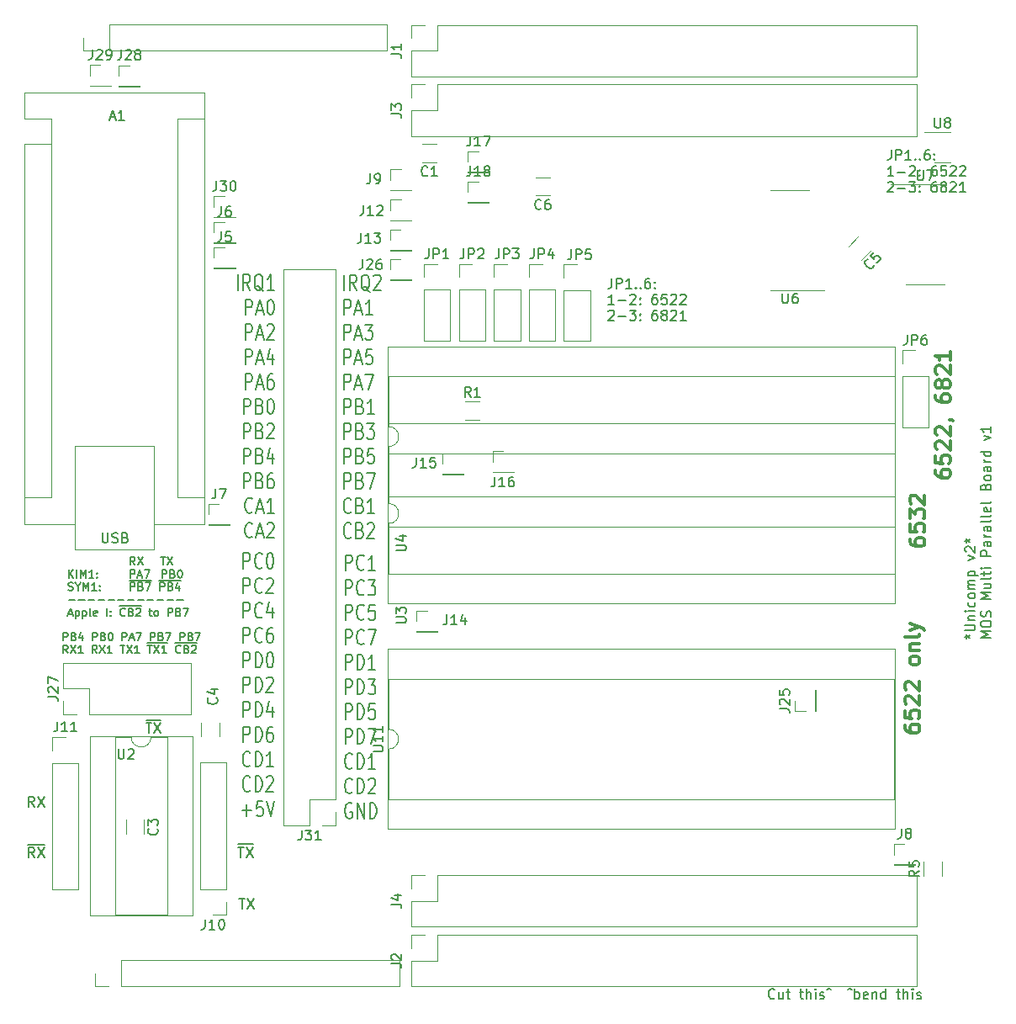
<source format=gbr>
%TF.GenerationSoftware,KiCad,Pcbnew,7.0.5-7.0.5~ubuntu20.04.1*%
%TF.CreationDate,2023-07-18T13:57:16+02:00*%
%TF.ProjectId,MOS_MultiParallel_2,4d4f535f-4d75-46c7-9469-506172616c6c,rev?*%
%TF.SameCoordinates,Original*%
%TF.FileFunction,Legend,Top*%
%TF.FilePolarity,Positive*%
%FSLAX46Y46*%
G04 Gerber Fmt 4.6, Leading zero omitted, Abs format (unit mm)*
G04 Created by KiCad (PCBNEW 7.0.5-7.0.5~ubuntu20.04.1) date 2023-07-18 13:57:16*
%MOMM*%
%LPD*%
G01*
G04 APERTURE LIST*
%ADD10C,0.150000*%
%ADD11C,0.200000*%
%ADD12C,0.300000*%
%ADD13C,0.120000*%
G04 APERTURE END LIST*
D10*
X120945522Y-129705219D02*
X121516950Y-129705219D01*
X121231236Y-130705219D02*
X121231236Y-129705219D01*
X121755046Y-129705219D02*
X122421712Y-130705219D01*
X122421712Y-129705219D02*
X121755046Y-130705219D01*
X120950284Y-129427600D02*
X122464570Y-129427600D01*
X111667687Y-117212150D02*
X112239115Y-117212150D01*
X111953401Y-118212150D02*
X111953401Y-117212150D01*
X112477211Y-117212150D02*
X113143877Y-118212150D01*
X113143877Y-117212150D02*
X112477211Y-118212150D01*
X111672449Y-116934531D02*
X113186735Y-116934531D01*
X121047122Y-134912219D02*
X121618550Y-134912219D01*
X121332836Y-135912219D02*
X121332836Y-134912219D01*
X121856646Y-134912219D02*
X122523312Y-135912219D01*
X122523312Y-134912219D02*
X121856646Y-135912219D01*
D11*
X131735292Y-101868759D02*
X131735292Y-100318759D01*
X131735292Y-100318759D02*
X132192435Y-100318759D01*
X132192435Y-100318759D02*
X132306720Y-100392569D01*
X132306720Y-100392569D02*
X132363863Y-100466378D01*
X132363863Y-100466378D02*
X132421006Y-100613997D01*
X132421006Y-100613997D02*
X132421006Y-100835426D01*
X132421006Y-100835426D02*
X132363863Y-100983045D01*
X132363863Y-100983045D02*
X132306720Y-101056854D01*
X132306720Y-101056854D02*
X132192435Y-101130664D01*
X132192435Y-101130664D02*
X131735292Y-101130664D01*
X133621006Y-101721140D02*
X133563863Y-101794950D01*
X133563863Y-101794950D02*
X133392435Y-101868759D01*
X133392435Y-101868759D02*
X133278149Y-101868759D01*
X133278149Y-101868759D02*
X133106720Y-101794950D01*
X133106720Y-101794950D02*
X132992435Y-101647330D01*
X132992435Y-101647330D02*
X132935292Y-101499711D01*
X132935292Y-101499711D02*
X132878149Y-101204473D01*
X132878149Y-101204473D02*
X132878149Y-100983045D01*
X132878149Y-100983045D02*
X132935292Y-100687807D01*
X132935292Y-100687807D02*
X132992435Y-100540188D01*
X132992435Y-100540188D02*
X133106720Y-100392569D01*
X133106720Y-100392569D02*
X133278149Y-100318759D01*
X133278149Y-100318759D02*
X133392435Y-100318759D01*
X133392435Y-100318759D02*
X133563863Y-100392569D01*
X133563863Y-100392569D02*
X133621006Y-100466378D01*
X134763863Y-101868759D02*
X134078149Y-101868759D01*
X134421006Y-101868759D02*
X134421006Y-100318759D01*
X134421006Y-100318759D02*
X134306720Y-100540188D01*
X134306720Y-100540188D02*
X134192435Y-100687807D01*
X134192435Y-100687807D02*
X134078149Y-100761616D01*
X131735292Y-104364259D02*
X131735292Y-102814259D01*
X131735292Y-102814259D02*
X132192435Y-102814259D01*
X132192435Y-102814259D02*
X132306720Y-102888069D01*
X132306720Y-102888069D02*
X132363863Y-102961878D01*
X132363863Y-102961878D02*
X132421006Y-103109497D01*
X132421006Y-103109497D02*
X132421006Y-103330926D01*
X132421006Y-103330926D02*
X132363863Y-103478545D01*
X132363863Y-103478545D02*
X132306720Y-103552354D01*
X132306720Y-103552354D02*
X132192435Y-103626164D01*
X132192435Y-103626164D02*
X131735292Y-103626164D01*
X133621006Y-104216640D02*
X133563863Y-104290450D01*
X133563863Y-104290450D02*
X133392435Y-104364259D01*
X133392435Y-104364259D02*
X133278149Y-104364259D01*
X133278149Y-104364259D02*
X133106720Y-104290450D01*
X133106720Y-104290450D02*
X132992435Y-104142830D01*
X132992435Y-104142830D02*
X132935292Y-103995211D01*
X132935292Y-103995211D02*
X132878149Y-103699973D01*
X132878149Y-103699973D02*
X132878149Y-103478545D01*
X132878149Y-103478545D02*
X132935292Y-103183307D01*
X132935292Y-103183307D02*
X132992435Y-103035688D01*
X132992435Y-103035688D02*
X133106720Y-102888069D01*
X133106720Y-102888069D02*
X133278149Y-102814259D01*
X133278149Y-102814259D02*
X133392435Y-102814259D01*
X133392435Y-102814259D02*
X133563863Y-102888069D01*
X133563863Y-102888069D02*
X133621006Y-102961878D01*
X134021006Y-102814259D02*
X134763863Y-102814259D01*
X134763863Y-102814259D02*
X134363863Y-103404735D01*
X134363863Y-103404735D02*
X134535292Y-103404735D01*
X134535292Y-103404735D02*
X134649578Y-103478545D01*
X134649578Y-103478545D02*
X134706720Y-103552354D01*
X134706720Y-103552354D02*
X134763863Y-103699973D01*
X134763863Y-103699973D02*
X134763863Y-104069021D01*
X134763863Y-104069021D02*
X134706720Y-104216640D01*
X134706720Y-104216640D02*
X134649578Y-104290450D01*
X134649578Y-104290450D02*
X134535292Y-104364259D01*
X134535292Y-104364259D02*
X134192435Y-104364259D01*
X134192435Y-104364259D02*
X134078149Y-104290450D01*
X134078149Y-104290450D02*
X134021006Y-104216640D01*
X131735292Y-106859759D02*
X131735292Y-105309759D01*
X131735292Y-105309759D02*
X132192435Y-105309759D01*
X132192435Y-105309759D02*
X132306720Y-105383569D01*
X132306720Y-105383569D02*
X132363863Y-105457378D01*
X132363863Y-105457378D02*
X132421006Y-105604997D01*
X132421006Y-105604997D02*
X132421006Y-105826426D01*
X132421006Y-105826426D02*
X132363863Y-105974045D01*
X132363863Y-105974045D02*
X132306720Y-106047854D01*
X132306720Y-106047854D02*
X132192435Y-106121664D01*
X132192435Y-106121664D02*
X131735292Y-106121664D01*
X133621006Y-106712140D02*
X133563863Y-106785950D01*
X133563863Y-106785950D02*
X133392435Y-106859759D01*
X133392435Y-106859759D02*
X133278149Y-106859759D01*
X133278149Y-106859759D02*
X133106720Y-106785950D01*
X133106720Y-106785950D02*
X132992435Y-106638330D01*
X132992435Y-106638330D02*
X132935292Y-106490711D01*
X132935292Y-106490711D02*
X132878149Y-106195473D01*
X132878149Y-106195473D02*
X132878149Y-105974045D01*
X132878149Y-105974045D02*
X132935292Y-105678807D01*
X132935292Y-105678807D02*
X132992435Y-105531188D01*
X132992435Y-105531188D02*
X133106720Y-105383569D01*
X133106720Y-105383569D02*
X133278149Y-105309759D01*
X133278149Y-105309759D02*
X133392435Y-105309759D01*
X133392435Y-105309759D02*
X133563863Y-105383569D01*
X133563863Y-105383569D02*
X133621006Y-105457378D01*
X134706720Y-105309759D02*
X134135292Y-105309759D01*
X134135292Y-105309759D02*
X134078149Y-106047854D01*
X134078149Y-106047854D02*
X134135292Y-105974045D01*
X134135292Y-105974045D02*
X134249578Y-105900235D01*
X134249578Y-105900235D02*
X134535292Y-105900235D01*
X134535292Y-105900235D02*
X134649578Y-105974045D01*
X134649578Y-105974045D02*
X134706720Y-106047854D01*
X134706720Y-106047854D02*
X134763863Y-106195473D01*
X134763863Y-106195473D02*
X134763863Y-106564521D01*
X134763863Y-106564521D02*
X134706720Y-106712140D01*
X134706720Y-106712140D02*
X134649578Y-106785950D01*
X134649578Y-106785950D02*
X134535292Y-106859759D01*
X134535292Y-106859759D02*
X134249578Y-106859759D01*
X134249578Y-106859759D02*
X134135292Y-106785950D01*
X134135292Y-106785950D02*
X134078149Y-106712140D01*
X131735292Y-109355259D02*
X131735292Y-107805259D01*
X131735292Y-107805259D02*
X132192435Y-107805259D01*
X132192435Y-107805259D02*
X132306720Y-107879069D01*
X132306720Y-107879069D02*
X132363863Y-107952878D01*
X132363863Y-107952878D02*
X132421006Y-108100497D01*
X132421006Y-108100497D02*
X132421006Y-108321926D01*
X132421006Y-108321926D02*
X132363863Y-108469545D01*
X132363863Y-108469545D02*
X132306720Y-108543354D01*
X132306720Y-108543354D02*
X132192435Y-108617164D01*
X132192435Y-108617164D02*
X131735292Y-108617164D01*
X133621006Y-109207640D02*
X133563863Y-109281450D01*
X133563863Y-109281450D02*
X133392435Y-109355259D01*
X133392435Y-109355259D02*
X133278149Y-109355259D01*
X133278149Y-109355259D02*
X133106720Y-109281450D01*
X133106720Y-109281450D02*
X132992435Y-109133830D01*
X132992435Y-109133830D02*
X132935292Y-108986211D01*
X132935292Y-108986211D02*
X132878149Y-108690973D01*
X132878149Y-108690973D02*
X132878149Y-108469545D01*
X132878149Y-108469545D02*
X132935292Y-108174307D01*
X132935292Y-108174307D02*
X132992435Y-108026688D01*
X132992435Y-108026688D02*
X133106720Y-107879069D01*
X133106720Y-107879069D02*
X133278149Y-107805259D01*
X133278149Y-107805259D02*
X133392435Y-107805259D01*
X133392435Y-107805259D02*
X133563863Y-107879069D01*
X133563863Y-107879069D02*
X133621006Y-107952878D01*
X134021006Y-107805259D02*
X134821006Y-107805259D01*
X134821006Y-107805259D02*
X134306720Y-109355259D01*
X131735292Y-111850759D02*
X131735292Y-110300759D01*
X131735292Y-110300759D02*
X132192435Y-110300759D01*
X132192435Y-110300759D02*
X132306720Y-110374569D01*
X132306720Y-110374569D02*
X132363863Y-110448378D01*
X132363863Y-110448378D02*
X132421006Y-110595997D01*
X132421006Y-110595997D02*
X132421006Y-110817426D01*
X132421006Y-110817426D02*
X132363863Y-110965045D01*
X132363863Y-110965045D02*
X132306720Y-111038854D01*
X132306720Y-111038854D02*
X132192435Y-111112664D01*
X132192435Y-111112664D02*
X131735292Y-111112664D01*
X132935292Y-111850759D02*
X132935292Y-110300759D01*
X132935292Y-110300759D02*
X133221006Y-110300759D01*
X133221006Y-110300759D02*
X133392435Y-110374569D01*
X133392435Y-110374569D02*
X133506720Y-110522188D01*
X133506720Y-110522188D02*
X133563863Y-110669807D01*
X133563863Y-110669807D02*
X133621006Y-110965045D01*
X133621006Y-110965045D02*
X133621006Y-111186473D01*
X133621006Y-111186473D02*
X133563863Y-111481711D01*
X133563863Y-111481711D02*
X133506720Y-111629330D01*
X133506720Y-111629330D02*
X133392435Y-111776950D01*
X133392435Y-111776950D02*
X133221006Y-111850759D01*
X133221006Y-111850759D02*
X132935292Y-111850759D01*
X134763863Y-111850759D02*
X134078149Y-111850759D01*
X134421006Y-111850759D02*
X134421006Y-110300759D01*
X134421006Y-110300759D02*
X134306720Y-110522188D01*
X134306720Y-110522188D02*
X134192435Y-110669807D01*
X134192435Y-110669807D02*
X134078149Y-110743616D01*
X131735292Y-114346259D02*
X131735292Y-112796259D01*
X131735292Y-112796259D02*
X132192435Y-112796259D01*
X132192435Y-112796259D02*
X132306720Y-112870069D01*
X132306720Y-112870069D02*
X132363863Y-112943878D01*
X132363863Y-112943878D02*
X132421006Y-113091497D01*
X132421006Y-113091497D02*
X132421006Y-113312926D01*
X132421006Y-113312926D02*
X132363863Y-113460545D01*
X132363863Y-113460545D02*
X132306720Y-113534354D01*
X132306720Y-113534354D02*
X132192435Y-113608164D01*
X132192435Y-113608164D02*
X131735292Y-113608164D01*
X132935292Y-114346259D02*
X132935292Y-112796259D01*
X132935292Y-112796259D02*
X133221006Y-112796259D01*
X133221006Y-112796259D02*
X133392435Y-112870069D01*
X133392435Y-112870069D02*
X133506720Y-113017688D01*
X133506720Y-113017688D02*
X133563863Y-113165307D01*
X133563863Y-113165307D02*
X133621006Y-113460545D01*
X133621006Y-113460545D02*
X133621006Y-113681973D01*
X133621006Y-113681973D02*
X133563863Y-113977211D01*
X133563863Y-113977211D02*
X133506720Y-114124830D01*
X133506720Y-114124830D02*
X133392435Y-114272450D01*
X133392435Y-114272450D02*
X133221006Y-114346259D01*
X133221006Y-114346259D02*
X132935292Y-114346259D01*
X134021006Y-112796259D02*
X134763863Y-112796259D01*
X134763863Y-112796259D02*
X134363863Y-113386735D01*
X134363863Y-113386735D02*
X134535292Y-113386735D01*
X134535292Y-113386735D02*
X134649578Y-113460545D01*
X134649578Y-113460545D02*
X134706720Y-113534354D01*
X134706720Y-113534354D02*
X134763863Y-113681973D01*
X134763863Y-113681973D02*
X134763863Y-114051021D01*
X134763863Y-114051021D02*
X134706720Y-114198640D01*
X134706720Y-114198640D02*
X134649578Y-114272450D01*
X134649578Y-114272450D02*
X134535292Y-114346259D01*
X134535292Y-114346259D02*
X134192435Y-114346259D01*
X134192435Y-114346259D02*
X134078149Y-114272450D01*
X134078149Y-114272450D02*
X134021006Y-114198640D01*
X131735292Y-116841759D02*
X131735292Y-115291759D01*
X131735292Y-115291759D02*
X132192435Y-115291759D01*
X132192435Y-115291759D02*
X132306720Y-115365569D01*
X132306720Y-115365569D02*
X132363863Y-115439378D01*
X132363863Y-115439378D02*
X132421006Y-115586997D01*
X132421006Y-115586997D02*
X132421006Y-115808426D01*
X132421006Y-115808426D02*
X132363863Y-115956045D01*
X132363863Y-115956045D02*
X132306720Y-116029854D01*
X132306720Y-116029854D02*
X132192435Y-116103664D01*
X132192435Y-116103664D02*
X131735292Y-116103664D01*
X132935292Y-116841759D02*
X132935292Y-115291759D01*
X132935292Y-115291759D02*
X133221006Y-115291759D01*
X133221006Y-115291759D02*
X133392435Y-115365569D01*
X133392435Y-115365569D02*
X133506720Y-115513188D01*
X133506720Y-115513188D02*
X133563863Y-115660807D01*
X133563863Y-115660807D02*
X133621006Y-115956045D01*
X133621006Y-115956045D02*
X133621006Y-116177473D01*
X133621006Y-116177473D02*
X133563863Y-116472711D01*
X133563863Y-116472711D02*
X133506720Y-116620330D01*
X133506720Y-116620330D02*
X133392435Y-116767950D01*
X133392435Y-116767950D02*
X133221006Y-116841759D01*
X133221006Y-116841759D02*
X132935292Y-116841759D01*
X134706720Y-115291759D02*
X134135292Y-115291759D01*
X134135292Y-115291759D02*
X134078149Y-116029854D01*
X134078149Y-116029854D02*
X134135292Y-115956045D01*
X134135292Y-115956045D02*
X134249578Y-115882235D01*
X134249578Y-115882235D02*
X134535292Y-115882235D01*
X134535292Y-115882235D02*
X134649578Y-115956045D01*
X134649578Y-115956045D02*
X134706720Y-116029854D01*
X134706720Y-116029854D02*
X134763863Y-116177473D01*
X134763863Y-116177473D02*
X134763863Y-116546521D01*
X134763863Y-116546521D02*
X134706720Y-116694140D01*
X134706720Y-116694140D02*
X134649578Y-116767950D01*
X134649578Y-116767950D02*
X134535292Y-116841759D01*
X134535292Y-116841759D02*
X134249578Y-116841759D01*
X134249578Y-116841759D02*
X134135292Y-116767950D01*
X134135292Y-116767950D02*
X134078149Y-116694140D01*
X131735292Y-119337259D02*
X131735292Y-117787259D01*
X131735292Y-117787259D02*
X132192435Y-117787259D01*
X132192435Y-117787259D02*
X132306720Y-117861069D01*
X132306720Y-117861069D02*
X132363863Y-117934878D01*
X132363863Y-117934878D02*
X132421006Y-118082497D01*
X132421006Y-118082497D02*
X132421006Y-118303926D01*
X132421006Y-118303926D02*
X132363863Y-118451545D01*
X132363863Y-118451545D02*
X132306720Y-118525354D01*
X132306720Y-118525354D02*
X132192435Y-118599164D01*
X132192435Y-118599164D02*
X131735292Y-118599164D01*
X132935292Y-119337259D02*
X132935292Y-117787259D01*
X132935292Y-117787259D02*
X133221006Y-117787259D01*
X133221006Y-117787259D02*
X133392435Y-117861069D01*
X133392435Y-117861069D02*
X133506720Y-118008688D01*
X133506720Y-118008688D02*
X133563863Y-118156307D01*
X133563863Y-118156307D02*
X133621006Y-118451545D01*
X133621006Y-118451545D02*
X133621006Y-118672973D01*
X133621006Y-118672973D02*
X133563863Y-118968211D01*
X133563863Y-118968211D02*
X133506720Y-119115830D01*
X133506720Y-119115830D02*
X133392435Y-119263450D01*
X133392435Y-119263450D02*
X133221006Y-119337259D01*
X133221006Y-119337259D02*
X132935292Y-119337259D01*
X134021006Y-117787259D02*
X134821006Y-117787259D01*
X134821006Y-117787259D02*
X134306720Y-119337259D01*
X132421006Y-121685140D02*
X132363863Y-121758950D01*
X132363863Y-121758950D02*
X132192435Y-121832759D01*
X132192435Y-121832759D02*
X132078149Y-121832759D01*
X132078149Y-121832759D02*
X131906720Y-121758950D01*
X131906720Y-121758950D02*
X131792435Y-121611330D01*
X131792435Y-121611330D02*
X131735292Y-121463711D01*
X131735292Y-121463711D02*
X131678149Y-121168473D01*
X131678149Y-121168473D02*
X131678149Y-120947045D01*
X131678149Y-120947045D02*
X131735292Y-120651807D01*
X131735292Y-120651807D02*
X131792435Y-120504188D01*
X131792435Y-120504188D02*
X131906720Y-120356569D01*
X131906720Y-120356569D02*
X132078149Y-120282759D01*
X132078149Y-120282759D02*
X132192435Y-120282759D01*
X132192435Y-120282759D02*
X132363863Y-120356569D01*
X132363863Y-120356569D02*
X132421006Y-120430378D01*
X132935292Y-121832759D02*
X132935292Y-120282759D01*
X132935292Y-120282759D02*
X133221006Y-120282759D01*
X133221006Y-120282759D02*
X133392435Y-120356569D01*
X133392435Y-120356569D02*
X133506720Y-120504188D01*
X133506720Y-120504188D02*
X133563863Y-120651807D01*
X133563863Y-120651807D02*
X133621006Y-120947045D01*
X133621006Y-120947045D02*
X133621006Y-121168473D01*
X133621006Y-121168473D02*
X133563863Y-121463711D01*
X133563863Y-121463711D02*
X133506720Y-121611330D01*
X133506720Y-121611330D02*
X133392435Y-121758950D01*
X133392435Y-121758950D02*
X133221006Y-121832759D01*
X133221006Y-121832759D02*
X132935292Y-121832759D01*
X134763863Y-121832759D02*
X134078149Y-121832759D01*
X134421006Y-121832759D02*
X134421006Y-120282759D01*
X134421006Y-120282759D02*
X134306720Y-120504188D01*
X134306720Y-120504188D02*
X134192435Y-120651807D01*
X134192435Y-120651807D02*
X134078149Y-120725616D01*
X132421006Y-124180640D02*
X132363863Y-124254450D01*
X132363863Y-124254450D02*
X132192435Y-124328259D01*
X132192435Y-124328259D02*
X132078149Y-124328259D01*
X132078149Y-124328259D02*
X131906720Y-124254450D01*
X131906720Y-124254450D02*
X131792435Y-124106830D01*
X131792435Y-124106830D02*
X131735292Y-123959211D01*
X131735292Y-123959211D02*
X131678149Y-123663973D01*
X131678149Y-123663973D02*
X131678149Y-123442545D01*
X131678149Y-123442545D02*
X131735292Y-123147307D01*
X131735292Y-123147307D02*
X131792435Y-122999688D01*
X131792435Y-122999688D02*
X131906720Y-122852069D01*
X131906720Y-122852069D02*
X132078149Y-122778259D01*
X132078149Y-122778259D02*
X132192435Y-122778259D01*
X132192435Y-122778259D02*
X132363863Y-122852069D01*
X132363863Y-122852069D02*
X132421006Y-122925878D01*
X132935292Y-124328259D02*
X132935292Y-122778259D01*
X132935292Y-122778259D02*
X133221006Y-122778259D01*
X133221006Y-122778259D02*
X133392435Y-122852069D01*
X133392435Y-122852069D02*
X133506720Y-122999688D01*
X133506720Y-122999688D02*
X133563863Y-123147307D01*
X133563863Y-123147307D02*
X133621006Y-123442545D01*
X133621006Y-123442545D02*
X133621006Y-123663973D01*
X133621006Y-123663973D02*
X133563863Y-123959211D01*
X133563863Y-123959211D02*
X133506720Y-124106830D01*
X133506720Y-124106830D02*
X133392435Y-124254450D01*
X133392435Y-124254450D02*
X133221006Y-124328259D01*
X133221006Y-124328259D02*
X132935292Y-124328259D01*
X134078149Y-122925878D02*
X134135292Y-122852069D01*
X134135292Y-122852069D02*
X134249578Y-122778259D01*
X134249578Y-122778259D02*
X134535292Y-122778259D01*
X134535292Y-122778259D02*
X134649578Y-122852069D01*
X134649578Y-122852069D02*
X134706720Y-122925878D01*
X134706720Y-122925878D02*
X134763863Y-123073497D01*
X134763863Y-123073497D02*
X134763863Y-123221116D01*
X134763863Y-123221116D02*
X134706720Y-123442545D01*
X134706720Y-123442545D02*
X134021006Y-124328259D01*
X134021006Y-124328259D02*
X134763863Y-124328259D01*
X132363863Y-125347569D02*
X132249578Y-125273759D01*
X132249578Y-125273759D02*
X132078149Y-125273759D01*
X132078149Y-125273759D02*
X131906720Y-125347569D01*
X131906720Y-125347569D02*
X131792435Y-125495188D01*
X131792435Y-125495188D02*
X131735292Y-125642807D01*
X131735292Y-125642807D02*
X131678149Y-125938045D01*
X131678149Y-125938045D02*
X131678149Y-126159473D01*
X131678149Y-126159473D02*
X131735292Y-126454711D01*
X131735292Y-126454711D02*
X131792435Y-126602330D01*
X131792435Y-126602330D02*
X131906720Y-126749950D01*
X131906720Y-126749950D02*
X132078149Y-126823759D01*
X132078149Y-126823759D02*
X132192435Y-126823759D01*
X132192435Y-126823759D02*
X132363863Y-126749950D01*
X132363863Y-126749950D02*
X132421006Y-126676140D01*
X132421006Y-126676140D02*
X132421006Y-126159473D01*
X132421006Y-126159473D02*
X132192435Y-126159473D01*
X132935292Y-126823759D02*
X132935292Y-125273759D01*
X132935292Y-125273759D02*
X133621006Y-126823759D01*
X133621006Y-126823759D02*
X133621006Y-125273759D01*
X134192435Y-126823759D02*
X134192435Y-125273759D01*
X134192435Y-125273759D02*
X134478149Y-125273759D01*
X134478149Y-125273759D02*
X134649578Y-125347569D01*
X134649578Y-125347569D02*
X134763863Y-125495188D01*
X134763863Y-125495188D02*
X134821006Y-125642807D01*
X134821006Y-125642807D02*
X134878149Y-125938045D01*
X134878149Y-125938045D02*
X134878149Y-126159473D01*
X134878149Y-126159473D02*
X134821006Y-126454711D01*
X134821006Y-126454711D02*
X134763863Y-126602330D01*
X134763863Y-126602330D02*
X134649578Y-126749950D01*
X134649578Y-126749950D02*
X134478149Y-126823759D01*
X134478149Y-126823759D02*
X134192435Y-126823759D01*
D10*
X103336960Y-108915995D02*
X103336960Y-108115995D01*
X103336960Y-108115995D02*
X103641722Y-108115995D01*
X103641722Y-108115995D02*
X103717912Y-108154090D01*
X103717912Y-108154090D02*
X103756007Y-108192185D01*
X103756007Y-108192185D02*
X103794103Y-108268376D01*
X103794103Y-108268376D02*
X103794103Y-108382661D01*
X103794103Y-108382661D02*
X103756007Y-108458852D01*
X103756007Y-108458852D02*
X103717912Y-108496947D01*
X103717912Y-108496947D02*
X103641722Y-108535042D01*
X103641722Y-108535042D02*
X103336960Y-108535042D01*
X104403626Y-108496947D02*
X104517912Y-108535042D01*
X104517912Y-108535042D02*
X104556007Y-108573138D01*
X104556007Y-108573138D02*
X104594103Y-108649328D01*
X104594103Y-108649328D02*
X104594103Y-108763614D01*
X104594103Y-108763614D02*
X104556007Y-108839804D01*
X104556007Y-108839804D02*
X104517912Y-108877900D01*
X104517912Y-108877900D02*
X104441722Y-108915995D01*
X104441722Y-108915995D02*
X104136960Y-108915995D01*
X104136960Y-108915995D02*
X104136960Y-108115995D01*
X104136960Y-108115995D02*
X104403626Y-108115995D01*
X104403626Y-108115995D02*
X104479817Y-108154090D01*
X104479817Y-108154090D02*
X104517912Y-108192185D01*
X104517912Y-108192185D02*
X104556007Y-108268376D01*
X104556007Y-108268376D02*
X104556007Y-108344566D01*
X104556007Y-108344566D02*
X104517912Y-108420757D01*
X104517912Y-108420757D02*
X104479817Y-108458852D01*
X104479817Y-108458852D02*
X104403626Y-108496947D01*
X104403626Y-108496947D02*
X104136960Y-108496947D01*
X105279817Y-108382661D02*
X105279817Y-108915995D01*
X105089341Y-108077900D02*
X104898864Y-108649328D01*
X104898864Y-108649328D02*
X105394103Y-108649328D01*
X106308389Y-108915995D02*
X106308389Y-108115995D01*
X106308389Y-108115995D02*
X106613151Y-108115995D01*
X106613151Y-108115995D02*
X106689341Y-108154090D01*
X106689341Y-108154090D02*
X106727436Y-108192185D01*
X106727436Y-108192185D02*
X106765532Y-108268376D01*
X106765532Y-108268376D02*
X106765532Y-108382661D01*
X106765532Y-108382661D02*
X106727436Y-108458852D01*
X106727436Y-108458852D02*
X106689341Y-108496947D01*
X106689341Y-108496947D02*
X106613151Y-108535042D01*
X106613151Y-108535042D02*
X106308389Y-108535042D01*
X107375055Y-108496947D02*
X107489341Y-108535042D01*
X107489341Y-108535042D02*
X107527436Y-108573138D01*
X107527436Y-108573138D02*
X107565532Y-108649328D01*
X107565532Y-108649328D02*
X107565532Y-108763614D01*
X107565532Y-108763614D02*
X107527436Y-108839804D01*
X107527436Y-108839804D02*
X107489341Y-108877900D01*
X107489341Y-108877900D02*
X107413151Y-108915995D01*
X107413151Y-108915995D02*
X107108389Y-108915995D01*
X107108389Y-108915995D02*
X107108389Y-108115995D01*
X107108389Y-108115995D02*
X107375055Y-108115995D01*
X107375055Y-108115995D02*
X107451246Y-108154090D01*
X107451246Y-108154090D02*
X107489341Y-108192185D01*
X107489341Y-108192185D02*
X107527436Y-108268376D01*
X107527436Y-108268376D02*
X107527436Y-108344566D01*
X107527436Y-108344566D02*
X107489341Y-108420757D01*
X107489341Y-108420757D02*
X107451246Y-108458852D01*
X107451246Y-108458852D02*
X107375055Y-108496947D01*
X107375055Y-108496947D02*
X107108389Y-108496947D01*
X108060770Y-108115995D02*
X108136960Y-108115995D01*
X108136960Y-108115995D02*
X108213151Y-108154090D01*
X108213151Y-108154090D02*
X108251246Y-108192185D01*
X108251246Y-108192185D02*
X108289341Y-108268376D01*
X108289341Y-108268376D02*
X108327436Y-108420757D01*
X108327436Y-108420757D02*
X108327436Y-108611233D01*
X108327436Y-108611233D02*
X108289341Y-108763614D01*
X108289341Y-108763614D02*
X108251246Y-108839804D01*
X108251246Y-108839804D02*
X108213151Y-108877900D01*
X108213151Y-108877900D02*
X108136960Y-108915995D01*
X108136960Y-108915995D02*
X108060770Y-108915995D01*
X108060770Y-108915995D02*
X107984579Y-108877900D01*
X107984579Y-108877900D02*
X107946484Y-108839804D01*
X107946484Y-108839804D02*
X107908389Y-108763614D01*
X107908389Y-108763614D02*
X107870293Y-108611233D01*
X107870293Y-108611233D02*
X107870293Y-108420757D01*
X107870293Y-108420757D02*
X107908389Y-108268376D01*
X107908389Y-108268376D02*
X107946484Y-108192185D01*
X107946484Y-108192185D02*
X107984579Y-108154090D01*
X107984579Y-108154090D02*
X108060770Y-108115995D01*
X109279818Y-108915995D02*
X109279818Y-108115995D01*
X109279818Y-108115995D02*
X109584580Y-108115995D01*
X109584580Y-108115995D02*
X109660770Y-108154090D01*
X109660770Y-108154090D02*
X109698865Y-108192185D01*
X109698865Y-108192185D02*
X109736961Y-108268376D01*
X109736961Y-108268376D02*
X109736961Y-108382661D01*
X109736961Y-108382661D02*
X109698865Y-108458852D01*
X109698865Y-108458852D02*
X109660770Y-108496947D01*
X109660770Y-108496947D02*
X109584580Y-108535042D01*
X109584580Y-108535042D02*
X109279818Y-108535042D01*
X110041722Y-108687423D02*
X110422675Y-108687423D01*
X109965532Y-108915995D02*
X110232199Y-108115995D01*
X110232199Y-108115995D02*
X110498865Y-108915995D01*
X110689341Y-108115995D02*
X111222675Y-108115995D01*
X111222675Y-108115995D02*
X110879817Y-108915995D01*
X112136961Y-108915995D02*
X112136961Y-108115995D01*
X112136961Y-108115995D02*
X112441723Y-108115995D01*
X112441723Y-108115995D02*
X112517913Y-108154090D01*
X112517913Y-108154090D02*
X112556008Y-108192185D01*
X112556008Y-108192185D02*
X112594104Y-108268376D01*
X112594104Y-108268376D02*
X112594104Y-108382661D01*
X112594104Y-108382661D02*
X112556008Y-108458852D01*
X112556008Y-108458852D02*
X112517913Y-108496947D01*
X112517913Y-108496947D02*
X112441723Y-108535042D01*
X112441723Y-108535042D02*
X112136961Y-108535042D01*
X113203627Y-108496947D02*
X113317913Y-108535042D01*
X113317913Y-108535042D02*
X113356008Y-108573138D01*
X113356008Y-108573138D02*
X113394104Y-108649328D01*
X113394104Y-108649328D02*
X113394104Y-108763614D01*
X113394104Y-108763614D02*
X113356008Y-108839804D01*
X113356008Y-108839804D02*
X113317913Y-108877900D01*
X113317913Y-108877900D02*
X113241723Y-108915995D01*
X113241723Y-108915995D02*
X112936961Y-108915995D01*
X112936961Y-108915995D02*
X112936961Y-108115995D01*
X112936961Y-108115995D02*
X113203627Y-108115995D01*
X113203627Y-108115995D02*
X113279818Y-108154090D01*
X113279818Y-108154090D02*
X113317913Y-108192185D01*
X113317913Y-108192185D02*
X113356008Y-108268376D01*
X113356008Y-108268376D02*
X113356008Y-108344566D01*
X113356008Y-108344566D02*
X113317913Y-108420757D01*
X113317913Y-108420757D02*
X113279818Y-108458852D01*
X113279818Y-108458852D02*
X113203627Y-108496947D01*
X113203627Y-108496947D02*
X112936961Y-108496947D01*
X113660770Y-108115995D02*
X114194104Y-108115995D01*
X114194104Y-108115995D02*
X113851246Y-108915995D01*
X115108390Y-108915995D02*
X115108390Y-108115995D01*
X115108390Y-108115995D02*
X115413152Y-108115995D01*
X115413152Y-108115995D02*
X115489342Y-108154090D01*
X115489342Y-108154090D02*
X115527437Y-108192185D01*
X115527437Y-108192185D02*
X115565533Y-108268376D01*
X115565533Y-108268376D02*
X115565533Y-108382661D01*
X115565533Y-108382661D02*
X115527437Y-108458852D01*
X115527437Y-108458852D02*
X115489342Y-108496947D01*
X115489342Y-108496947D02*
X115413152Y-108535042D01*
X115413152Y-108535042D02*
X115108390Y-108535042D01*
X116175056Y-108496947D02*
X116289342Y-108535042D01*
X116289342Y-108535042D02*
X116327437Y-108573138D01*
X116327437Y-108573138D02*
X116365533Y-108649328D01*
X116365533Y-108649328D02*
X116365533Y-108763614D01*
X116365533Y-108763614D02*
X116327437Y-108839804D01*
X116327437Y-108839804D02*
X116289342Y-108877900D01*
X116289342Y-108877900D02*
X116213152Y-108915995D01*
X116213152Y-108915995D02*
X115908390Y-108915995D01*
X115908390Y-108915995D02*
X115908390Y-108115995D01*
X115908390Y-108115995D02*
X116175056Y-108115995D01*
X116175056Y-108115995D02*
X116251247Y-108154090D01*
X116251247Y-108154090D02*
X116289342Y-108192185D01*
X116289342Y-108192185D02*
X116327437Y-108268376D01*
X116327437Y-108268376D02*
X116327437Y-108344566D01*
X116327437Y-108344566D02*
X116289342Y-108420757D01*
X116289342Y-108420757D02*
X116251247Y-108458852D01*
X116251247Y-108458852D02*
X116175056Y-108496947D01*
X116175056Y-108496947D02*
X115908390Y-108496947D01*
X116632199Y-108115995D02*
X117165533Y-108115995D01*
X117165533Y-108115995D02*
X116822675Y-108915995D01*
X103794103Y-110203995D02*
X103527436Y-109823042D01*
X103336960Y-110203995D02*
X103336960Y-109403995D01*
X103336960Y-109403995D02*
X103641722Y-109403995D01*
X103641722Y-109403995D02*
X103717912Y-109442090D01*
X103717912Y-109442090D02*
X103756007Y-109480185D01*
X103756007Y-109480185D02*
X103794103Y-109556376D01*
X103794103Y-109556376D02*
X103794103Y-109670661D01*
X103794103Y-109670661D02*
X103756007Y-109746852D01*
X103756007Y-109746852D02*
X103717912Y-109784947D01*
X103717912Y-109784947D02*
X103641722Y-109823042D01*
X103641722Y-109823042D02*
X103336960Y-109823042D01*
X104060769Y-109403995D02*
X104594103Y-110203995D01*
X104594103Y-109403995D02*
X104060769Y-110203995D01*
X105317912Y-110203995D02*
X104860769Y-110203995D01*
X105089341Y-110203995D02*
X105089341Y-109403995D01*
X105089341Y-109403995D02*
X105013150Y-109518280D01*
X105013150Y-109518280D02*
X104936960Y-109594471D01*
X104936960Y-109594471D02*
X104860769Y-109632566D01*
X106727437Y-110203995D02*
X106460770Y-109823042D01*
X106270294Y-110203995D02*
X106270294Y-109403995D01*
X106270294Y-109403995D02*
X106575056Y-109403995D01*
X106575056Y-109403995D02*
X106651246Y-109442090D01*
X106651246Y-109442090D02*
X106689341Y-109480185D01*
X106689341Y-109480185D02*
X106727437Y-109556376D01*
X106727437Y-109556376D02*
X106727437Y-109670661D01*
X106727437Y-109670661D02*
X106689341Y-109746852D01*
X106689341Y-109746852D02*
X106651246Y-109784947D01*
X106651246Y-109784947D02*
X106575056Y-109823042D01*
X106575056Y-109823042D02*
X106270294Y-109823042D01*
X106994103Y-109403995D02*
X107527437Y-110203995D01*
X107527437Y-109403995D02*
X106994103Y-110203995D01*
X108251246Y-110203995D02*
X107794103Y-110203995D01*
X108022675Y-110203995D02*
X108022675Y-109403995D01*
X108022675Y-109403995D02*
X107946484Y-109518280D01*
X107946484Y-109518280D02*
X107870294Y-109594471D01*
X107870294Y-109594471D02*
X107794103Y-109632566D01*
X109089342Y-109403995D02*
X109546485Y-109403995D01*
X109317913Y-110203995D02*
X109317913Y-109403995D01*
X109736961Y-109403995D02*
X110270295Y-110203995D01*
X110270295Y-109403995D02*
X109736961Y-110203995D01*
X110994104Y-110203995D02*
X110536961Y-110203995D01*
X110765533Y-110203995D02*
X110765533Y-109403995D01*
X110765533Y-109403995D02*
X110689342Y-109518280D01*
X110689342Y-109518280D02*
X110613152Y-109594471D01*
X110613152Y-109594471D02*
X110536961Y-109632566D01*
X111832200Y-109403995D02*
X112289343Y-109403995D01*
X112060771Y-110203995D02*
X112060771Y-109403995D01*
X112479819Y-109403995D02*
X113013153Y-110203995D01*
X113013153Y-109403995D02*
X112479819Y-110203995D01*
X113736962Y-110203995D02*
X113279819Y-110203995D01*
X113508391Y-110203995D02*
X113508391Y-109403995D01*
X113508391Y-109403995D02*
X113432200Y-109518280D01*
X113432200Y-109518280D02*
X113356010Y-109594471D01*
X113356010Y-109594471D02*
X113279819Y-109632566D01*
X111836010Y-109181900D02*
X113809344Y-109181900D01*
X115146487Y-110127804D02*
X115108391Y-110165900D01*
X115108391Y-110165900D02*
X114994106Y-110203995D01*
X114994106Y-110203995D02*
X114917915Y-110203995D01*
X114917915Y-110203995D02*
X114803629Y-110165900D01*
X114803629Y-110165900D02*
X114727439Y-110089709D01*
X114727439Y-110089709D02*
X114689344Y-110013519D01*
X114689344Y-110013519D02*
X114651248Y-109861138D01*
X114651248Y-109861138D02*
X114651248Y-109746852D01*
X114651248Y-109746852D02*
X114689344Y-109594471D01*
X114689344Y-109594471D02*
X114727439Y-109518280D01*
X114727439Y-109518280D02*
X114803629Y-109442090D01*
X114803629Y-109442090D02*
X114917915Y-109403995D01*
X114917915Y-109403995D02*
X114994106Y-109403995D01*
X114994106Y-109403995D02*
X115108391Y-109442090D01*
X115108391Y-109442090D02*
X115146487Y-109480185D01*
X115756010Y-109784947D02*
X115870296Y-109823042D01*
X115870296Y-109823042D02*
X115908391Y-109861138D01*
X115908391Y-109861138D02*
X115946487Y-109937328D01*
X115946487Y-109937328D02*
X115946487Y-110051614D01*
X115946487Y-110051614D02*
X115908391Y-110127804D01*
X115908391Y-110127804D02*
X115870296Y-110165900D01*
X115870296Y-110165900D02*
X115794106Y-110203995D01*
X115794106Y-110203995D02*
X115489344Y-110203995D01*
X115489344Y-110203995D02*
X115489344Y-109403995D01*
X115489344Y-109403995D02*
X115756010Y-109403995D01*
X115756010Y-109403995D02*
X115832201Y-109442090D01*
X115832201Y-109442090D02*
X115870296Y-109480185D01*
X115870296Y-109480185D02*
X115908391Y-109556376D01*
X115908391Y-109556376D02*
X115908391Y-109632566D01*
X115908391Y-109632566D02*
X115870296Y-109708757D01*
X115870296Y-109708757D02*
X115832201Y-109746852D01*
X115832201Y-109746852D02*
X115756010Y-109784947D01*
X115756010Y-109784947D02*
X115489344Y-109784947D01*
X116251248Y-109480185D02*
X116289344Y-109442090D01*
X116289344Y-109442090D02*
X116365534Y-109403995D01*
X116365534Y-109403995D02*
X116556010Y-109403995D01*
X116556010Y-109403995D02*
X116632201Y-109442090D01*
X116632201Y-109442090D02*
X116670296Y-109480185D01*
X116670296Y-109480185D02*
X116708391Y-109556376D01*
X116708391Y-109556376D02*
X116708391Y-109632566D01*
X116708391Y-109632566D02*
X116670296Y-109746852D01*
X116670296Y-109746852D02*
X116213153Y-110203995D01*
X116213153Y-110203995D02*
X116708391Y-110203995D01*
X114578868Y-109181900D02*
X116780773Y-109181900D01*
X194128219Y-108537163D02*
X194366314Y-108537163D01*
X194271076Y-108775258D02*
X194366314Y-108537163D01*
X194366314Y-108537163D02*
X194271076Y-108299068D01*
X194556790Y-108680020D02*
X194366314Y-108537163D01*
X194366314Y-108537163D02*
X194556790Y-108394306D01*
X194128219Y-107918115D02*
X194937742Y-107918115D01*
X194937742Y-107918115D02*
X195032980Y-107870496D01*
X195032980Y-107870496D02*
X195080600Y-107822877D01*
X195080600Y-107822877D02*
X195128219Y-107727639D01*
X195128219Y-107727639D02*
X195128219Y-107537163D01*
X195128219Y-107537163D02*
X195080600Y-107441925D01*
X195080600Y-107441925D02*
X195032980Y-107394306D01*
X195032980Y-107394306D02*
X194937742Y-107346687D01*
X194937742Y-107346687D02*
X194128219Y-107346687D01*
X194461552Y-106870496D02*
X195128219Y-106870496D01*
X194556790Y-106870496D02*
X194509171Y-106822877D01*
X194509171Y-106822877D02*
X194461552Y-106727639D01*
X194461552Y-106727639D02*
X194461552Y-106584782D01*
X194461552Y-106584782D02*
X194509171Y-106489544D01*
X194509171Y-106489544D02*
X194604409Y-106441925D01*
X194604409Y-106441925D02*
X195128219Y-106441925D01*
X195128219Y-105965734D02*
X194461552Y-105965734D01*
X194128219Y-105965734D02*
X194175838Y-106013353D01*
X194175838Y-106013353D02*
X194223457Y-105965734D01*
X194223457Y-105965734D02*
X194175838Y-105918115D01*
X194175838Y-105918115D02*
X194128219Y-105965734D01*
X194128219Y-105965734D02*
X194223457Y-105965734D01*
X195080600Y-105060973D02*
X195128219Y-105156211D01*
X195128219Y-105156211D02*
X195128219Y-105346687D01*
X195128219Y-105346687D02*
X195080600Y-105441925D01*
X195080600Y-105441925D02*
X195032980Y-105489544D01*
X195032980Y-105489544D02*
X194937742Y-105537163D01*
X194937742Y-105537163D02*
X194652028Y-105537163D01*
X194652028Y-105537163D02*
X194556790Y-105489544D01*
X194556790Y-105489544D02*
X194509171Y-105441925D01*
X194509171Y-105441925D02*
X194461552Y-105346687D01*
X194461552Y-105346687D02*
X194461552Y-105156211D01*
X194461552Y-105156211D02*
X194509171Y-105060973D01*
X195128219Y-104489544D02*
X195080600Y-104584782D01*
X195080600Y-104584782D02*
X195032980Y-104632401D01*
X195032980Y-104632401D02*
X194937742Y-104680020D01*
X194937742Y-104680020D02*
X194652028Y-104680020D01*
X194652028Y-104680020D02*
X194556790Y-104632401D01*
X194556790Y-104632401D02*
X194509171Y-104584782D01*
X194509171Y-104584782D02*
X194461552Y-104489544D01*
X194461552Y-104489544D02*
X194461552Y-104346687D01*
X194461552Y-104346687D02*
X194509171Y-104251449D01*
X194509171Y-104251449D02*
X194556790Y-104203830D01*
X194556790Y-104203830D02*
X194652028Y-104156211D01*
X194652028Y-104156211D02*
X194937742Y-104156211D01*
X194937742Y-104156211D02*
X195032980Y-104203830D01*
X195032980Y-104203830D02*
X195080600Y-104251449D01*
X195080600Y-104251449D02*
X195128219Y-104346687D01*
X195128219Y-104346687D02*
X195128219Y-104489544D01*
X195128219Y-103727639D02*
X194461552Y-103727639D01*
X194556790Y-103727639D02*
X194509171Y-103680020D01*
X194509171Y-103680020D02*
X194461552Y-103584782D01*
X194461552Y-103584782D02*
X194461552Y-103441925D01*
X194461552Y-103441925D02*
X194509171Y-103346687D01*
X194509171Y-103346687D02*
X194604409Y-103299068D01*
X194604409Y-103299068D02*
X195128219Y-103299068D01*
X194604409Y-103299068D02*
X194509171Y-103251449D01*
X194509171Y-103251449D02*
X194461552Y-103156211D01*
X194461552Y-103156211D02*
X194461552Y-103013354D01*
X194461552Y-103013354D02*
X194509171Y-102918115D01*
X194509171Y-102918115D02*
X194604409Y-102870496D01*
X194604409Y-102870496D02*
X195128219Y-102870496D01*
X194461552Y-102394306D02*
X195461552Y-102394306D01*
X194509171Y-102394306D02*
X194461552Y-102299068D01*
X194461552Y-102299068D02*
X194461552Y-102108592D01*
X194461552Y-102108592D02*
X194509171Y-102013354D01*
X194509171Y-102013354D02*
X194556790Y-101965735D01*
X194556790Y-101965735D02*
X194652028Y-101918116D01*
X194652028Y-101918116D02*
X194937742Y-101918116D01*
X194937742Y-101918116D02*
X195032980Y-101965735D01*
X195032980Y-101965735D02*
X195080600Y-102013354D01*
X195080600Y-102013354D02*
X195128219Y-102108592D01*
X195128219Y-102108592D02*
X195128219Y-102299068D01*
X195128219Y-102299068D02*
X195080600Y-102394306D01*
X194461552Y-100822877D02*
X195128219Y-100584782D01*
X195128219Y-100584782D02*
X194461552Y-100346687D01*
X194223457Y-100013353D02*
X194175838Y-99965734D01*
X194175838Y-99965734D02*
X194128219Y-99870496D01*
X194128219Y-99870496D02*
X194128219Y-99632401D01*
X194128219Y-99632401D02*
X194175838Y-99537163D01*
X194175838Y-99537163D02*
X194223457Y-99489544D01*
X194223457Y-99489544D02*
X194318695Y-99441925D01*
X194318695Y-99441925D02*
X194413933Y-99441925D01*
X194413933Y-99441925D02*
X194556790Y-99489544D01*
X194556790Y-99489544D02*
X195128219Y-100060972D01*
X195128219Y-100060972D02*
X195128219Y-99441925D01*
X194128219Y-98870496D02*
X194366314Y-98870496D01*
X194271076Y-99108591D02*
X194366314Y-98870496D01*
X194366314Y-98870496D02*
X194271076Y-98632401D01*
X194556790Y-99013353D02*
X194366314Y-98870496D01*
X194366314Y-98870496D02*
X194556790Y-98727639D01*
X196738219Y-108680020D02*
X195738219Y-108680020D01*
X195738219Y-108680020D02*
X196452504Y-108346687D01*
X196452504Y-108346687D02*
X195738219Y-108013354D01*
X195738219Y-108013354D02*
X196738219Y-108013354D01*
X195738219Y-107346687D02*
X195738219Y-107156211D01*
X195738219Y-107156211D02*
X195785838Y-107060973D01*
X195785838Y-107060973D02*
X195881076Y-106965735D01*
X195881076Y-106965735D02*
X196071552Y-106918116D01*
X196071552Y-106918116D02*
X196404885Y-106918116D01*
X196404885Y-106918116D02*
X196595361Y-106965735D01*
X196595361Y-106965735D02*
X196690600Y-107060973D01*
X196690600Y-107060973D02*
X196738219Y-107156211D01*
X196738219Y-107156211D02*
X196738219Y-107346687D01*
X196738219Y-107346687D02*
X196690600Y-107441925D01*
X196690600Y-107441925D02*
X196595361Y-107537163D01*
X196595361Y-107537163D02*
X196404885Y-107584782D01*
X196404885Y-107584782D02*
X196071552Y-107584782D01*
X196071552Y-107584782D02*
X195881076Y-107537163D01*
X195881076Y-107537163D02*
X195785838Y-107441925D01*
X195785838Y-107441925D02*
X195738219Y-107346687D01*
X196690600Y-106537163D02*
X196738219Y-106394306D01*
X196738219Y-106394306D02*
X196738219Y-106156211D01*
X196738219Y-106156211D02*
X196690600Y-106060973D01*
X196690600Y-106060973D02*
X196642980Y-106013354D01*
X196642980Y-106013354D02*
X196547742Y-105965735D01*
X196547742Y-105965735D02*
X196452504Y-105965735D01*
X196452504Y-105965735D02*
X196357266Y-106013354D01*
X196357266Y-106013354D02*
X196309647Y-106060973D01*
X196309647Y-106060973D02*
X196262028Y-106156211D01*
X196262028Y-106156211D02*
X196214409Y-106346687D01*
X196214409Y-106346687D02*
X196166790Y-106441925D01*
X196166790Y-106441925D02*
X196119171Y-106489544D01*
X196119171Y-106489544D02*
X196023933Y-106537163D01*
X196023933Y-106537163D02*
X195928695Y-106537163D01*
X195928695Y-106537163D02*
X195833457Y-106489544D01*
X195833457Y-106489544D02*
X195785838Y-106441925D01*
X195785838Y-106441925D02*
X195738219Y-106346687D01*
X195738219Y-106346687D02*
X195738219Y-106108592D01*
X195738219Y-106108592D02*
X195785838Y-105965735D01*
X196738219Y-104775258D02*
X195738219Y-104775258D01*
X195738219Y-104775258D02*
X196452504Y-104441925D01*
X196452504Y-104441925D02*
X195738219Y-104108592D01*
X195738219Y-104108592D02*
X196738219Y-104108592D01*
X196071552Y-103203830D02*
X196738219Y-103203830D01*
X196071552Y-103632401D02*
X196595361Y-103632401D01*
X196595361Y-103632401D02*
X196690600Y-103584782D01*
X196690600Y-103584782D02*
X196738219Y-103489544D01*
X196738219Y-103489544D02*
X196738219Y-103346687D01*
X196738219Y-103346687D02*
X196690600Y-103251449D01*
X196690600Y-103251449D02*
X196642980Y-103203830D01*
X196738219Y-102584782D02*
X196690600Y-102680020D01*
X196690600Y-102680020D02*
X196595361Y-102727639D01*
X196595361Y-102727639D02*
X195738219Y-102727639D01*
X196071552Y-102346686D02*
X196071552Y-101965734D01*
X195738219Y-102203829D02*
X196595361Y-102203829D01*
X196595361Y-102203829D02*
X196690600Y-102156210D01*
X196690600Y-102156210D02*
X196738219Y-102060972D01*
X196738219Y-102060972D02*
X196738219Y-101965734D01*
X196738219Y-101632400D02*
X196071552Y-101632400D01*
X195738219Y-101632400D02*
X195785838Y-101680019D01*
X195785838Y-101680019D02*
X195833457Y-101632400D01*
X195833457Y-101632400D02*
X195785838Y-101584781D01*
X195785838Y-101584781D02*
X195738219Y-101632400D01*
X195738219Y-101632400D02*
X195833457Y-101632400D01*
X196738219Y-100394305D02*
X195738219Y-100394305D01*
X195738219Y-100394305D02*
X195738219Y-100013353D01*
X195738219Y-100013353D02*
X195785838Y-99918115D01*
X195785838Y-99918115D02*
X195833457Y-99870496D01*
X195833457Y-99870496D02*
X195928695Y-99822877D01*
X195928695Y-99822877D02*
X196071552Y-99822877D01*
X196071552Y-99822877D02*
X196166790Y-99870496D01*
X196166790Y-99870496D02*
X196214409Y-99918115D01*
X196214409Y-99918115D02*
X196262028Y-100013353D01*
X196262028Y-100013353D02*
X196262028Y-100394305D01*
X196738219Y-98965734D02*
X196214409Y-98965734D01*
X196214409Y-98965734D02*
X196119171Y-99013353D01*
X196119171Y-99013353D02*
X196071552Y-99108591D01*
X196071552Y-99108591D02*
X196071552Y-99299067D01*
X196071552Y-99299067D02*
X196119171Y-99394305D01*
X196690600Y-98965734D02*
X196738219Y-99060972D01*
X196738219Y-99060972D02*
X196738219Y-99299067D01*
X196738219Y-99299067D02*
X196690600Y-99394305D01*
X196690600Y-99394305D02*
X196595361Y-99441924D01*
X196595361Y-99441924D02*
X196500123Y-99441924D01*
X196500123Y-99441924D02*
X196404885Y-99394305D01*
X196404885Y-99394305D02*
X196357266Y-99299067D01*
X196357266Y-99299067D02*
X196357266Y-99060972D01*
X196357266Y-99060972D02*
X196309647Y-98965734D01*
X196738219Y-98489543D02*
X196071552Y-98489543D01*
X196262028Y-98489543D02*
X196166790Y-98441924D01*
X196166790Y-98441924D02*
X196119171Y-98394305D01*
X196119171Y-98394305D02*
X196071552Y-98299067D01*
X196071552Y-98299067D02*
X196071552Y-98203829D01*
X196738219Y-97441924D02*
X196214409Y-97441924D01*
X196214409Y-97441924D02*
X196119171Y-97489543D01*
X196119171Y-97489543D02*
X196071552Y-97584781D01*
X196071552Y-97584781D02*
X196071552Y-97775257D01*
X196071552Y-97775257D02*
X196119171Y-97870495D01*
X196690600Y-97441924D02*
X196738219Y-97537162D01*
X196738219Y-97537162D02*
X196738219Y-97775257D01*
X196738219Y-97775257D02*
X196690600Y-97870495D01*
X196690600Y-97870495D02*
X196595361Y-97918114D01*
X196595361Y-97918114D02*
X196500123Y-97918114D01*
X196500123Y-97918114D02*
X196404885Y-97870495D01*
X196404885Y-97870495D02*
X196357266Y-97775257D01*
X196357266Y-97775257D02*
X196357266Y-97537162D01*
X196357266Y-97537162D02*
X196309647Y-97441924D01*
X196738219Y-96822876D02*
X196690600Y-96918114D01*
X196690600Y-96918114D02*
X196595361Y-96965733D01*
X196595361Y-96965733D02*
X195738219Y-96965733D01*
X196738219Y-96299066D02*
X196690600Y-96394304D01*
X196690600Y-96394304D02*
X196595361Y-96441923D01*
X196595361Y-96441923D02*
X195738219Y-96441923D01*
X196690600Y-95537161D02*
X196738219Y-95632399D01*
X196738219Y-95632399D02*
X196738219Y-95822875D01*
X196738219Y-95822875D02*
X196690600Y-95918113D01*
X196690600Y-95918113D02*
X196595361Y-95965732D01*
X196595361Y-95965732D02*
X196214409Y-95965732D01*
X196214409Y-95965732D02*
X196119171Y-95918113D01*
X196119171Y-95918113D02*
X196071552Y-95822875D01*
X196071552Y-95822875D02*
X196071552Y-95632399D01*
X196071552Y-95632399D02*
X196119171Y-95537161D01*
X196119171Y-95537161D02*
X196214409Y-95489542D01*
X196214409Y-95489542D02*
X196309647Y-95489542D01*
X196309647Y-95489542D02*
X196404885Y-95965732D01*
X196738219Y-94918113D02*
X196690600Y-95013351D01*
X196690600Y-95013351D02*
X196595361Y-95060970D01*
X196595361Y-95060970D02*
X195738219Y-95060970D01*
X196214409Y-93441922D02*
X196262028Y-93299065D01*
X196262028Y-93299065D02*
X196309647Y-93251446D01*
X196309647Y-93251446D02*
X196404885Y-93203827D01*
X196404885Y-93203827D02*
X196547742Y-93203827D01*
X196547742Y-93203827D02*
X196642980Y-93251446D01*
X196642980Y-93251446D02*
X196690600Y-93299065D01*
X196690600Y-93299065D02*
X196738219Y-93394303D01*
X196738219Y-93394303D02*
X196738219Y-93775255D01*
X196738219Y-93775255D02*
X195738219Y-93775255D01*
X195738219Y-93775255D02*
X195738219Y-93441922D01*
X195738219Y-93441922D02*
X195785838Y-93346684D01*
X195785838Y-93346684D02*
X195833457Y-93299065D01*
X195833457Y-93299065D02*
X195928695Y-93251446D01*
X195928695Y-93251446D02*
X196023933Y-93251446D01*
X196023933Y-93251446D02*
X196119171Y-93299065D01*
X196119171Y-93299065D02*
X196166790Y-93346684D01*
X196166790Y-93346684D02*
X196214409Y-93441922D01*
X196214409Y-93441922D02*
X196214409Y-93775255D01*
X196738219Y-92632398D02*
X196690600Y-92727636D01*
X196690600Y-92727636D02*
X196642980Y-92775255D01*
X196642980Y-92775255D02*
X196547742Y-92822874D01*
X196547742Y-92822874D02*
X196262028Y-92822874D01*
X196262028Y-92822874D02*
X196166790Y-92775255D01*
X196166790Y-92775255D02*
X196119171Y-92727636D01*
X196119171Y-92727636D02*
X196071552Y-92632398D01*
X196071552Y-92632398D02*
X196071552Y-92489541D01*
X196071552Y-92489541D02*
X196119171Y-92394303D01*
X196119171Y-92394303D02*
X196166790Y-92346684D01*
X196166790Y-92346684D02*
X196262028Y-92299065D01*
X196262028Y-92299065D02*
X196547742Y-92299065D01*
X196547742Y-92299065D02*
X196642980Y-92346684D01*
X196642980Y-92346684D02*
X196690600Y-92394303D01*
X196690600Y-92394303D02*
X196738219Y-92489541D01*
X196738219Y-92489541D02*
X196738219Y-92632398D01*
X196738219Y-91441922D02*
X196214409Y-91441922D01*
X196214409Y-91441922D02*
X196119171Y-91489541D01*
X196119171Y-91489541D02*
X196071552Y-91584779D01*
X196071552Y-91584779D02*
X196071552Y-91775255D01*
X196071552Y-91775255D02*
X196119171Y-91870493D01*
X196690600Y-91441922D02*
X196738219Y-91537160D01*
X196738219Y-91537160D02*
X196738219Y-91775255D01*
X196738219Y-91775255D02*
X196690600Y-91870493D01*
X196690600Y-91870493D02*
X196595361Y-91918112D01*
X196595361Y-91918112D02*
X196500123Y-91918112D01*
X196500123Y-91918112D02*
X196404885Y-91870493D01*
X196404885Y-91870493D02*
X196357266Y-91775255D01*
X196357266Y-91775255D02*
X196357266Y-91537160D01*
X196357266Y-91537160D02*
X196309647Y-91441922D01*
X196738219Y-90965731D02*
X196071552Y-90965731D01*
X196262028Y-90965731D02*
X196166790Y-90918112D01*
X196166790Y-90918112D02*
X196119171Y-90870493D01*
X196119171Y-90870493D02*
X196071552Y-90775255D01*
X196071552Y-90775255D02*
X196071552Y-90680017D01*
X196738219Y-89918112D02*
X195738219Y-89918112D01*
X196690600Y-89918112D02*
X196738219Y-90013350D01*
X196738219Y-90013350D02*
X196738219Y-90203826D01*
X196738219Y-90203826D02*
X196690600Y-90299064D01*
X196690600Y-90299064D02*
X196642980Y-90346683D01*
X196642980Y-90346683D02*
X196547742Y-90394302D01*
X196547742Y-90394302D02*
X196262028Y-90394302D01*
X196262028Y-90394302D02*
X196166790Y-90346683D01*
X196166790Y-90346683D02*
X196119171Y-90299064D01*
X196119171Y-90299064D02*
X196071552Y-90203826D01*
X196071552Y-90203826D02*
X196071552Y-90013350D01*
X196071552Y-90013350D02*
X196119171Y-89918112D01*
X196071552Y-88775254D02*
X196738219Y-88537159D01*
X196738219Y-88537159D02*
X196071552Y-88299064D01*
X196738219Y-87394302D02*
X196738219Y-87965730D01*
X196738219Y-87680016D02*
X195738219Y-87680016D01*
X195738219Y-87680016D02*
X195881076Y-87775254D01*
X195881076Y-87775254D02*
X195976314Y-87870492D01*
X195976314Y-87870492D02*
X196023933Y-87965730D01*
D12*
X188052728Y-117475199D02*
X188052728Y-117760913D01*
X188052728Y-117760913D02*
X188124157Y-117903770D01*
X188124157Y-117903770D02*
X188195585Y-117975199D01*
X188195585Y-117975199D02*
X188409871Y-118118056D01*
X188409871Y-118118056D02*
X188695585Y-118189484D01*
X188695585Y-118189484D02*
X189267014Y-118189484D01*
X189267014Y-118189484D02*
X189409871Y-118118056D01*
X189409871Y-118118056D02*
X189481300Y-118046627D01*
X189481300Y-118046627D02*
X189552728Y-117903770D01*
X189552728Y-117903770D02*
X189552728Y-117618056D01*
X189552728Y-117618056D02*
X189481300Y-117475199D01*
X189481300Y-117475199D02*
X189409871Y-117403770D01*
X189409871Y-117403770D02*
X189267014Y-117332341D01*
X189267014Y-117332341D02*
X188909871Y-117332341D01*
X188909871Y-117332341D02*
X188767014Y-117403770D01*
X188767014Y-117403770D02*
X188695585Y-117475199D01*
X188695585Y-117475199D02*
X188624157Y-117618056D01*
X188624157Y-117618056D02*
X188624157Y-117903770D01*
X188624157Y-117903770D02*
X188695585Y-118046627D01*
X188695585Y-118046627D02*
X188767014Y-118118056D01*
X188767014Y-118118056D02*
X188909871Y-118189484D01*
X188052728Y-115975199D02*
X188052728Y-116689485D01*
X188052728Y-116689485D02*
X188767014Y-116760913D01*
X188767014Y-116760913D02*
X188695585Y-116689485D01*
X188695585Y-116689485D02*
X188624157Y-116546628D01*
X188624157Y-116546628D02*
X188624157Y-116189485D01*
X188624157Y-116189485D02*
X188695585Y-116046628D01*
X188695585Y-116046628D02*
X188767014Y-115975199D01*
X188767014Y-115975199D02*
X188909871Y-115903770D01*
X188909871Y-115903770D02*
X189267014Y-115903770D01*
X189267014Y-115903770D02*
X189409871Y-115975199D01*
X189409871Y-115975199D02*
X189481300Y-116046628D01*
X189481300Y-116046628D02*
X189552728Y-116189485D01*
X189552728Y-116189485D02*
X189552728Y-116546628D01*
X189552728Y-116546628D02*
X189481300Y-116689485D01*
X189481300Y-116689485D02*
X189409871Y-116760913D01*
X188195585Y-115332342D02*
X188124157Y-115260914D01*
X188124157Y-115260914D02*
X188052728Y-115118057D01*
X188052728Y-115118057D02*
X188052728Y-114760914D01*
X188052728Y-114760914D02*
X188124157Y-114618057D01*
X188124157Y-114618057D02*
X188195585Y-114546628D01*
X188195585Y-114546628D02*
X188338442Y-114475199D01*
X188338442Y-114475199D02*
X188481300Y-114475199D01*
X188481300Y-114475199D02*
X188695585Y-114546628D01*
X188695585Y-114546628D02*
X189552728Y-115403771D01*
X189552728Y-115403771D02*
X189552728Y-114475199D01*
X188195585Y-113903771D02*
X188124157Y-113832343D01*
X188124157Y-113832343D02*
X188052728Y-113689486D01*
X188052728Y-113689486D02*
X188052728Y-113332343D01*
X188052728Y-113332343D02*
X188124157Y-113189486D01*
X188124157Y-113189486D02*
X188195585Y-113118057D01*
X188195585Y-113118057D02*
X188338442Y-113046628D01*
X188338442Y-113046628D02*
X188481300Y-113046628D01*
X188481300Y-113046628D02*
X188695585Y-113118057D01*
X188695585Y-113118057D02*
X189552728Y-113975200D01*
X189552728Y-113975200D02*
X189552728Y-113046628D01*
X189552728Y-111046629D02*
X189481300Y-111189486D01*
X189481300Y-111189486D02*
X189409871Y-111260915D01*
X189409871Y-111260915D02*
X189267014Y-111332343D01*
X189267014Y-111332343D02*
X188838442Y-111332343D01*
X188838442Y-111332343D02*
X188695585Y-111260915D01*
X188695585Y-111260915D02*
X188624157Y-111189486D01*
X188624157Y-111189486D02*
X188552728Y-111046629D01*
X188552728Y-111046629D02*
X188552728Y-110832343D01*
X188552728Y-110832343D02*
X188624157Y-110689486D01*
X188624157Y-110689486D02*
X188695585Y-110618058D01*
X188695585Y-110618058D02*
X188838442Y-110546629D01*
X188838442Y-110546629D02*
X189267014Y-110546629D01*
X189267014Y-110546629D02*
X189409871Y-110618058D01*
X189409871Y-110618058D02*
X189481300Y-110689486D01*
X189481300Y-110689486D02*
X189552728Y-110832343D01*
X189552728Y-110832343D02*
X189552728Y-111046629D01*
X188552728Y-109903772D02*
X189552728Y-109903772D01*
X188695585Y-109903772D02*
X188624157Y-109832343D01*
X188624157Y-109832343D02*
X188552728Y-109689486D01*
X188552728Y-109689486D02*
X188552728Y-109475200D01*
X188552728Y-109475200D02*
X188624157Y-109332343D01*
X188624157Y-109332343D02*
X188767014Y-109260915D01*
X188767014Y-109260915D02*
X189552728Y-109260915D01*
X189552728Y-108332343D02*
X189481300Y-108475200D01*
X189481300Y-108475200D02*
X189338442Y-108546629D01*
X189338442Y-108546629D02*
X188052728Y-108546629D01*
X188552728Y-107903772D02*
X189552728Y-107546629D01*
X188552728Y-107189486D02*
X189552728Y-107546629D01*
X189552728Y-107546629D02*
X189909871Y-107689486D01*
X189909871Y-107689486D02*
X189981300Y-107760915D01*
X189981300Y-107760915D02*
X190052728Y-107903772D01*
D10*
X174940931Y-144885580D02*
X174893312Y-144933200D01*
X174893312Y-144933200D02*
X174750455Y-144980819D01*
X174750455Y-144980819D02*
X174655217Y-144980819D01*
X174655217Y-144980819D02*
X174512360Y-144933200D01*
X174512360Y-144933200D02*
X174417122Y-144837961D01*
X174417122Y-144837961D02*
X174369503Y-144742723D01*
X174369503Y-144742723D02*
X174321884Y-144552247D01*
X174321884Y-144552247D02*
X174321884Y-144409390D01*
X174321884Y-144409390D02*
X174369503Y-144218914D01*
X174369503Y-144218914D02*
X174417122Y-144123676D01*
X174417122Y-144123676D02*
X174512360Y-144028438D01*
X174512360Y-144028438D02*
X174655217Y-143980819D01*
X174655217Y-143980819D02*
X174750455Y-143980819D01*
X174750455Y-143980819D02*
X174893312Y-144028438D01*
X174893312Y-144028438D02*
X174940931Y-144076057D01*
X175798074Y-144314152D02*
X175798074Y-144980819D01*
X175369503Y-144314152D02*
X175369503Y-144837961D01*
X175369503Y-144837961D02*
X175417122Y-144933200D01*
X175417122Y-144933200D02*
X175512360Y-144980819D01*
X175512360Y-144980819D02*
X175655217Y-144980819D01*
X175655217Y-144980819D02*
X175750455Y-144933200D01*
X175750455Y-144933200D02*
X175798074Y-144885580D01*
X176131408Y-144314152D02*
X176512360Y-144314152D01*
X176274265Y-143980819D02*
X176274265Y-144837961D01*
X176274265Y-144837961D02*
X176321884Y-144933200D01*
X176321884Y-144933200D02*
X176417122Y-144980819D01*
X176417122Y-144980819D02*
X176512360Y-144980819D01*
X177464742Y-144314152D02*
X177845694Y-144314152D01*
X177607599Y-143980819D02*
X177607599Y-144837961D01*
X177607599Y-144837961D02*
X177655218Y-144933200D01*
X177655218Y-144933200D02*
X177750456Y-144980819D01*
X177750456Y-144980819D02*
X177845694Y-144980819D01*
X178179028Y-144980819D02*
X178179028Y-143980819D01*
X178607599Y-144980819D02*
X178607599Y-144457009D01*
X178607599Y-144457009D02*
X178559980Y-144361771D01*
X178559980Y-144361771D02*
X178464742Y-144314152D01*
X178464742Y-144314152D02*
X178321885Y-144314152D01*
X178321885Y-144314152D02*
X178226647Y-144361771D01*
X178226647Y-144361771D02*
X178179028Y-144409390D01*
X179083790Y-144980819D02*
X179083790Y-144314152D01*
X179083790Y-143980819D02*
X179036171Y-144028438D01*
X179036171Y-144028438D02*
X179083790Y-144076057D01*
X179083790Y-144076057D02*
X179131409Y-144028438D01*
X179131409Y-144028438D02*
X179083790Y-143980819D01*
X179083790Y-143980819D02*
X179083790Y-144076057D01*
X179512361Y-144933200D02*
X179607599Y-144980819D01*
X179607599Y-144980819D02*
X179798075Y-144980819D01*
X179798075Y-144980819D02*
X179893313Y-144933200D01*
X179893313Y-144933200D02*
X179940932Y-144837961D01*
X179940932Y-144837961D02*
X179940932Y-144790342D01*
X179940932Y-144790342D02*
X179893313Y-144695104D01*
X179893313Y-144695104D02*
X179798075Y-144647485D01*
X179798075Y-144647485D02*
X179655218Y-144647485D01*
X179655218Y-144647485D02*
X179559980Y-144599866D01*
X179559980Y-144599866D02*
X179512361Y-144504628D01*
X179512361Y-144504628D02*
X179512361Y-144457009D01*
X179512361Y-144457009D02*
X179559980Y-144361771D01*
X179559980Y-144361771D02*
X179655218Y-144314152D01*
X179655218Y-144314152D02*
X179798075Y-144314152D01*
X179798075Y-144314152D02*
X179893313Y-144361771D01*
X180226647Y-144076057D02*
X180417123Y-143933200D01*
X180417123Y-143933200D02*
X180607599Y-144076057D01*
X182321886Y-144076057D02*
X182512362Y-143933200D01*
X182512362Y-143933200D02*
X182702838Y-144076057D01*
X183036172Y-144980819D02*
X183036172Y-143980819D01*
X183036172Y-144361771D02*
X183131410Y-144314152D01*
X183131410Y-144314152D02*
X183321886Y-144314152D01*
X183321886Y-144314152D02*
X183417124Y-144361771D01*
X183417124Y-144361771D02*
X183464743Y-144409390D01*
X183464743Y-144409390D02*
X183512362Y-144504628D01*
X183512362Y-144504628D02*
X183512362Y-144790342D01*
X183512362Y-144790342D02*
X183464743Y-144885580D01*
X183464743Y-144885580D02*
X183417124Y-144933200D01*
X183417124Y-144933200D02*
X183321886Y-144980819D01*
X183321886Y-144980819D02*
X183131410Y-144980819D01*
X183131410Y-144980819D02*
X183036172Y-144933200D01*
X184321886Y-144933200D02*
X184226648Y-144980819D01*
X184226648Y-144980819D02*
X184036172Y-144980819D01*
X184036172Y-144980819D02*
X183940934Y-144933200D01*
X183940934Y-144933200D02*
X183893315Y-144837961D01*
X183893315Y-144837961D02*
X183893315Y-144457009D01*
X183893315Y-144457009D02*
X183940934Y-144361771D01*
X183940934Y-144361771D02*
X184036172Y-144314152D01*
X184036172Y-144314152D02*
X184226648Y-144314152D01*
X184226648Y-144314152D02*
X184321886Y-144361771D01*
X184321886Y-144361771D02*
X184369505Y-144457009D01*
X184369505Y-144457009D02*
X184369505Y-144552247D01*
X184369505Y-144552247D02*
X183893315Y-144647485D01*
X184798077Y-144314152D02*
X184798077Y-144980819D01*
X184798077Y-144409390D02*
X184845696Y-144361771D01*
X184845696Y-144361771D02*
X184940934Y-144314152D01*
X184940934Y-144314152D02*
X185083791Y-144314152D01*
X185083791Y-144314152D02*
X185179029Y-144361771D01*
X185179029Y-144361771D02*
X185226648Y-144457009D01*
X185226648Y-144457009D02*
X185226648Y-144980819D01*
X186131410Y-144980819D02*
X186131410Y-143980819D01*
X186131410Y-144933200D02*
X186036172Y-144980819D01*
X186036172Y-144980819D02*
X185845696Y-144980819D01*
X185845696Y-144980819D02*
X185750458Y-144933200D01*
X185750458Y-144933200D02*
X185702839Y-144885580D01*
X185702839Y-144885580D02*
X185655220Y-144790342D01*
X185655220Y-144790342D02*
X185655220Y-144504628D01*
X185655220Y-144504628D02*
X185702839Y-144409390D01*
X185702839Y-144409390D02*
X185750458Y-144361771D01*
X185750458Y-144361771D02*
X185845696Y-144314152D01*
X185845696Y-144314152D02*
X186036172Y-144314152D01*
X186036172Y-144314152D02*
X186131410Y-144361771D01*
X187226649Y-144314152D02*
X187607601Y-144314152D01*
X187369506Y-143980819D02*
X187369506Y-144837961D01*
X187369506Y-144837961D02*
X187417125Y-144933200D01*
X187417125Y-144933200D02*
X187512363Y-144980819D01*
X187512363Y-144980819D02*
X187607601Y-144980819D01*
X187940935Y-144980819D02*
X187940935Y-143980819D01*
X188369506Y-144980819D02*
X188369506Y-144457009D01*
X188369506Y-144457009D02*
X188321887Y-144361771D01*
X188321887Y-144361771D02*
X188226649Y-144314152D01*
X188226649Y-144314152D02*
X188083792Y-144314152D01*
X188083792Y-144314152D02*
X187988554Y-144361771D01*
X187988554Y-144361771D02*
X187940935Y-144409390D01*
X188845697Y-144980819D02*
X188845697Y-144314152D01*
X188845697Y-143980819D02*
X188798078Y-144028438D01*
X188798078Y-144028438D02*
X188845697Y-144076057D01*
X188845697Y-144076057D02*
X188893316Y-144028438D01*
X188893316Y-144028438D02*
X188845697Y-143980819D01*
X188845697Y-143980819D02*
X188845697Y-144076057D01*
X189274268Y-144933200D02*
X189369506Y-144980819D01*
X189369506Y-144980819D02*
X189559982Y-144980819D01*
X189559982Y-144980819D02*
X189655220Y-144933200D01*
X189655220Y-144933200D02*
X189702839Y-144837961D01*
X189702839Y-144837961D02*
X189702839Y-144790342D01*
X189702839Y-144790342D02*
X189655220Y-144695104D01*
X189655220Y-144695104D02*
X189559982Y-144647485D01*
X189559982Y-144647485D02*
X189417125Y-144647485D01*
X189417125Y-144647485D02*
X189321887Y-144599866D01*
X189321887Y-144599866D02*
X189274268Y-144504628D01*
X189274268Y-144504628D02*
X189274268Y-144457009D01*
X189274268Y-144457009D02*
X189321887Y-144361771D01*
X189321887Y-144361771D02*
X189417125Y-144314152D01*
X189417125Y-144314152D02*
X189559982Y-144314152D01*
X189559982Y-144314152D02*
X189655220Y-144361771D01*
X158559693Y-72484819D02*
X158559693Y-73199104D01*
X158559693Y-73199104D02*
X158512074Y-73341961D01*
X158512074Y-73341961D02*
X158416836Y-73437200D01*
X158416836Y-73437200D02*
X158273979Y-73484819D01*
X158273979Y-73484819D02*
X158178741Y-73484819D01*
X159035884Y-73484819D02*
X159035884Y-72484819D01*
X159035884Y-72484819D02*
X159416836Y-72484819D01*
X159416836Y-72484819D02*
X159512074Y-72532438D01*
X159512074Y-72532438D02*
X159559693Y-72580057D01*
X159559693Y-72580057D02*
X159607312Y-72675295D01*
X159607312Y-72675295D02*
X159607312Y-72818152D01*
X159607312Y-72818152D02*
X159559693Y-72913390D01*
X159559693Y-72913390D02*
X159512074Y-72961009D01*
X159512074Y-72961009D02*
X159416836Y-73008628D01*
X159416836Y-73008628D02*
X159035884Y-73008628D01*
X160559693Y-73484819D02*
X159988265Y-73484819D01*
X160273979Y-73484819D02*
X160273979Y-72484819D01*
X160273979Y-72484819D02*
X160178741Y-72627676D01*
X160178741Y-72627676D02*
X160083503Y-72722914D01*
X160083503Y-72722914D02*
X159988265Y-72770533D01*
X160988265Y-73389580D02*
X161035884Y-73437200D01*
X161035884Y-73437200D02*
X160988265Y-73484819D01*
X160988265Y-73484819D02*
X160940646Y-73437200D01*
X160940646Y-73437200D02*
X160988265Y-73389580D01*
X160988265Y-73389580D02*
X160988265Y-73484819D01*
X161464455Y-73389580D02*
X161512074Y-73437200D01*
X161512074Y-73437200D02*
X161464455Y-73484819D01*
X161464455Y-73484819D02*
X161416836Y-73437200D01*
X161416836Y-73437200D02*
X161464455Y-73389580D01*
X161464455Y-73389580D02*
X161464455Y-73484819D01*
X162369216Y-72484819D02*
X162178740Y-72484819D01*
X162178740Y-72484819D02*
X162083502Y-72532438D01*
X162083502Y-72532438D02*
X162035883Y-72580057D01*
X162035883Y-72580057D02*
X161940645Y-72722914D01*
X161940645Y-72722914D02*
X161893026Y-72913390D01*
X161893026Y-72913390D02*
X161893026Y-73294342D01*
X161893026Y-73294342D02*
X161940645Y-73389580D01*
X161940645Y-73389580D02*
X161988264Y-73437200D01*
X161988264Y-73437200D02*
X162083502Y-73484819D01*
X162083502Y-73484819D02*
X162273978Y-73484819D01*
X162273978Y-73484819D02*
X162369216Y-73437200D01*
X162369216Y-73437200D02*
X162416835Y-73389580D01*
X162416835Y-73389580D02*
X162464454Y-73294342D01*
X162464454Y-73294342D02*
X162464454Y-73056247D01*
X162464454Y-73056247D02*
X162416835Y-72961009D01*
X162416835Y-72961009D02*
X162369216Y-72913390D01*
X162369216Y-72913390D02*
X162273978Y-72865771D01*
X162273978Y-72865771D02*
X162083502Y-72865771D01*
X162083502Y-72865771D02*
X161988264Y-72913390D01*
X161988264Y-72913390D02*
X161940645Y-72961009D01*
X161940645Y-72961009D02*
X161893026Y-73056247D01*
X162893026Y-73389580D02*
X162940645Y-73437200D01*
X162940645Y-73437200D02*
X162893026Y-73484819D01*
X162893026Y-73484819D02*
X162845407Y-73437200D01*
X162845407Y-73437200D02*
X162893026Y-73389580D01*
X162893026Y-73389580D02*
X162893026Y-73484819D01*
X162893026Y-72865771D02*
X162940645Y-72913390D01*
X162940645Y-72913390D02*
X162893026Y-72961009D01*
X162893026Y-72961009D02*
X162845407Y-72913390D01*
X162845407Y-72913390D02*
X162893026Y-72865771D01*
X162893026Y-72865771D02*
X162893026Y-72961009D01*
X158797788Y-75094819D02*
X158226360Y-75094819D01*
X158512074Y-75094819D02*
X158512074Y-74094819D01*
X158512074Y-74094819D02*
X158416836Y-74237676D01*
X158416836Y-74237676D02*
X158321598Y-74332914D01*
X158321598Y-74332914D02*
X158226360Y-74380533D01*
X159226360Y-74713866D02*
X159988265Y-74713866D01*
X160416836Y-74190057D02*
X160464455Y-74142438D01*
X160464455Y-74142438D02*
X160559693Y-74094819D01*
X160559693Y-74094819D02*
X160797788Y-74094819D01*
X160797788Y-74094819D02*
X160893026Y-74142438D01*
X160893026Y-74142438D02*
X160940645Y-74190057D01*
X160940645Y-74190057D02*
X160988264Y-74285295D01*
X160988264Y-74285295D02*
X160988264Y-74380533D01*
X160988264Y-74380533D02*
X160940645Y-74523390D01*
X160940645Y-74523390D02*
X160369217Y-75094819D01*
X160369217Y-75094819D02*
X160988264Y-75094819D01*
X161416836Y-74999580D02*
X161464455Y-75047200D01*
X161464455Y-75047200D02*
X161416836Y-75094819D01*
X161416836Y-75094819D02*
X161369217Y-75047200D01*
X161369217Y-75047200D02*
X161416836Y-74999580D01*
X161416836Y-74999580D02*
X161416836Y-75094819D01*
X161416836Y-74475771D02*
X161464455Y-74523390D01*
X161464455Y-74523390D02*
X161416836Y-74571009D01*
X161416836Y-74571009D02*
X161369217Y-74523390D01*
X161369217Y-74523390D02*
X161416836Y-74475771D01*
X161416836Y-74475771D02*
X161416836Y-74571009D01*
X163083502Y-74094819D02*
X162893026Y-74094819D01*
X162893026Y-74094819D02*
X162797788Y-74142438D01*
X162797788Y-74142438D02*
X162750169Y-74190057D01*
X162750169Y-74190057D02*
X162654931Y-74332914D01*
X162654931Y-74332914D02*
X162607312Y-74523390D01*
X162607312Y-74523390D02*
X162607312Y-74904342D01*
X162607312Y-74904342D02*
X162654931Y-74999580D01*
X162654931Y-74999580D02*
X162702550Y-75047200D01*
X162702550Y-75047200D02*
X162797788Y-75094819D01*
X162797788Y-75094819D02*
X162988264Y-75094819D01*
X162988264Y-75094819D02*
X163083502Y-75047200D01*
X163083502Y-75047200D02*
X163131121Y-74999580D01*
X163131121Y-74999580D02*
X163178740Y-74904342D01*
X163178740Y-74904342D02*
X163178740Y-74666247D01*
X163178740Y-74666247D02*
X163131121Y-74571009D01*
X163131121Y-74571009D02*
X163083502Y-74523390D01*
X163083502Y-74523390D02*
X162988264Y-74475771D01*
X162988264Y-74475771D02*
X162797788Y-74475771D01*
X162797788Y-74475771D02*
X162702550Y-74523390D01*
X162702550Y-74523390D02*
X162654931Y-74571009D01*
X162654931Y-74571009D02*
X162607312Y-74666247D01*
X164083502Y-74094819D02*
X163607312Y-74094819D01*
X163607312Y-74094819D02*
X163559693Y-74571009D01*
X163559693Y-74571009D02*
X163607312Y-74523390D01*
X163607312Y-74523390D02*
X163702550Y-74475771D01*
X163702550Y-74475771D02*
X163940645Y-74475771D01*
X163940645Y-74475771D02*
X164035883Y-74523390D01*
X164035883Y-74523390D02*
X164083502Y-74571009D01*
X164083502Y-74571009D02*
X164131121Y-74666247D01*
X164131121Y-74666247D02*
X164131121Y-74904342D01*
X164131121Y-74904342D02*
X164083502Y-74999580D01*
X164083502Y-74999580D02*
X164035883Y-75047200D01*
X164035883Y-75047200D02*
X163940645Y-75094819D01*
X163940645Y-75094819D02*
X163702550Y-75094819D01*
X163702550Y-75094819D02*
X163607312Y-75047200D01*
X163607312Y-75047200D02*
X163559693Y-74999580D01*
X164512074Y-74190057D02*
X164559693Y-74142438D01*
X164559693Y-74142438D02*
X164654931Y-74094819D01*
X164654931Y-74094819D02*
X164893026Y-74094819D01*
X164893026Y-74094819D02*
X164988264Y-74142438D01*
X164988264Y-74142438D02*
X165035883Y-74190057D01*
X165035883Y-74190057D02*
X165083502Y-74285295D01*
X165083502Y-74285295D02*
X165083502Y-74380533D01*
X165083502Y-74380533D02*
X165035883Y-74523390D01*
X165035883Y-74523390D02*
X164464455Y-75094819D01*
X164464455Y-75094819D02*
X165083502Y-75094819D01*
X165464455Y-74190057D02*
X165512074Y-74142438D01*
X165512074Y-74142438D02*
X165607312Y-74094819D01*
X165607312Y-74094819D02*
X165845407Y-74094819D01*
X165845407Y-74094819D02*
X165940645Y-74142438D01*
X165940645Y-74142438D02*
X165988264Y-74190057D01*
X165988264Y-74190057D02*
X166035883Y-74285295D01*
X166035883Y-74285295D02*
X166035883Y-74380533D01*
X166035883Y-74380533D02*
X165988264Y-74523390D01*
X165988264Y-74523390D02*
X165416836Y-75094819D01*
X165416836Y-75094819D02*
X166035883Y-75094819D01*
X158226360Y-75800057D02*
X158273979Y-75752438D01*
X158273979Y-75752438D02*
X158369217Y-75704819D01*
X158369217Y-75704819D02*
X158607312Y-75704819D01*
X158607312Y-75704819D02*
X158702550Y-75752438D01*
X158702550Y-75752438D02*
X158750169Y-75800057D01*
X158750169Y-75800057D02*
X158797788Y-75895295D01*
X158797788Y-75895295D02*
X158797788Y-75990533D01*
X158797788Y-75990533D02*
X158750169Y-76133390D01*
X158750169Y-76133390D02*
X158178741Y-76704819D01*
X158178741Y-76704819D02*
X158797788Y-76704819D01*
X159226360Y-76323866D02*
X159988265Y-76323866D01*
X160369217Y-75704819D02*
X160988264Y-75704819D01*
X160988264Y-75704819D02*
X160654931Y-76085771D01*
X160654931Y-76085771D02*
X160797788Y-76085771D01*
X160797788Y-76085771D02*
X160893026Y-76133390D01*
X160893026Y-76133390D02*
X160940645Y-76181009D01*
X160940645Y-76181009D02*
X160988264Y-76276247D01*
X160988264Y-76276247D02*
X160988264Y-76514342D01*
X160988264Y-76514342D02*
X160940645Y-76609580D01*
X160940645Y-76609580D02*
X160893026Y-76657200D01*
X160893026Y-76657200D02*
X160797788Y-76704819D01*
X160797788Y-76704819D02*
X160512074Y-76704819D01*
X160512074Y-76704819D02*
X160416836Y-76657200D01*
X160416836Y-76657200D02*
X160369217Y-76609580D01*
X161416836Y-76609580D02*
X161464455Y-76657200D01*
X161464455Y-76657200D02*
X161416836Y-76704819D01*
X161416836Y-76704819D02*
X161369217Y-76657200D01*
X161369217Y-76657200D02*
X161416836Y-76609580D01*
X161416836Y-76609580D02*
X161416836Y-76704819D01*
X161416836Y-76085771D02*
X161464455Y-76133390D01*
X161464455Y-76133390D02*
X161416836Y-76181009D01*
X161416836Y-76181009D02*
X161369217Y-76133390D01*
X161369217Y-76133390D02*
X161416836Y-76085771D01*
X161416836Y-76085771D02*
X161416836Y-76181009D01*
X163083502Y-75704819D02*
X162893026Y-75704819D01*
X162893026Y-75704819D02*
X162797788Y-75752438D01*
X162797788Y-75752438D02*
X162750169Y-75800057D01*
X162750169Y-75800057D02*
X162654931Y-75942914D01*
X162654931Y-75942914D02*
X162607312Y-76133390D01*
X162607312Y-76133390D02*
X162607312Y-76514342D01*
X162607312Y-76514342D02*
X162654931Y-76609580D01*
X162654931Y-76609580D02*
X162702550Y-76657200D01*
X162702550Y-76657200D02*
X162797788Y-76704819D01*
X162797788Y-76704819D02*
X162988264Y-76704819D01*
X162988264Y-76704819D02*
X163083502Y-76657200D01*
X163083502Y-76657200D02*
X163131121Y-76609580D01*
X163131121Y-76609580D02*
X163178740Y-76514342D01*
X163178740Y-76514342D02*
X163178740Y-76276247D01*
X163178740Y-76276247D02*
X163131121Y-76181009D01*
X163131121Y-76181009D02*
X163083502Y-76133390D01*
X163083502Y-76133390D02*
X162988264Y-76085771D01*
X162988264Y-76085771D02*
X162797788Y-76085771D01*
X162797788Y-76085771D02*
X162702550Y-76133390D01*
X162702550Y-76133390D02*
X162654931Y-76181009D01*
X162654931Y-76181009D02*
X162607312Y-76276247D01*
X163750169Y-76133390D02*
X163654931Y-76085771D01*
X163654931Y-76085771D02*
X163607312Y-76038152D01*
X163607312Y-76038152D02*
X163559693Y-75942914D01*
X163559693Y-75942914D02*
X163559693Y-75895295D01*
X163559693Y-75895295D02*
X163607312Y-75800057D01*
X163607312Y-75800057D02*
X163654931Y-75752438D01*
X163654931Y-75752438D02*
X163750169Y-75704819D01*
X163750169Y-75704819D02*
X163940645Y-75704819D01*
X163940645Y-75704819D02*
X164035883Y-75752438D01*
X164035883Y-75752438D02*
X164083502Y-75800057D01*
X164083502Y-75800057D02*
X164131121Y-75895295D01*
X164131121Y-75895295D02*
X164131121Y-75942914D01*
X164131121Y-75942914D02*
X164083502Y-76038152D01*
X164083502Y-76038152D02*
X164035883Y-76085771D01*
X164035883Y-76085771D02*
X163940645Y-76133390D01*
X163940645Y-76133390D02*
X163750169Y-76133390D01*
X163750169Y-76133390D02*
X163654931Y-76181009D01*
X163654931Y-76181009D02*
X163607312Y-76228628D01*
X163607312Y-76228628D02*
X163559693Y-76323866D01*
X163559693Y-76323866D02*
X163559693Y-76514342D01*
X163559693Y-76514342D02*
X163607312Y-76609580D01*
X163607312Y-76609580D02*
X163654931Y-76657200D01*
X163654931Y-76657200D02*
X163750169Y-76704819D01*
X163750169Y-76704819D02*
X163940645Y-76704819D01*
X163940645Y-76704819D02*
X164035883Y-76657200D01*
X164035883Y-76657200D02*
X164083502Y-76609580D01*
X164083502Y-76609580D02*
X164131121Y-76514342D01*
X164131121Y-76514342D02*
X164131121Y-76323866D01*
X164131121Y-76323866D02*
X164083502Y-76228628D01*
X164083502Y-76228628D02*
X164035883Y-76181009D01*
X164035883Y-76181009D02*
X163940645Y-76133390D01*
X164512074Y-75800057D02*
X164559693Y-75752438D01*
X164559693Y-75752438D02*
X164654931Y-75704819D01*
X164654931Y-75704819D02*
X164893026Y-75704819D01*
X164893026Y-75704819D02*
X164988264Y-75752438D01*
X164988264Y-75752438D02*
X165035883Y-75800057D01*
X165035883Y-75800057D02*
X165083502Y-75895295D01*
X165083502Y-75895295D02*
X165083502Y-75990533D01*
X165083502Y-75990533D02*
X165035883Y-76133390D01*
X165035883Y-76133390D02*
X164464455Y-76704819D01*
X164464455Y-76704819D02*
X165083502Y-76704819D01*
X166035883Y-76704819D02*
X165464455Y-76704819D01*
X165750169Y-76704819D02*
X165750169Y-75704819D01*
X165750169Y-75704819D02*
X165654931Y-75847676D01*
X165654931Y-75847676D02*
X165559693Y-75942914D01*
X165559693Y-75942914D02*
X165464455Y-75990533D01*
X100450807Y-130756019D02*
X100117474Y-130279828D01*
X99879379Y-130756019D02*
X99879379Y-129756019D01*
X99879379Y-129756019D02*
X100260331Y-129756019D01*
X100260331Y-129756019D02*
X100355569Y-129803638D01*
X100355569Y-129803638D02*
X100403188Y-129851257D01*
X100403188Y-129851257D02*
X100450807Y-129946495D01*
X100450807Y-129946495D02*
X100450807Y-130089352D01*
X100450807Y-130089352D02*
X100403188Y-130184590D01*
X100403188Y-130184590D02*
X100355569Y-130232209D01*
X100355569Y-130232209D02*
X100260331Y-130279828D01*
X100260331Y-130279828D02*
X99879379Y-130279828D01*
X100784141Y-129756019D02*
X101450807Y-130756019D01*
X101450807Y-129756019D02*
X100784141Y-130756019D01*
X99741284Y-129478400D02*
X101493665Y-129478400D01*
D11*
X131633692Y-73674759D02*
X131633692Y-72124759D01*
X132890835Y-73674759D02*
X132490835Y-72936664D01*
X132205121Y-73674759D02*
X132205121Y-72124759D01*
X132205121Y-72124759D02*
X132662264Y-72124759D01*
X132662264Y-72124759D02*
X132776549Y-72198569D01*
X132776549Y-72198569D02*
X132833692Y-72272378D01*
X132833692Y-72272378D02*
X132890835Y-72419997D01*
X132890835Y-72419997D02*
X132890835Y-72641426D01*
X132890835Y-72641426D02*
X132833692Y-72789045D01*
X132833692Y-72789045D02*
X132776549Y-72862854D01*
X132776549Y-72862854D02*
X132662264Y-72936664D01*
X132662264Y-72936664D02*
X132205121Y-72936664D01*
X134205121Y-73822378D02*
X134090835Y-73748569D01*
X134090835Y-73748569D02*
X133976549Y-73600950D01*
X133976549Y-73600950D02*
X133805121Y-73379521D01*
X133805121Y-73379521D02*
X133690835Y-73305711D01*
X133690835Y-73305711D02*
X133576549Y-73305711D01*
X133633692Y-73674759D02*
X133519407Y-73600950D01*
X133519407Y-73600950D02*
X133405121Y-73453330D01*
X133405121Y-73453330D02*
X133347978Y-73158092D01*
X133347978Y-73158092D02*
X133347978Y-72641426D01*
X133347978Y-72641426D02*
X133405121Y-72346188D01*
X133405121Y-72346188D02*
X133519407Y-72198569D01*
X133519407Y-72198569D02*
X133633692Y-72124759D01*
X133633692Y-72124759D02*
X133862264Y-72124759D01*
X133862264Y-72124759D02*
X133976549Y-72198569D01*
X133976549Y-72198569D02*
X134090835Y-72346188D01*
X134090835Y-72346188D02*
X134147978Y-72641426D01*
X134147978Y-72641426D02*
X134147978Y-73158092D01*
X134147978Y-73158092D02*
X134090835Y-73453330D01*
X134090835Y-73453330D02*
X133976549Y-73600950D01*
X133976549Y-73600950D02*
X133862264Y-73674759D01*
X133862264Y-73674759D02*
X133633692Y-73674759D01*
X134605121Y-72272378D02*
X134662264Y-72198569D01*
X134662264Y-72198569D02*
X134776550Y-72124759D01*
X134776550Y-72124759D02*
X135062264Y-72124759D01*
X135062264Y-72124759D02*
X135176550Y-72198569D01*
X135176550Y-72198569D02*
X135233692Y-72272378D01*
X135233692Y-72272378D02*
X135290835Y-72419997D01*
X135290835Y-72419997D02*
X135290835Y-72567616D01*
X135290835Y-72567616D02*
X135233692Y-72789045D01*
X135233692Y-72789045D02*
X134547978Y-73674759D01*
X134547978Y-73674759D02*
X135290835Y-73674759D01*
X131633692Y-76170259D02*
X131633692Y-74620259D01*
X131633692Y-74620259D02*
X132090835Y-74620259D01*
X132090835Y-74620259D02*
X132205120Y-74694069D01*
X132205120Y-74694069D02*
X132262263Y-74767878D01*
X132262263Y-74767878D02*
X132319406Y-74915497D01*
X132319406Y-74915497D02*
X132319406Y-75136926D01*
X132319406Y-75136926D02*
X132262263Y-75284545D01*
X132262263Y-75284545D02*
X132205120Y-75358354D01*
X132205120Y-75358354D02*
X132090835Y-75432164D01*
X132090835Y-75432164D02*
X131633692Y-75432164D01*
X132776549Y-75727402D02*
X133347978Y-75727402D01*
X132662263Y-76170259D02*
X133062263Y-74620259D01*
X133062263Y-74620259D02*
X133462263Y-76170259D01*
X134490834Y-76170259D02*
X133805120Y-76170259D01*
X134147977Y-76170259D02*
X134147977Y-74620259D01*
X134147977Y-74620259D02*
X134033691Y-74841688D01*
X134033691Y-74841688D02*
X133919406Y-74989307D01*
X133919406Y-74989307D02*
X133805120Y-75063116D01*
X131633692Y-78665759D02*
X131633692Y-77115759D01*
X131633692Y-77115759D02*
X132090835Y-77115759D01*
X132090835Y-77115759D02*
X132205120Y-77189569D01*
X132205120Y-77189569D02*
X132262263Y-77263378D01*
X132262263Y-77263378D02*
X132319406Y-77410997D01*
X132319406Y-77410997D02*
X132319406Y-77632426D01*
X132319406Y-77632426D02*
X132262263Y-77780045D01*
X132262263Y-77780045D02*
X132205120Y-77853854D01*
X132205120Y-77853854D02*
X132090835Y-77927664D01*
X132090835Y-77927664D02*
X131633692Y-77927664D01*
X132776549Y-78222902D02*
X133347978Y-78222902D01*
X132662263Y-78665759D02*
X133062263Y-77115759D01*
X133062263Y-77115759D02*
X133462263Y-78665759D01*
X133747977Y-77115759D02*
X134490834Y-77115759D01*
X134490834Y-77115759D02*
X134090834Y-77706235D01*
X134090834Y-77706235D02*
X134262263Y-77706235D01*
X134262263Y-77706235D02*
X134376549Y-77780045D01*
X134376549Y-77780045D02*
X134433691Y-77853854D01*
X134433691Y-77853854D02*
X134490834Y-78001473D01*
X134490834Y-78001473D02*
X134490834Y-78370521D01*
X134490834Y-78370521D02*
X134433691Y-78518140D01*
X134433691Y-78518140D02*
X134376549Y-78591950D01*
X134376549Y-78591950D02*
X134262263Y-78665759D01*
X134262263Y-78665759D02*
X133919406Y-78665759D01*
X133919406Y-78665759D02*
X133805120Y-78591950D01*
X133805120Y-78591950D02*
X133747977Y-78518140D01*
X131633692Y-81161259D02*
X131633692Y-79611259D01*
X131633692Y-79611259D02*
X132090835Y-79611259D01*
X132090835Y-79611259D02*
X132205120Y-79685069D01*
X132205120Y-79685069D02*
X132262263Y-79758878D01*
X132262263Y-79758878D02*
X132319406Y-79906497D01*
X132319406Y-79906497D02*
X132319406Y-80127926D01*
X132319406Y-80127926D02*
X132262263Y-80275545D01*
X132262263Y-80275545D02*
X132205120Y-80349354D01*
X132205120Y-80349354D02*
X132090835Y-80423164D01*
X132090835Y-80423164D02*
X131633692Y-80423164D01*
X132776549Y-80718402D02*
X133347978Y-80718402D01*
X132662263Y-81161259D02*
X133062263Y-79611259D01*
X133062263Y-79611259D02*
X133462263Y-81161259D01*
X134433691Y-79611259D02*
X133862263Y-79611259D01*
X133862263Y-79611259D02*
X133805120Y-80349354D01*
X133805120Y-80349354D02*
X133862263Y-80275545D01*
X133862263Y-80275545D02*
X133976549Y-80201735D01*
X133976549Y-80201735D02*
X134262263Y-80201735D01*
X134262263Y-80201735D02*
X134376549Y-80275545D01*
X134376549Y-80275545D02*
X134433691Y-80349354D01*
X134433691Y-80349354D02*
X134490834Y-80496973D01*
X134490834Y-80496973D02*
X134490834Y-80866021D01*
X134490834Y-80866021D02*
X134433691Y-81013640D01*
X134433691Y-81013640D02*
X134376549Y-81087450D01*
X134376549Y-81087450D02*
X134262263Y-81161259D01*
X134262263Y-81161259D02*
X133976549Y-81161259D01*
X133976549Y-81161259D02*
X133862263Y-81087450D01*
X133862263Y-81087450D02*
X133805120Y-81013640D01*
X131633692Y-83656759D02*
X131633692Y-82106759D01*
X131633692Y-82106759D02*
X132090835Y-82106759D01*
X132090835Y-82106759D02*
X132205120Y-82180569D01*
X132205120Y-82180569D02*
X132262263Y-82254378D01*
X132262263Y-82254378D02*
X132319406Y-82401997D01*
X132319406Y-82401997D02*
X132319406Y-82623426D01*
X132319406Y-82623426D02*
X132262263Y-82771045D01*
X132262263Y-82771045D02*
X132205120Y-82844854D01*
X132205120Y-82844854D02*
X132090835Y-82918664D01*
X132090835Y-82918664D02*
X131633692Y-82918664D01*
X132776549Y-83213902D02*
X133347978Y-83213902D01*
X132662263Y-83656759D02*
X133062263Y-82106759D01*
X133062263Y-82106759D02*
X133462263Y-83656759D01*
X133747977Y-82106759D02*
X134547977Y-82106759D01*
X134547977Y-82106759D02*
X134033691Y-83656759D01*
X131633692Y-86152259D02*
X131633692Y-84602259D01*
X131633692Y-84602259D02*
X132090835Y-84602259D01*
X132090835Y-84602259D02*
X132205120Y-84676069D01*
X132205120Y-84676069D02*
X132262263Y-84749878D01*
X132262263Y-84749878D02*
X132319406Y-84897497D01*
X132319406Y-84897497D02*
X132319406Y-85118926D01*
X132319406Y-85118926D02*
X132262263Y-85266545D01*
X132262263Y-85266545D02*
X132205120Y-85340354D01*
X132205120Y-85340354D02*
X132090835Y-85414164D01*
X132090835Y-85414164D02*
X131633692Y-85414164D01*
X133233692Y-85340354D02*
X133405120Y-85414164D01*
X133405120Y-85414164D02*
X133462263Y-85487973D01*
X133462263Y-85487973D02*
X133519406Y-85635592D01*
X133519406Y-85635592D02*
X133519406Y-85857021D01*
X133519406Y-85857021D02*
X133462263Y-86004640D01*
X133462263Y-86004640D02*
X133405120Y-86078450D01*
X133405120Y-86078450D02*
X133290835Y-86152259D01*
X133290835Y-86152259D02*
X132833692Y-86152259D01*
X132833692Y-86152259D02*
X132833692Y-84602259D01*
X132833692Y-84602259D02*
X133233692Y-84602259D01*
X133233692Y-84602259D02*
X133347978Y-84676069D01*
X133347978Y-84676069D02*
X133405120Y-84749878D01*
X133405120Y-84749878D02*
X133462263Y-84897497D01*
X133462263Y-84897497D02*
X133462263Y-85045116D01*
X133462263Y-85045116D02*
X133405120Y-85192735D01*
X133405120Y-85192735D02*
X133347978Y-85266545D01*
X133347978Y-85266545D02*
X133233692Y-85340354D01*
X133233692Y-85340354D02*
X132833692Y-85340354D01*
X134662263Y-86152259D02*
X133976549Y-86152259D01*
X134319406Y-86152259D02*
X134319406Y-84602259D01*
X134319406Y-84602259D02*
X134205120Y-84823688D01*
X134205120Y-84823688D02*
X134090835Y-84971307D01*
X134090835Y-84971307D02*
X133976549Y-85045116D01*
X131633692Y-88647759D02*
X131633692Y-87097759D01*
X131633692Y-87097759D02*
X132090835Y-87097759D01*
X132090835Y-87097759D02*
X132205120Y-87171569D01*
X132205120Y-87171569D02*
X132262263Y-87245378D01*
X132262263Y-87245378D02*
X132319406Y-87392997D01*
X132319406Y-87392997D02*
X132319406Y-87614426D01*
X132319406Y-87614426D02*
X132262263Y-87762045D01*
X132262263Y-87762045D02*
X132205120Y-87835854D01*
X132205120Y-87835854D02*
X132090835Y-87909664D01*
X132090835Y-87909664D02*
X131633692Y-87909664D01*
X133233692Y-87835854D02*
X133405120Y-87909664D01*
X133405120Y-87909664D02*
X133462263Y-87983473D01*
X133462263Y-87983473D02*
X133519406Y-88131092D01*
X133519406Y-88131092D02*
X133519406Y-88352521D01*
X133519406Y-88352521D02*
X133462263Y-88500140D01*
X133462263Y-88500140D02*
X133405120Y-88573950D01*
X133405120Y-88573950D02*
X133290835Y-88647759D01*
X133290835Y-88647759D02*
X132833692Y-88647759D01*
X132833692Y-88647759D02*
X132833692Y-87097759D01*
X132833692Y-87097759D02*
X133233692Y-87097759D01*
X133233692Y-87097759D02*
X133347978Y-87171569D01*
X133347978Y-87171569D02*
X133405120Y-87245378D01*
X133405120Y-87245378D02*
X133462263Y-87392997D01*
X133462263Y-87392997D02*
X133462263Y-87540616D01*
X133462263Y-87540616D02*
X133405120Y-87688235D01*
X133405120Y-87688235D02*
X133347978Y-87762045D01*
X133347978Y-87762045D02*
X133233692Y-87835854D01*
X133233692Y-87835854D02*
X132833692Y-87835854D01*
X133919406Y-87097759D02*
X134662263Y-87097759D01*
X134662263Y-87097759D02*
X134262263Y-87688235D01*
X134262263Y-87688235D02*
X134433692Y-87688235D01*
X134433692Y-87688235D02*
X134547978Y-87762045D01*
X134547978Y-87762045D02*
X134605120Y-87835854D01*
X134605120Y-87835854D02*
X134662263Y-87983473D01*
X134662263Y-87983473D02*
X134662263Y-88352521D01*
X134662263Y-88352521D02*
X134605120Y-88500140D01*
X134605120Y-88500140D02*
X134547978Y-88573950D01*
X134547978Y-88573950D02*
X134433692Y-88647759D01*
X134433692Y-88647759D02*
X134090835Y-88647759D01*
X134090835Y-88647759D02*
X133976549Y-88573950D01*
X133976549Y-88573950D02*
X133919406Y-88500140D01*
X131633692Y-91143259D02*
X131633692Y-89593259D01*
X131633692Y-89593259D02*
X132090835Y-89593259D01*
X132090835Y-89593259D02*
X132205120Y-89667069D01*
X132205120Y-89667069D02*
X132262263Y-89740878D01*
X132262263Y-89740878D02*
X132319406Y-89888497D01*
X132319406Y-89888497D02*
X132319406Y-90109926D01*
X132319406Y-90109926D02*
X132262263Y-90257545D01*
X132262263Y-90257545D02*
X132205120Y-90331354D01*
X132205120Y-90331354D02*
X132090835Y-90405164D01*
X132090835Y-90405164D02*
X131633692Y-90405164D01*
X133233692Y-90331354D02*
X133405120Y-90405164D01*
X133405120Y-90405164D02*
X133462263Y-90478973D01*
X133462263Y-90478973D02*
X133519406Y-90626592D01*
X133519406Y-90626592D02*
X133519406Y-90848021D01*
X133519406Y-90848021D02*
X133462263Y-90995640D01*
X133462263Y-90995640D02*
X133405120Y-91069450D01*
X133405120Y-91069450D02*
X133290835Y-91143259D01*
X133290835Y-91143259D02*
X132833692Y-91143259D01*
X132833692Y-91143259D02*
X132833692Y-89593259D01*
X132833692Y-89593259D02*
X133233692Y-89593259D01*
X133233692Y-89593259D02*
X133347978Y-89667069D01*
X133347978Y-89667069D02*
X133405120Y-89740878D01*
X133405120Y-89740878D02*
X133462263Y-89888497D01*
X133462263Y-89888497D02*
X133462263Y-90036116D01*
X133462263Y-90036116D02*
X133405120Y-90183735D01*
X133405120Y-90183735D02*
X133347978Y-90257545D01*
X133347978Y-90257545D02*
X133233692Y-90331354D01*
X133233692Y-90331354D02*
X132833692Y-90331354D01*
X134605120Y-89593259D02*
X134033692Y-89593259D01*
X134033692Y-89593259D02*
X133976549Y-90331354D01*
X133976549Y-90331354D02*
X134033692Y-90257545D01*
X134033692Y-90257545D02*
X134147978Y-90183735D01*
X134147978Y-90183735D02*
X134433692Y-90183735D01*
X134433692Y-90183735D02*
X134547978Y-90257545D01*
X134547978Y-90257545D02*
X134605120Y-90331354D01*
X134605120Y-90331354D02*
X134662263Y-90478973D01*
X134662263Y-90478973D02*
X134662263Y-90848021D01*
X134662263Y-90848021D02*
X134605120Y-90995640D01*
X134605120Y-90995640D02*
X134547978Y-91069450D01*
X134547978Y-91069450D02*
X134433692Y-91143259D01*
X134433692Y-91143259D02*
X134147978Y-91143259D01*
X134147978Y-91143259D02*
X134033692Y-91069450D01*
X134033692Y-91069450D02*
X133976549Y-90995640D01*
X131633692Y-93638759D02*
X131633692Y-92088759D01*
X131633692Y-92088759D02*
X132090835Y-92088759D01*
X132090835Y-92088759D02*
X132205120Y-92162569D01*
X132205120Y-92162569D02*
X132262263Y-92236378D01*
X132262263Y-92236378D02*
X132319406Y-92383997D01*
X132319406Y-92383997D02*
X132319406Y-92605426D01*
X132319406Y-92605426D02*
X132262263Y-92753045D01*
X132262263Y-92753045D02*
X132205120Y-92826854D01*
X132205120Y-92826854D02*
X132090835Y-92900664D01*
X132090835Y-92900664D02*
X131633692Y-92900664D01*
X133233692Y-92826854D02*
X133405120Y-92900664D01*
X133405120Y-92900664D02*
X133462263Y-92974473D01*
X133462263Y-92974473D02*
X133519406Y-93122092D01*
X133519406Y-93122092D02*
X133519406Y-93343521D01*
X133519406Y-93343521D02*
X133462263Y-93491140D01*
X133462263Y-93491140D02*
X133405120Y-93564950D01*
X133405120Y-93564950D02*
X133290835Y-93638759D01*
X133290835Y-93638759D02*
X132833692Y-93638759D01*
X132833692Y-93638759D02*
X132833692Y-92088759D01*
X132833692Y-92088759D02*
X133233692Y-92088759D01*
X133233692Y-92088759D02*
X133347978Y-92162569D01*
X133347978Y-92162569D02*
X133405120Y-92236378D01*
X133405120Y-92236378D02*
X133462263Y-92383997D01*
X133462263Y-92383997D02*
X133462263Y-92531616D01*
X133462263Y-92531616D02*
X133405120Y-92679235D01*
X133405120Y-92679235D02*
X133347978Y-92753045D01*
X133347978Y-92753045D02*
X133233692Y-92826854D01*
X133233692Y-92826854D02*
X132833692Y-92826854D01*
X133919406Y-92088759D02*
X134719406Y-92088759D01*
X134719406Y-92088759D02*
X134205120Y-93638759D01*
X132319406Y-95986640D02*
X132262263Y-96060450D01*
X132262263Y-96060450D02*
X132090835Y-96134259D01*
X132090835Y-96134259D02*
X131976549Y-96134259D01*
X131976549Y-96134259D02*
X131805120Y-96060450D01*
X131805120Y-96060450D02*
X131690835Y-95912830D01*
X131690835Y-95912830D02*
X131633692Y-95765211D01*
X131633692Y-95765211D02*
X131576549Y-95469973D01*
X131576549Y-95469973D02*
X131576549Y-95248545D01*
X131576549Y-95248545D02*
X131633692Y-94953307D01*
X131633692Y-94953307D02*
X131690835Y-94805688D01*
X131690835Y-94805688D02*
X131805120Y-94658069D01*
X131805120Y-94658069D02*
X131976549Y-94584259D01*
X131976549Y-94584259D02*
X132090835Y-94584259D01*
X132090835Y-94584259D02*
X132262263Y-94658069D01*
X132262263Y-94658069D02*
X132319406Y-94731878D01*
X133233692Y-95322354D02*
X133405120Y-95396164D01*
X133405120Y-95396164D02*
X133462263Y-95469973D01*
X133462263Y-95469973D02*
X133519406Y-95617592D01*
X133519406Y-95617592D02*
X133519406Y-95839021D01*
X133519406Y-95839021D02*
X133462263Y-95986640D01*
X133462263Y-95986640D02*
X133405120Y-96060450D01*
X133405120Y-96060450D02*
X133290835Y-96134259D01*
X133290835Y-96134259D02*
X132833692Y-96134259D01*
X132833692Y-96134259D02*
X132833692Y-94584259D01*
X132833692Y-94584259D02*
X133233692Y-94584259D01*
X133233692Y-94584259D02*
X133347978Y-94658069D01*
X133347978Y-94658069D02*
X133405120Y-94731878D01*
X133405120Y-94731878D02*
X133462263Y-94879497D01*
X133462263Y-94879497D02*
X133462263Y-95027116D01*
X133462263Y-95027116D02*
X133405120Y-95174735D01*
X133405120Y-95174735D02*
X133347978Y-95248545D01*
X133347978Y-95248545D02*
X133233692Y-95322354D01*
X133233692Y-95322354D02*
X132833692Y-95322354D01*
X134662263Y-96134259D02*
X133976549Y-96134259D01*
X134319406Y-96134259D02*
X134319406Y-94584259D01*
X134319406Y-94584259D02*
X134205120Y-94805688D01*
X134205120Y-94805688D02*
X134090835Y-94953307D01*
X134090835Y-94953307D02*
X133976549Y-95027116D01*
X132319406Y-98482140D02*
X132262263Y-98555950D01*
X132262263Y-98555950D02*
X132090835Y-98629759D01*
X132090835Y-98629759D02*
X131976549Y-98629759D01*
X131976549Y-98629759D02*
X131805120Y-98555950D01*
X131805120Y-98555950D02*
X131690835Y-98408330D01*
X131690835Y-98408330D02*
X131633692Y-98260711D01*
X131633692Y-98260711D02*
X131576549Y-97965473D01*
X131576549Y-97965473D02*
X131576549Y-97744045D01*
X131576549Y-97744045D02*
X131633692Y-97448807D01*
X131633692Y-97448807D02*
X131690835Y-97301188D01*
X131690835Y-97301188D02*
X131805120Y-97153569D01*
X131805120Y-97153569D02*
X131976549Y-97079759D01*
X131976549Y-97079759D02*
X132090835Y-97079759D01*
X132090835Y-97079759D02*
X132262263Y-97153569D01*
X132262263Y-97153569D02*
X132319406Y-97227378D01*
X133233692Y-97817854D02*
X133405120Y-97891664D01*
X133405120Y-97891664D02*
X133462263Y-97965473D01*
X133462263Y-97965473D02*
X133519406Y-98113092D01*
X133519406Y-98113092D02*
X133519406Y-98334521D01*
X133519406Y-98334521D02*
X133462263Y-98482140D01*
X133462263Y-98482140D02*
X133405120Y-98555950D01*
X133405120Y-98555950D02*
X133290835Y-98629759D01*
X133290835Y-98629759D02*
X132833692Y-98629759D01*
X132833692Y-98629759D02*
X132833692Y-97079759D01*
X132833692Y-97079759D02*
X133233692Y-97079759D01*
X133233692Y-97079759D02*
X133347978Y-97153569D01*
X133347978Y-97153569D02*
X133405120Y-97227378D01*
X133405120Y-97227378D02*
X133462263Y-97374997D01*
X133462263Y-97374997D02*
X133462263Y-97522616D01*
X133462263Y-97522616D02*
X133405120Y-97670235D01*
X133405120Y-97670235D02*
X133347978Y-97744045D01*
X133347978Y-97744045D02*
X133233692Y-97817854D01*
X133233692Y-97817854D02*
X132833692Y-97817854D01*
X133976549Y-97227378D02*
X134033692Y-97153569D01*
X134033692Y-97153569D02*
X134147978Y-97079759D01*
X134147978Y-97079759D02*
X134433692Y-97079759D01*
X134433692Y-97079759D02*
X134547978Y-97153569D01*
X134547978Y-97153569D02*
X134605120Y-97227378D01*
X134605120Y-97227378D02*
X134662263Y-97374997D01*
X134662263Y-97374997D02*
X134662263Y-97522616D01*
X134662263Y-97522616D02*
X134605120Y-97744045D01*
X134605120Y-97744045D02*
X133919406Y-98629759D01*
X133919406Y-98629759D02*
X134662263Y-98629759D01*
X120899907Y-73649359D02*
X120899907Y-72099359D01*
X122157050Y-73649359D02*
X121757050Y-72911264D01*
X121471336Y-73649359D02*
X121471336Y-72099359D01*
X121471336Y-72099359D02*
X121928479Y-72099359D01*
X121928479Y-72099359D02*
X122042764Y-72173169D01*
X122042764Y-72173169D02*
X122099907Y-72246978D01*
X122099907Y-72246978D02*
X122157050Y-72394597D01*
X122157050Y-72394597D02*
X122157050Y-72616026D01*
X122157050Y-72616026D02*
X122099907Y-72763645D01*
X122099907Y-72763645D02*
X122042764Y-72837454D01*
X122042764Y-72837454D02*
X121928479Y-72911264D01*
X121928479Y-72911264D02*
X121471336Y-72911264D01*
X123471336Y-73796978D02*
X123357050Y-73723169D01*
X123357050Y-73723169D02*
X123242764Y-73575550D01*
X123242764Y-73575550D02*
X123071336Y-73354121D01*
X123071336Y-73354121D02*
X122957050Y-73280311D01*
X122957050Y-73280311D02*
X122842764Y-73280311D01*
X122899907Y-73649359D02*
X122785622Y-73575550D01*
X122785622Y-73575550D02*
X122671336Y-73427930D01*
X122671336Y-73427930D02*
X122614193Y-73132692D01*
X122614193Y-73132692D02*
X122614193Y-72616026D01*
X122614193Y-72616026D02*
X122671336Y-72320788D01*
X122671336Y-72320788D02*
X122785622Y-72173169D01*
X122785622Y-72173169D02*
X122899907Y-72099359D01*
X122899907Y-72099359D02*
X123128479Y-72099359D01*
X123128479Y-72099359D02*
X123242764Y-72173169D01*
X123242764Y-72173169D02*
X123357050Y-72320788D01*
X123357050Y-72320788D02*
X123414193Y-72616026D01*
X123414193Y-72616026D02*
X123414193Y-73132692D01*
X123414193Y-73132692D02*
X123357050Y-73427930D01*
X123357050Y-73427930D02*
X123242764Y-73575550D01*
X123242764Y-73575550D02*
X123128479Y-73649359D01*
X123128479Y-73649359D02*
X122899907Y-73649359D01*
X124557050Y-73649359D02*
X123871336Y-73649359D01*
X124214193Y-73649359D02*
X124214193Y-72099359D01*
X124214193Y-72099359D02*
X124099907Y-72320788D01*
X124099907Y-72320788D02*
X123985622Y-72468407D01*
X123985622Y-72468407D02*
X123871336Y-72542216D01*
X121699908Y-76144859D02*
X121699908Y-74594859D01*
X121699908Y-74594859D02*
X122157051Y-74594859D01*
X122157051Y-74594859D02*
X122271336Y-74668669D01*
X122271336Y-74668669D02*
X122328479Y-74742478D01*
X122328479Y-74742478D02*
X122385622Y-74890097D01*
X122385622Y-74890097D02*
X122385622Y-75111526D01*
X122385622Y-75111526D02*
X122328479Y-75259145D01*
X122328479Y-75259145D02*
X122271336Y-75332954D01*
X122271336Y-75332954D02*
X122157051Y-75406764D01*
X122157051Y-75406764D02*
X121699908Y-75406764D01*
X122842765Y-75702002D02*
X123414194Y-75702002D01*
X122728479Y-76144859D02*
X123128479Y-74594859D01*
X123128479Y-74594859D02*
X123528479Y-76144859D01*
X124157050Y-74594859D02*
X124271336Y-74594859D01*
X124271336Y-74594859D02*
X124385622Y-74668669D01*
X124385622Y-74668669D02*
X124442765Y-74742478D01*
X124442765Y-74742478D02*
X124499907Y-74890097D01*
X124499907Y-74890097D02*
X124557050Y-75185335D01*
X124557050Y-75185335D02*
X124557050Y-75554383D01*
X124557050Y-75554383D02*
X124499907Y-75849621D01*
X124499907Y-75849621D02*
X124442765Y-75997240D01*
X124442765Y-75997240D02*
X124385622Y-76071050D01*
X124385622Y-76071050D02*
X124271336Y-76144859D01*
X124271336Y-76144859D02*
X124157050Y-76144859D01*
X124157050Y-76144859D02*
X124042765Y-76071050D01*
X124042765Y-76071050D02*
X123985622Y-75997240D01*
X123985622Y-75997240D02*
X123928479Y-75849621D01*
X123928479Y-75849621D02*
X123871336Y-75554383D01*
X123871336Y-75554383D02*
X123871336Y-75185335D01*
X123871336Y-75185335D02*
X123928479Y-74890097D01*
X123928479Y-74890097D02*
X123985622Y-74742478D01*
X123985622Y-74742478D02*
X124042765Y-74668669D01*
X124042765Y-74668669D02*
X124157050Y-74594859D01*
X121699908Y-78640359D02*
X121699908Y-77090359D01*
X121699908Y-77090359D02*
X122157051Y-77090359D01*
X122157051Y-77090359D02*
X122271336Y-77164169D01*
X122271336Y-77164169D02*
X122328479Y-77237978D01*
X122328479Y-77237978D02*
X122385622Y-77385597D01*
X122385622Y-77385597D02*
X122385622Y-77607026D01*
X122385622Y-77607026D02*
X122328479Y-77754645D01*
X122328479Y-77754645D02*
X122271336Y-77828454D01*
X122271336Y-77828454D02*
X122157051Y-77902264D01*
X122157051Y-77902264D02*
X121699908Y-77902264D01*
X122842765Y-78197502D02*
X123414194Y-78197502D01*
X122728479Y-78640359D02*
X123128479Y-77090359D01*
X123128479Y-77090359D02*
X123528479Y-78640359D01*
X123871336Y-77237978D02*
X123928479Y-77164169D01*
X123928479Y-77164169D02*
X124042765Y-77090359D01*
X124042765Y-77090359D02*
X124328479Y-77090359D01*
X124328479Y-77090359D02*
X124442765Y-77164169D01*
X124442765Y-77164169D02*
X124499907Y-77237978D01*
X124499907Y-77237978D02*
X124557050Y-77385597D01*
X124557050Y-77385597D02*
X124557050Y-77533216D01*
X124557050Y-77533216D02*
X124499907Y-77754645D01*
X124499907Y-77754645D02*
X123814193Y-78640359D01*
X123814193Y-78640359D02*
X124557050Y-78640359D01*
X121699908Y-81135859D02*
X121699908Y-79585859D01*
X121699908Y-79585859D02*
X122157051Y-79585859D01*
X122157051Y-79585859D02*
X122271336Y-79659669D01*
X122271336Y-79659669D02*
X122328479Y-79733478D01*
X122328479Y-79733478D02*
X122385622Y-79881097D01*
X122385622Y-79881097D02*
X122385622Y-80102526D01*
X122385622Y-80102526D02*
X122328479Y-80250145D01*
X122328479Y-80250145D02*
X122271336Y-80323954D01*
X122271336Y-80323954D02*
X122157051Y-80397764D01*
X122157051Y-80397764D02*
X121699908Y-80397764D01*
X122842765Y-80693002D02*
X123414194Y-80693002D01*
X122728479Y-81135859D02*
X123128479Y-79585859D01*
X123128479Y-79585859D02*
X123528479Y-81135859D01*
X124442765Y-80102526D02*
X124442765Y-81135859D01*
X124157050Y-79512050D02*
X123871336Y-80619192D01*
X123871336Y-80619192D02*
X124614193Y-80619192D01*
X121699908Y-83631359D02*
X121699908Y-82081359D01*
X121699908Y-82081359D02*
X122157051Y-82081359D01*
X122157051Y-82081359D02*
X122271336Y-82155169D01*
X122271336Y-82155169D02*
X122328479Y-82228978D01*
X122328479Y-82228978D02*
X122385622Y-82376597D01*
X122385622Y-82376597D02*
X122385622Y-82598026D01*
X122385622Y-82598026D02*
X122328479Y-82745645D01*
X122328479Y-82745645D02*
X122271336Y-82819454D01*
X122271336Y-82819454D02*
X122157051Y-82893264D01*
X122157051Y-82893264D02*
X121699908Y-82893264D01*
X122842765Y-83188502D02*
X123414194Y-83188502D01*
X122728479Y-83631359D02*
X123128479Y-82081359D01*
X123128479Y-82081359D02*
X123528479Y-83631359D01*
X124442765Y-82081359D02*
X124214193Y-82081359D01*
X124214193Y-82081359D02*
X124099907Y-82155169D01*
X124099907Y-82155169D02*
X124042765Y-82228978D01*
X124042765Y-82228978D02*
X123928479Y-82450407D01*
X123928479Y-82450407D02*
X123871336Y-82745645D01*
X123871336Y-82745645D02*
X123871336Y-83336121D01*
X123871336Y-83336121D02*
X123928479Y-83483740D01*
X123928479Y-83483740D02*
X123985622Y-83557550D01*
X123985622Y-83557550D02*
X124099907Y-83631359D01*
X124099907Y-83631359D02*
X124328479Y-83631359D01*
X124328479Y-83631359D02*
X124442765Y-83557550D01*
X124442765Y-83557550D02*
X124499907Y-83483740D01*
X124499907Y-83483740D02*
X124557050Y-83336121D01*
X124557050Y-83336121D02*
X124557050Y-82967073D01*
X124557050Y-82967073D02*
X124499907Y-82819454D01*
X124499907Y-82819454D02*
X124442765Y-82745645D01*
X124442765Y-82745645D02*
X124328479Y-82671835D01*
X124328479Y-82671835D02*
X124099907Y-82671835D01*
X124099907Y-82671835D02*
X123985622Y-82745645D01*
X123985622Y-82745645D02*
X123928479Y-82819454D01*
X123928479Y-82819454D02*
X123871336Y-82967073D01*
X121528479Y-86126859D02*
X121528479Y-84576859D01*
X121528479Y-84576859D02*
X121985622Y-84576859D01*
X121985622Y-84576859D02*
X122099907Y-84650669D01*
X122099907Y-84650669D02*
X122157050Y-84724478D01*
X122157050Y-84724478D02*
X122214193Y-84872097D01*
X122214193Y-84872097D02*
X122214193Y-85093526D01*
X122214193Y-85093526D02*
X122157050Y-85241145D01*
X122157050Y-85241145D02*
X122099907Y-85314954D01*
X122099907Y-85314954D02*
X121985622Y-85388764D01*
X121985622Y-85388764D02*
X121528479Y-85388764D01*
X123128479Y-85314954D02*
X123299907Y-85388764D01*
X123299907Y-85388764D02*
X123357050Y-85462573D01*
X123357050Y-85462573D02*
X123414193Y-85610192D01*
X123414193Y-85610192D02*
X123414193Y-85831621D01*
X123414193Y-85831621D02*
X123357050Y-85979240D01*
X123357050Y-85979240D02*
X123299907Y-86053050D01*
X123299907Y-86053050D02*
X123185622Y-86126859D01*
X123185622Y-86126859D02*
X122728479Y-86126859D01*
X122728479Y-86126859D02*
X122728479Y-84576859D01*
X122728479Y-84576859D02*
X123128479Y-84576859D01*
X123128479Y-84576859D02*
X123242765Y-84650669D01*
X123242765Y-84650669D02*
X123299907Y-84724478D01*
X123299907Y-84724478D02*
X123357050Y-84872097D01*
X123357050Y-84872097D02*
X123357050Y-85019716D01*
X123357050Y-85019716D02*
X123299907Y-85167335D01*
X123299907Y-85167335D02*
X123242765Y-85241145D01*
X123242765Y-85241145D02*
X123128479Y-85314954D01*
X123128479Y-85314954D02*
X122728479Y-85314954D01*
X124157050Y-84576859D02*
X124271336Y-84576859D01*
X124271336Y-84576859D02*
X124385622Y-84650669D01*
X124385622Y-84650669D02*
X124442765Y-84724478D01*
X124442765Y-84724478D02*
X124499907Y-84872097D01*
X124499907Y-84872097D02*
X124557050Y-85167335D01*
X124557050Y-85167335D02*
X124557050Y-85536383D01*
X124557050Y-85536383D02*
X124499907Y-85831621D01*
X124499907Y-85831621D02*
X124442765Y-85979240D01*
X124442765Y-85979240D02*
X124385622Y-86053050D01*
X124385622Y-86053050D02*
X124271336Y-86126859D01*
X124271336Y-86126859D02*
X124157050Y-86126859D01*
X124157050Y-86126859D02*
X124042765Y-86053050D01*
X124042765Y-86053050D02*
X123985622Y-85979240D01*
X123985622Y-85979240D02*
X123928479Y-85831621D01*
X123928479Y-85831621D02*
X123871336Y-85536383D01*
X123871336Y-85536383D02*
X123871336Y-85167335D01*
X123871336Y-85167335D02*
X123928479Y-84872097D01*
X123928479Y-84872097D02*
X123985622Y-84724478D01*
X123985622Y-84724478D02*
X124042765Y-84650669D01*
X124042765Y-84650669D02*
X124157050Y-84576859D01*
X121528479Y-88622359D02*
X121528479Y-87072359D01*
X121528479Y-87072359D02*
X121985622Y-87072359D01*
X121985622Y-87072359D02*
X122099907Y-87146169D01*
X122099907Y-87146169D02*
X122157050Y-87219978D01*
X122157050Y-87219978D02*
X122214193Y-87367597D01*
X122214193Y-87367597D02*
X122214193Y-87589026D01*
X122214193Y-87589026D02*
X122157050Y-87736645D01*
X122157050Y-87736645D02*
X122099907Y-87810454D01*
X122099907Y-87810454D02*
X121985622Y-87884264D01*
X121985622Y-87884264D02*
X121528479Y-87884264D01*
X123128479Y-87810454D02*
X123299907Y-87884264D01*
X123299907Y-87884264D02*
X123357050Y-87958073D01*
X123357050Y-87958073D02*
X123414193Y-88105692D01*
X123414193Y-88105692D02*
X123414193Y-88327121D01*
X123414193Y-88327121D02*
X123357050Y-88474740D01*
X123357050Y-88474740D02*
X123299907Y-88548550D01*
X123299907Y-88548550D02*
X123185622Y-88622359D01*
X123185622Y-88622359D02*
X122728479Y-88622359D01*
X122728479Y-88622359D02*
X122728479Y-87072359D01*
X122728479Y-87072359D02*
X123128479Y-87072359D01*
X123128479Y-87072359D02*
X123242765Y-87146169D01*
X123242765Y-87146169D02*
X123299907Y-87219978D01*
X123299907Y-87219978D02*
X123357050Y-87367597D01*
X123357050Y-87367597D02*
X123357050Y-87515216D01*
X123357050Y-87515216D02*
X123299907Y-87662835D01*
X123299907Y-87662835D02*
X123242765Y-87736645D01*
X123242765Y-87736645D02*
X123128479Y-87810454D01*
X123128479Y-87810454D02*
X122728479Y-87810454D01*
X123871336Y-87219978D02*
X123928479Y-87146169D01*
X123928479Y-87146169D02*
X124042765Y-87072359D01*
X124042765Y-87072359D02*
X124328479Y-87072359D01*
X124328479Y-87072359D02*
X124442765Y-87146169D01*
X124442765Y-87146169D02*
X124499907Y-87219978D01*
X124499907Y-87219978D02*
X124557050Y-87367597D01*
X124557050Y-87367597D02*
X124557050Y-87515216D01*
X124557050Y-87515216D02*
X124499907Y-87736645D01*
X124499907Y-87736645D02*
X123814193Y-88622359D01*
X123814193Y-88622359D02*
X124557050Y-88622359D01*
X121528479Y-91117859D02*
X121528479Y-89567859D01*
X121528479Y-89567859D02*
X121985622Y-89567859D01*
X121985622Y-89567859D02*
X122099907Y-89641669D01*
X122099907Y-89641669D02*
X122157050Y-89715478D01*
X122157050Y-89715478D02*
X122214193Y-89863097D01*
X122214193Y-89863097D02*
X122214193Y-90084526D01*
X122214193Y-90084526D02*
X122157050Y-90232145D01*
X122157050Y-90232145D02*
X122099907Y-90305954D01*
X122099907Y-90305954D02*
X121985622Y-90379764D01*
X121985622Y-90379764D02*
X121528479Y-90379764D01*
X123128479Y-90305954D02*
X123299907Y-90379764D01*
X123299907Y-90379764D02*
X123357050Y-90453573D01*
X123357050Y-90453573D02*
X123414193Y-90601192D01*
X123414193Y-90601192D02*
X123414193Y-90822621D01*
X123414193Y-90822621D02*
X123357050Y-90970240D01*
X123357050Y-90970240D02*
X123299907Y-91044050D01*
X123299907Y-91044050D02*
X123185622Y-91117859D01*
X123185622Y-91117859D02*
X122728479Y-91117859D01*
X122728479Y-91117859D02*
X122728479Y-89567859D01*
X122728479Y-89567859D02*
X123128479Y-89567859D01*
X123128479Y-89567859D02*
X123242765Y-89641669D01*
X123242765Y-89641669D02*
X123299907Y-89715478D01*
X123299907Y-89715478D02*
X123357050Y-89863097D01*
X123357050Y-89863097D02*
X123357050Y-90010716D01*
X123357050Y-90010716D02*
X123299907Y-90158335D01*
X123299907Y-90158335D02*
X123242765Y-90232145D01*
X123242765Y-90232145D02*
X123128479Y-90305954D01*
X123128479Y-90305954D02*
X122728479Y-90305954D01*
X124442765Y-90084526D02*
X124442765Y-91117859D01*
X124157050Y-89494050D02*
X123871336Y-90601192D01*
X123871336Y-90601192D02*
X124614193Y-90601192D01*
X121528479Y-93613359D02*
X121528479Y-92063359D01*
X121528479Y-92063359D02*
X121985622Y-92063359D01*
X121985622Y-92063359D02*
X122099907Y-92137169D01*
X122099907Y-92137169D02*
X122157050Y-92210978D01*
X122157050Y-92210978D02*
X122214193Y-92358597D01*
X122214193Y-92358597D02*
X122214193Y-92580026D01*
X122214193Y-92580026D02*
X122157050Y-92727645D01*
X122157050Y-92727645D02*
X122099907Y-92801454D01*
X122099907Y-92801454D02*
X121985622Y-92875264D01*
X121985622Y-92875264D02*
X121528479Y-92875264D01*
X123128479Y-92801454D02*
X123299907Y-92875264D01*
X123299907Y-92875264D02*
X123357050Y-92949073D01*
X123357050Y-92949073D02*
X123414193Y-93096692D01*
X123414193Y-93096692D02*
X123414193Y-93318121D01*
X123414193Y-93318121D02*
X123357050Y-93465740D01*
X123357050Y-93465740D02*
X123299907Y-93539550D01*
X123299907Y-93539550D02*
X123185622Y-93613359D01*
X123185622Y-93613359D02*
X122728479Y-93613359D01*
X122728479Y-93613359D02*
X122728479Y-92063359D01*
X122728479Y-92063359D02*
X123128479Y-92063359D01*
X123128479Y-92063359D02*
X123242765Y-92137169D01*
X123242765Y-92137169D02*
X123299907Y-92210978D01*
X123299907Y-92210978D02*
X123357050Y-92358597D01*
X123357050Y-92358597D02*
X123357050Y-92506216D01*
X123357050Y-92506216D02*
X123299907Y-92653835D01*
X123299907Y-92653835D02*
X123242765Y-92727645D01*
X123242765Y-92727645D02*
X123128479Y-92801454D01*
X123128479Y-92801454D02*
X122728479Y-92801454D01*
X124442765Y-92063359D02*
X124214193Y-92063359D01*
X124214193Y-92063359D02*
X124099907Y-92137169D01*
X124099907Y-92137169D02*
X124042765Y-92210978D01*
X124042765Y-92210978D02*
X123928479Y-92432407D01*
X123928479Y-92432407D02*
X123871336Y-92727645D01*
X123871336Y-92727645D02*
X123871336Y-93318121D01*
X123871336Y-93318121D02*
X123928479Y-93465740D01*
X123928479Y-93465740D02*
X123985622Y-93539550D01*
X123985622Y-93539550D02*
X124099907Y-93613359D01*
X124099907Y-93613359D02*
X124328479Y-93613359D01*
X124328479Y-93613359D02*
X124442765Y-93539550D01*
X124442765Y-93539550D02*
X124499907Y-93465740D01*
X124499907Y-93465740D02*
X124557050Y-93318121D01*
X124557050Y-93318121D02*
X124557050Y-92949073D01*
X124557050Y-92949073D02*
X124499907Y-92801454D01*
X124499907Y-92801454D02*
X124442765Y-92727645D01*
X124442765Y-92727645D02*
X124328479Y-92653835D01*
X124328479Y-92653835D02*
X124099907Y-92653835D01*
X124099907Y-92653835D02*
X123985622Y-92727645D01*
X123985622Y-92727645D02*
X123928479Y-92801454D01*
X123928479Y-92801454D02*
X123871336Y-92949073D01*
X122385622Y-95961240D02*
X122328479Y-96035050D01*
X122328479Y-96035050D02*
X122157051Y-96108859D01*
X122157051Y-96108859D02*
X122042765Y-96108859D01*
X122042765Y-96108859D02*
X121871336Y-96035050D01*
X121871336Y-96035050D02*
X121757051Y-95887430D01*
X121757051Y-95887430D02*
X121699908Y-95739811D01*
X121699908Y-95739811D02*
X121642765Y-95444573D01*
X121642765Y-95444573D02*
X121642765Y-95223145D01*
X121642765Y-95223145D02*
X121699908Y-94927907D01*
X121699908Y-94927907D02*
X121757051Y-94780288D01*
X121757051Y-94780288D02*
X121871336Y-94632669D01*
X121871336Y-94632669D02*
X122042765Y-94558859D01*
X122042765Y-94558859D02*
X122157051Y-94558859D01*
X122157051Y-94558859D02*
X122328479Y-94632669D01*
X122328479Y-94632669D02*
X122385622Y-94706478D01*
X122842765Y-95666002D02*
X123414194Y-95666002D01*
X122728479Y-96108859D02*
X123128479Y-94558859D01*
X123128479Y-94558859D02*
X123528479Y-96108859D01*
X124557050Y-96108859D02*
X123871336Y-96108859D01*
X124214193Y-96108859D02*
X124214193Y-94558859D01*
X124214193Y-94558859D02*
X124099907Y-94780288D01*
X124099907Y-94780288D02*
X123985622Y-94927907D01*
X123985622Y-94927907D02*
X123871336Y-95001716D01*
X122385622Y-98456740D02*
X122328479Y-98530550D01*
X122328479Y-98530550D02*
X122157051Y-98604359D01*
X122157051Y-98604359D02*
X122042765Y-98604359D01*
X122042765Y-98604359D02*
X121871336Y-98530550D01*
X121871336Y-98530550D02*
X121757051Y-98382930D01*
X121757051Y-98382930D02*
X121699908Y-98235311D01*
X121699908Y-98235311D02*
X121642765Y-97940073D01*
X121642765Y-97940073D02*
X121642765Y-97718645D01*
X121642765Y-97718645D02*
X121699908Y-97423407D01*
X121699908Y-97423407D02*
X121757051Y-97275788D01*
X121757051Y-97275788D02*
X121871336Y-97128169D01*
X121871336Y-97128169D02*
X122042765Y-97054359D01*
X122042765Y-97054359D02*
X122157051Y-97054359D01*
X122157051Y-97054359D02*
X122328479Y-97128169D01*
X122328479Y-97128169D02*
X122385622Y-97201978D01*
X122842765Y-98161502D02*
X123414194Y-98161502D01*
X122728479Y-98604359D02*
X123128479Y-97054359D01*
X123128479Y-97054359D02*
X123528479Y-98604359D01*
X123871336Y-97201978D02*
X123928479Y-97128169D01*
X123928479Y-97128169D02*
X124042765Y-97054359D01*
X124042765Y-97054359D02*
X124328479Y-97054359D01*
X124328479Y-97054359D02*
X124442765Y-97128169D01*
X124442765Y-97128169D02*
X124499907Y-97201978D01*
X124499907Y-97201978D02*
X124557050Y-97349597D01*
X124557050Y-97349597D02*
X124557050Y-97497216D01*
X124557050Y-97497216D02*
X124499907Y-97718645D01*
X124499907Y-97718645D02*
X123814193Y-98604359D01*
X123814193Y-98604359D02*
X124557050Y-98604359D01*
X121477679Y-101665559D02*
X121477679Y-100115559D01*
X121477679Y-100115559D02*
X121934822Y-100115559D01*
X121934822Y-100115559D02*
X122049107Y-100189369D01*
X122049107Y-100189369D02*
X122106250Y-100263178D01*
X122106250Y-100263178D02*
X122163393Y-100410797D01*
X122163393Y-100410797D02*
X122163393Y-100632226D01*
X122163393Y-100632226D02*
X122106250Y-100779845D01*
X122106250Y-100779845D02*
X122049107Y-100853654D01*
X122049107Y-100853654D02*
X121934822Y-100927464D01*
X121934822Y-100927464D02*
X121477679Y-100927464D01*
X123363393Y-101517940D02*
X123306250Y-101591750D01*
X123306250Y-101591750D02*
X123134822Y-101665559D01*
X123134822Y-101665559D02*
X123020536Y-101665559D01*
X123020536Y-101665559D02*
X122849107Y-101591750D01*
X122849107Y-101591750D02*
X122734822Y-101444130D01*
X122734822Y-101444130D02*
X122677679Y-101296511D01*
X122677679Y-101296511D02*
X122620536Y-101001273D01*
X122620536Y-101001273D02*
X122620536Y-100779845D01*
X122620536Y-100779845D02*
X122677679Y-100484607D01*
X122677679Y-100484607D02*
X122734822Y-100336988D01*
X122734822Y-100336988D02*
X122849107Y-100189369D01*
X122849107Y-100189369D02*
X123020536Y-100115559D01*
X123020536Y-100115559D02*
X123134822Y-100115559D01*
X123134822Y-100115559D02*
X123306250Y-100189369D01*
X123306250Y-100189369D02*
X123363393Y-100263178D01*
X124106250Y-100115559D02*
X124220536Y-100115559D01*
X124220536Y-100115559D02*
X124334822Y-100189369D01*
X124334822Y-100189369D02*
X124391965Y-100263178D01*
X124391965Y-100263178D02*
X124449107Y-100410797D01*
X124449107Y-100410797D02*
X124506250Y-100706035D01*
X124506250Y-100706035D02*
X124506250Y-101075083D01*
X124506250Y-101075083D02*
X124449107Y-101370321D01*
X124449107Y-101370321D02*
X124391965Y-101517940D01*
X124391965Y-101517940D02*
X124334822Y-101591750D01*
X124334822Y-101591750D02*
X124220536Y-101665559D01*
X124220536Y-101665559D02*
X124106250Y-101665559D01*
X124106250Y-101665559D02*
X123991965Y-101591750D01*
X123991965Y-101591750D02*
X123934822Y-101517940D01*
X123934822Y-101517940D02*
X123877679Y-101370321D01*
X123877679Y-101370321D02*
X123820536Y-101075083D01*
X123820536Y-101075083D02*
X123820536Y-100706035D01*
X123820536Y-100706035D02*
X123877679Y-100410797D01*
X123877679Y-100410797D02*
X123934822Y-100263178D01*
X123934822Y-100263178D02*
X123991965Y-100189369D01*
X123991965Y-100189369D02*
X124106250Y-100115559D01*
X121477679Y-104161059D02*
X121477679Y-102611059D01*
X121477679Y-102611059D02*
X121934822Y-102611059D01*
X121934822Y-102611059D02*
X122049107Y-102684869D01*
X122049107Y-102684869D02*
X122106250Y-102758678D01*
X122106250Y-102758678D02*
X122163393Y-102906297D01*
X122163393Y-102906297D02*
X122163393Y-103127726D01*
X122163393Y-103127726D02*
X122106250Y-103275345D01*
X122106250Y-103275345D02*
X122049107Y-103349154D01*
X122049107Y-103349154D02*
X121934822Y-103422964D01*
X121934822Y-103422964D02*
X121477679Y-103422964D01*
X123363393Y-104013440D02*
X123306250Y-104087250D01*
X123306250Y-104087250D02*
X123134822Y-104161059D01*
X123134822Y-104161059D02*
X123020536Y-104161059D01*
X123020536Y-104161059D02*
X122849107Y-104087250D01*
X122849107Y-104087250D02*
X122734822Y-103939630D01*
X122734822Y-103939630D02*
X122677679Y-103792011D01*
X122677679Y-103792011D02*
X122620536Y-103496773D01*
X122620536Y-103496773D02*
X122620536Y-103275345D01*
X122620536Y-103275345D02*
X122677679Y-102980107D01*
X122677679Y-102980107D02*
X122734822Y-102832488D01*
X122734822Y-102832488D02*
X122849107Y-102684869D01*
X122849107Y-102684869D02*
X123020536Y-102611059D01*
X123020536Y-102611059D02*
X123134822Y-102611059D01*
X123134822Y-102611059D02*
X123306250Y-102684869D01*
X123306250Y-102684869D02*
X123363393Y-102758678D01*
X123820536Y-102758678D02*
X123877679Y-102684869D01*
X123877679Y-102684869D02*
X123991965Y-102611059D01*
X123991965Y-102611059D02*
X124277679Y-102611059D01*
X124277679Y-102611059D02*
X124391965Y-102684869D01*
X124391965Y-102684869D02*
X124449107Y-102758678D01*
X124449107Y-102758678D02*
X124506250Y-102906297D01*
X124506250Y-102906297D02*
X124506250Y-103053916D01*
X124506250Y-103053916D02*
X124449107Y-103275345D01*
X124449107Y-103275345D02*
X123763393Y-104161059D01*
X123763393Y-104161059D02*
X124506250Y-104161059D01*
X121477679Y-106656559D02*
X121477679Y-105106559D01*
X121477679Y-105106559D02*
X121934822Y-105106559D01*
X121934822Y-105106559D02*
X122049107Y-105180369D01*
X122049107Y-105180369D02*
X122106250Y-105254178D01*
X122106250Y-105254178D02*
X122163393Y-105401797D01*
X122163393Y-105401797D02*
X122163393Y-105623226D01*
X122163393Y-105623226D02*
X122106250Y-105770845D01*
X122106250Y-105770845D02*
X122049107Y-105844654D01*
X122049107Y-105844654D02*
X121934822Y-105918464D01*
X121934822Y-105918464D02*
X121477679Y-105918464D01*
X123363393Y-106508940D02*
X123306250Y-106582750D01*
X123306250Y-106582750D02*
X123134822Y-106656559D01*
X123134822Y-106656559D02*
X123020536Y-106656559D01*
X123020536Y-106656559D02*
X122849107Y-106582750D01*
X122849107Y-106582750D02*
X122734822Y-106435130D01*
X122734822Y-106435130D02*
X122677679Y-106287511D01*
X122677679Y-106287511D02*
X122620536Y-105992273D01*
X122620536Y-105992273D02*
X122620536Y-105770845D01*
X122620536Y-105770845D02*
X122677679Y-105475607D01*
X122677679Y-105475607D02*
X122734822Y-105327988D01*
X122734822Y-105327988D02*
X122849107Y-105180369D01*
X122849107Y-105180369D02*
X123020536Y-105106559D01*
X123020536Y-105106559D02*
X123134822Y-105106559D01*
X123134822Y-105106559D02*
X123306250Y-105180369D01*
X123306250Y-105180369D02*
X123363393Y-105254178D01*
X124391965Y-105623226D02*
X124391965Y-106656559D01*
X124106250Y-105032750D02*
X123820536Y-106139892D01*
X123820536Y-106139892D02*
X124563393Y-106139892D01*
X121477679Y-109152059D02*
X121477679Y-107602059D01*
X121477679Y-107602059D02*
X121934822Y-107602059D01*
X121934822Y-107602059D02*
X122049107Y-107675869D01*
X122049107Y-107675869D02*
X122106250Y-107749678D01*
X122106250Y-107749678D02*
X122163393Y-107897297D01*
X122163393Y-107897297D02*
X122163393Y-108118726D01*
X122163393Y-108118726D02*
X122106250Y-108266345D01*
X122106250Y-108266345D02*
X122049107Y-108340154D01*
X122049107Y-108340154D02*
X121934822Y-108413964D01*
X121934822Y-108413964D02*
X121477679Y-108413964D01*
X123363393Y-109004440D02*
X123306250Y-109078250D01*
X123306250Y-109078250D02*
X123134822Y-109152059D01*
X123134822Y-109152059D02*
X123020536Y-109152059D01*
X123020536Y-109152059D02*
X122849107Y-109078250D01*
X122849107Y-109078250D02*
X122734822Y-108930630D01*
X122734822Y-108930630D02*
X122677679Y-108783011D01*
X122677679Y-108783011D02*
X122620536Y-108487773D01*
X122620536Y-108487773D02*
X122620536Y-108266345D01*
X122620536Y-108266345D02*
X122677679Y-107971107D01*
X122677679Y-107971107D02*
X122734822Y-107823488D01*
X122734822Y-107823488D02*
X122849107Y-107675869D01*
X122849107Y-107675869D02*
X123020536Y-107602059D01*
X123020536Y-107602059D02*
X123134822Y-107602059D01*
X123134822Y-107602059D02*
X123306250Y-107675869D01*
X123306250Y-107675869D02*
X123363393Y-107749678D01*
X124391965Y-107602059D02*
X124163393Y-107602059D01*
X124163393Y-107602059D02*
X124049107Y-107675869D01*
X124049107Y-107675869D02*
X123991965Y-107749678D01*
X123991965Y-107749678D02*
X123877679Y-107971107D01*
X123877679Y-107971107D02*
X123820536Y-108266345D01*
X123820536Y-108266345D02*
X123820536Y-108856821D01*
X123820536Y-108856821D02*
X123877679Y-109004440D01*
X123877679Y-109004440D02*
X123934822Y-109078250D01*
X123934822Y-109078250D02*
X124049107Y-109152059D01*
X124049107Y-109152059D02*
X124277679Y-109152059D01*
X124277679Y-109152059D02*
X124391965Y-109078250D01*
X124391965Y-109078250D02*
X124449107Y-109004440D01*
X124449107Y-109004440D02*
X124506250Y-108856821D01*
X124506250Y-108856821D02*
X124506250Y-108487773D01*
X124506250Y-108487773D02*
X124449107Y-108340154D01*
X124449107Y-108340154D02*
X124391965Y-108266345D01*
X124391965Y-108266345D02*
X124277679Y-108192535D01*
X124277679Y-108192535D02*
X124049107Y-108192535D01*
X124049107Y-108192535D02*
X123934822Y-108266345D01*
X123934822Y-108266345D02*
X123877679Y-108340154D01*
X123877679Y-108340154D02*
X123820536Y-108487773D01*
X121477679Y-111647559D02*
X121477679Y-110097559D01*
X121477679Y-110097559D02*
X121934822Y-110097559D01*
X121934822Y-110097559D02*
X122049107Y-110171369D01*
X122049107Y-110171369D02*
X122106250Y-110245178D01*
X122106250Y-110245178D02*
X122163393Y-110392797D01*
X122163393Y-110392797D02*
X122163393Y-110614226D01*
X122163393Y-110614226D02*
X122106250Y-110761845D01*
X122106250Y-110761845D02*
X122049107Y-110835654D01*
X122049107Y-110835654D02*
X121934822Y-110909464D01*
X121934822Y-110909464D02*
X121477679Y-110909464D01*
X122677679Y-111647559D02*
X122677679Y-110097559D01*
X122677679Y-110097559D02*
X122963393Y-110097559D01*
X122963393Y-110097559D02*
X123134822Y-110171369D01*
X123134822Y-110171369D02*
X123249107Y-110318988D01*
X123249107Y-110318988D02*
X123306250Y-110466607D01*
X123306250Y-110466607D02*
X123363393Y-110761845D01*
X123363393Y-110761845D02*
X123363393Y-110983273D01*
X123363393Y-110983273D02*
X123306250Y-111278511D01*
X123306250Y-111278511D02*
X123249107Y-111426130D01*
X123249107Y-111426130D02*
X123134822Y-111573750D01*
X123134822Y-111573750D02*
X122963393Y-111647559D01*
X122963393Y-111647559D02*
X122677679Y-111647559D01*
X124106250Y-110097559D02*
X124220536Y-110097559D01*
X124220536Y-110097559D02*
X124334822Y-110171369D01*
X124334822Y-110171369D02*
X124391965Y-110245178D01*
X124391965Y-110245178D02*
X124449107Y-110392797D01*
X124449107Y-110392797D02*
X124506250Y-110688035D01*
X124506250Y-110688035D02*
X124506250Y-111057083D01*
X124506250Y-111057083D02*
X124449107Y-111352321D01*
X124449107Y-111352321D02*
X124391965Y-111499940D01*
X124391965Y-111499940D02*
X124334822Y-111573750D01*
X124334822Y-111573750D02*
X124220536Y-111647559D01*
X124220536Y-111647559D02*
X124106250Y-111647559D01*
X124106250Y-111647559D02*
X123991965Y-111573750D01*
X123991965Y-111573750D02*
X123934822Y-111499940D01*
X123934822Y-111499940D02*
X123877679Y-111352321D01*
X123877679Y-111352321D02*
X123820536Y-111057083D01*
X123820536Y-111057083D02*
X123820536Y-110688035D01*
X123820536Y-110688035D02*
X123877679Y-110392797D01*
X123877679Y-110392797D02*
X123934822Y-110245178D01*
X123934822Y-110245178D02*
X123991965Y-110171369D01*
X123991965Y-110171369D02*
X124106250Y-110097559D01*
X121477679Y-114143059D02*
X121477679Y-112593059D01*
X121477679Y-112593059D02*
X121934822Y-112593059D01*
X121934822Y-112593059D02*
X122049107Y-112666869D01*
X122049107Y-112666869D02*
X122106250Y-112740678D01*
X122106250Y-112740678D02*
X122163393Y-112888297D01*
X122163393Y-112888297D02*
X122163393Y-113109726D01*
X122163393Y-113109726D02*
X122106250Y-113257345D01*
X122106250Y-113257345D02*
X122049107Y-113331154D01*
X122049107Y-113331154D02*
X121934822Y-113404964D01*
X121934822Y-113404964D02*
X121477679Y-113404964D01*
X122677679Y-114143059D02*
X122677679Y-112593059D01*
X122677679Y-112593059D02*
X122963393Y-112593059D01*
X122963393Y-112593059D02*
X123134822Y-112666869D01*
X123134822Y-112666869D02*
X123249107Y-112814488D01*
X123249107Y-112814488D02*
X123306250Y-112962107D01*
X123306250Y-112962107D02*
X123363393Y-113257345D01*
X123363393Y-113257345D02*
X123363393Y-113478773D01*
X123363393Y-113478773D02*
X123306250Y-113774011D01*
X123306250Y-113774011D02*
X123249107Y-113921630D01*
X123249107Y-113921630D02*
X123134822Y-114069250D01*
X123134822Y-114069250D02*
X122963393Y-114143059D01*
X122963393Y-114143059D02*
X122677679Y-114143059D01*
X123820536Y-112740678D02*
X123877679Y-112666869D01*
X123877679Y-112666869D02*
X123991965Y-112593059D01*
X123991965Y-112593059D02*
X124277679Y-112593059D01*
X124277679Y-112593059D02*
X124391965Y-112666869D01*
X124391965Y-112666869D02*
X124449107Y-112740678D01*
X124449107Y-112740678D02*
X124506250Y-112888297D01*
X124506250Y-112888297D02*
X124506250Y-113035916D01*
X124506250Y-113035916D02*
X124449107Y-113257345D01*
X124449107Y-113257345D02*
X123763393Y-114143059D01*
X123763393Y-114143059D02*
X124506250Y-114143059D01*
X121477679Y-116638559D02*
X121477679Y-115088559D01*
X121477679Y-115088559D02*
X121934822Y-115088559D01*
X121934822Y-115088559D02*
X122049107Y-115162369D01*
X122049107Y-115162369D02*
X122106250Y-115236178D01*
X122106250Y-115236178D02*
X122163393Y-115383797D01*
X122163393Y-115383797D02*
X122163393Y-115605226D01*
X122163393Y-115605226D02*
X122106250Y-115752845D01*
X122106250Y-115752845D02*
X122049107Y-115826654D01*
X122049107Y-115826654D02*
X121934822Y-115900464D01*
X121934822Y-115900464D02*
X121477679Y-115900464D01*
X122677679Y-116638559D02*
X122677679Y-115088559D01*
X122677679Y-115088559D02*
X122963393Y-115088559D01*
X122963393Y-115088559D02*
X123134822Y-115162369D01*
X123134822Y-115162369D02*
X123249107Y-115309988D01*
X123249107Y-115309988D02*
X123306250Y-115457607D01*
X123306250Y-115457607D02*
X123363393Y-115752845D01*
X123363393Y-115752845D02*
X123363393Y-115974273D01*
X123363393Y-115974273D02*
X123306250Y-116269511D01*
X123306250Y-116269511D02*
X123249107Y-116417130D01*
X123249107Y-116417130D02*
X123134822Y-116564750D01*
X123134822Y-116564750D02*
X122963393Y-116638559D01*
X122963393Y-116638559D02*
X122677679Y-116638559D01*
X124391965Y-115605226D02*
X124391965Y-116638559D01*
X124106250Y-115014750D02*
X123820536Y-116121892D01*
X123820536Y-116121892D02*
X124563393Y-116121892D01*
X121477679Y-119134059D02*
X121477679Y-117584059D01*
X121477679Y-117584059D02*
X121934822Y-117584059D01*
X121934822Y-117584059D02*
X122049107Y-117657869D01*
X122049107Y-117657869D02*
X122106250Y-117731678D01*
X122106250Y-117731678D02*
X122163393Y-117879297D01*
X122163393Y-117879297D02*
X122163393Y-118100726D01*
X122163393Y-118100726D02*
X122106250Y-118248345D01*
X122106250Y-118248345D02*
X122049107Y-118322154D01*
X122049107Y-118322154D02*
X121934822Y-118395964D01*
X121934822Y-118395964D02*
X121477679Y-118395964D01*
X122677679Y-119134059D02*
X122677679Y-117584059D01*
X122677679Y-117584059D02*
X122963393Y-117584059D01*
X122963393Y-117584059D02*
X123134822Y-117657869D01*
X123134822Y-117657869D02*
X123249107Y-117805488D01*
X123249107Y-117805488D02*
X123306250Y-117953107D01*
X123306250Y-117953107D02*
X123363393Y-118248345D01*
X123363393Y-118248345D02*
X123363393Y-118469773D01*
X123363393Y-118469773D02*
X123306250Y-118765011D01*
X123306250Y-118765011D02*
X123249107Y-118912630D01*
X123249107Y-118912630D02*
X123134822Y-119060250D01*
X123134822Y-119060250D02*
X122963393Y-119134059D01*
X122963393Y-119134059D02*
X122677679Y-119134059D01*
X124391965Y-117584059D02*
X124163393Y-117584059D01*
X124163393Y-117584059D02*
X124049107Y-117657869D01*
X124049107Y-117657869D02*
X123991965Y-117731678D01*
X123991965Y-117731678D02*
X123877679Y-117953107D01*
X123877679Y-117953107D02*
X123820536Y-118248345D01*
X123820536Y-118248345D02*
X123820536Y-118838821D01*
X123820536Y-118838821D02*
X123877679Y-118986440D01*
X123877679Y-118986440D02*
X123934822Y-119060250D01*
X123934822Y-119060250D02*
X124049107Y-119134059D01*
X124049107Y-119134059D02*
X124277679Y-119134059D01*
X124277679Y-119134059D02*
X124391965Y-119060250D01*
X124391965Y-119060250D02*
X124449107Y-118986440D01*
X124449107Y-118986440D02*
X124506250Y-118838821D01*
X124506250Y-118838821D02*
X124506250Y-118469773D01*
X124506250Y-118469773D02*
X124449107Y-118322154D01*
X124449107Y-118322154D02*
X124391965Y-118248345D01*
X124391965Y-118248345D02*
X124277679Y-118174535D01*
X124277679Y-118174535D02*
X124049107Y-118174535D01*
X124049107Y-118174535D02*
X123934822Y-118248345D01*
X123934822Y-118248345D02*
X123877679Y-118322154D01*
X123877679Y-118322154D02*
X123820536Y-118469773D01*
X122163393Y-121481940D02*
X122106250Y-121555750D01*
X122106250Y-121555750D02*
X121934822Y-121629559D01*
X121934822Y-121629559D02*
X121820536Y-121629559D01*
X121820536Y-121629559D02*
X121649107Y-121555750D01*
X121649107Y-121555750D02*
X121534822Y-121408130D01*
X121534822Y-121408130D02*
X121477679Y-121260511D01*
X121477679Y-121260511D02*
X121420536Y-120965273D01*
X121420536Y-120965273D02*
X121420536Y-120743845D01*
X121420536Y-120743845D02*
X121477679Y-120448607D01*
X121477679Y-120448607D02*
X121534822Y-120300988D01*
X121534822Y-120300988D02*
X121649107Y-120153369D01*
X121649107Y-120153369D02*
X121820536Y-120079559D01*
X121820536Y-120079559D02*
X121934822Y-120079559D01*
X121934822Y-120079559D02*
X122106250Y-120153369D01*
X122106250Y-120153369D02*
X122163393Y-120227178D01*
X122677679Y-121629559D02*
X122677679Y-120079559D01*
X122677679Y-120079559D02*
X122963393Y-120079559D01*
X122963393Y-120079559D02*
X123134822Y-120153369D01*
X123134822Y-120153369D02*
X123249107Y-120300988D01*
X123249107Y-120300988D02*
X123306250Y-120448607D01*
X123306250Y-120448607D02*
X123363393Y-120743845D01*
X123363393Y-120743845D02*
X123363393Y-120965273D01*
X123363393Y-120965273D02*
X123306250Y-121260511D01*
X123306250Y-121260511D02*
X123249107Y-121408130D01*
X123249107Y-121408130D02*
X123134822Y-121555750D01*
X123134822Y-121555750D02*
X122963393Y-121629559D01*
X122963393Y-121629559D02*
X122677679Y-121629559D01*
X124506250Y-121629559D02*
X123820536Y-121629559D01*
X124163393Y-121629559D02*
X124163393Y-120079559D01*
X124163393Y-120079559D02*
X124049107Y-120300988D01*
X124049107Y-120300988D02*
X123934822Y-120448607D01*
X123934822Y-120448607D02*
X123820536Y-120522416D01*
X122163393Y-123977440D02*
X122106250Y-124051250D01*
X122106250Y-124051250D02*
X121934822Y-124125059D01*
X121934822Y-124125059D02*
X121820536Y-124125059D01*
X121820536Y-124125059D02*
X121649107Y-124051250D01*
X121649107Y-124051250D02*
X121534822Y-123903630D01*
X121534822Y-123903630D02*
X121477679Y-123756011D01*
X121477679Y-123756011D02*
X121420536Y-123460773D01*
X121420536Y-123460773D02*
X121420536Y-123239345D01*
X121420536Y-123239345D02*
X121477679Y-122944107D01*
X121477679Y-122944107D02*
X121534822Y-122796488D01*
X121534822Y-122796488D02*
X121649107Y-122648869D01*
X121649107Y-122648869D02*
X121820536Y-122575059D01*
X121820536Y-122575059D02*
X121934822Y-122575059D01*
X121934822Y-122575059D02*
X122106250Y-122648869D01*
X122106250Y-122648869D02*
X122163393Y-122722678D01*
X122677679Y-124125059D02*
X122677679Y-122575059D01*
X122677679Y-122575059D02*
X122963393Y-122575059D01*
X122963393Y-122575059D02*
X123134822Y-122648869D01*
X123134822Y-122648869D02*
X123249107Y-122796488D01*
X123249107Y-122796488D02*
X123306250Y-122944107D01*
X123306250Y-122944107D02*
X123363393Y-123239345D01*
X123363393Y-123239345D02*
X123363393Y-123460773D01*
X123363393Y-123460773D02*
X123306250Y-123756011D01*
X123306250Y-123756011D02*
X123249107Y-123903630D01*
X123249107Y-123903630D02*
X123134822Y-124051250D01*
X123134822Y-124051250D02*
X122963393Y-124125059D01*
X122963393Y-124125059D02*
X122677679Y-124125059D01*
X123820536Y-122722678D02*
X123877679Y-122648869D01*
X123877679Y-122648869D02*
X123991965Y-122575059D01*
X123991965Y-122575059D02*
X124277679Y-122575059D01*
X124277679Y-122575059D02*
X124391965Y-122648869D01*
X124391965Y-122648869D02*
X124449107Y-122722678D01*
X124449107Y-122722678D02*
X124506250Y-122870297D01*
X124506250Y-122870297D02*
X124506250Y-123017916D01*
X124506250Y-123017916D02*
X124449107Y-123239345D01*
X124449107Y-123239345D02*
X123763393Y-124125059D01*
X123763393Y-124125059D02*
X124506250Y-124125059D01*
X121363394Y-126030083D02*
X122277680Y-126030083D01*
X121820537Y-126620559D02*
X121820537Y-125439607D01*
X123420536Y-125070559D02*
X122849108Y-125070559D01*
X122849108Y-125070559D02*
X122791965Y-125808654D01*
X122791965Y-125808654D02*
X122849108Y-125734845D01*
X122849108Y-125734845D02*
X122963394Y-125661035D01*
X122963394Y-125661035D02*
X123249108Y-125661035D01*
X123249108Y-125661035D02*
X123363394Y-125734845D01*
X123363394Y-125734845D02*
X123420536Y-125808654D01*
X123420536Y-125808654D02*
X123477679Y-125956273D01*
X123477679Y-125956273D02*
X123477679Y-126325321D01*
X123477679Y-126325321D02*
X123420536Y-126472940D01*
X123420536Y-126472940D02*
X123363394Y-126546750D01*
X123363394Y-126546750D02*
X123249108Y-126620559D01*
X123249108Y-126620559D02*
X122963394Y-126620559D01*
X122963394Y-126620559D02*
X122849108Y-126546750D01*
X122849108Y-126546750D02*
X122791965Y-126472940D01*
X123820536Y-125070559D02*
X124220536Y-126620559D01*
X124220536Y-126620559D02*
X124620536Y-125070559D01*
D10*
X186689093Y-59561082D02*
X186689093Y-60275367D01*
X186689093Y-60275367D02*
X186641474Y-60418224D01*
X186641474Y-60418224D02*
X186546236Y-60513463D01*
X186546236Y-60513463D02*
X186403379Y-60561082D01*
X186403379Y-60561082D02*
X186308141Y-60561082D01*
X187165284Y-60561082D02*
X187165284Y-59561082D01*
X187165284Y-59561082D02*
X187546236Y-59561082D01*
X187546236Y-59561082D02*
X187641474Y-59608701D01*
X187641474Y-59608701D02*
X187689093Y-59656320D01*
X187689093Y-59656320D02*
X187736712Y-59751558D01*
X187736712Y-59751558D02*
X187736712Y-59894415D01*
X187736712Y-59894415D02*
X187689093Y-59989653D01*
X187689093Y-59989653D02*
X187641474Y-60037272D01*
X187641474Y-60037272D02*
X187546236Y-60084891D01*
X187546236Y-60084891D02*
X187165284Y-60084891D01*
X188689093Y-60561082D02*
X188117665Y-60561082D01*
X188403379Y-60561082D02*
X188403379Y-59561082D01*
X188403379Y-59561082D02*
X188308141Y-59703939D01*
X188308141Y-59703939D02*
X188212903Y-59799177D01*
X188212903Y-59799177D02*
X188117665Y-59846796D01*
X189117665Y-60465843D02*
X189165284Y-60513463D01*
X189165284Y-60513463D02*
X189117665Y-60561082D01*
X189117665Y-60561082D02*
X189070046Y-60513463D01*
X189070046Y-60513463D02*
X189117665Y-60465843D01*
X189117665Y-60465843D02*
X189117665Y-60561082D01*
X189593855Y-60465843D02*
X189641474Y-60513463D01*
X189641474Y-60513463D02*
X189593855Y-60561082D01*
X189593855Y-60561082D02*
X189546236Y-60513463D01*
X189546236Y-60513463D02*
X189593855Y-60465843D01*
X189593855Y-60465843D02*
X189593855Y-60561082D01*
X190498616Y-59561082D02*
X190308140Y-59561082D01*
X190308140Y-59561082D02*
X190212902Y-59608701D01*
X190212902Y-59608701D02*
X190165283Y-59656320D01*
X190165283Y-59656320D02*
X190070045Y-59799177D01*
X190070045Y-59799177D02*
X190022426Y-59989653D01*
X190022426Y-59989653D02*
X190022426Y-60370605D01*
X190022426Y-60370605D02*
X190070045Y-60465843D01*
X190070045Y-60465843D02*
X190117664Y-60513463D01*
X190117664Y-60513463D02*
X190212902Y-60561082D01*
X190212902Y-60561082D02*
X190403378Y-60561082D01*
X190403378Y-60561082D02*
X190498616Y-60513463D01*
X190498616Y-60513463D02*
X190546235Y-60465843D01*
X190546235Y-60465843D02*
X190593854Y-60370605D01*
X190593854Y-60370605D02*
X190593854Y-60132510D01*
X190593854Y-60132510D02*
X190546235Y-60037272D01*
X190546235Y-60037272D02*
X190498616Y-59989653D01*
X190498616Y-59989653D02*
X190403378Y-59942034D01*
X190403378Y-59942034D02*
X190212902Y-59942034D01*
X190212902Y-59942034D02*
X190117664Y-59989653D01*
X190117664Y-59989653D02*
X190070045Y-60037272D01*
X190070045Y-60037272D02*
X190022426Y-60132510D01*
X191022426Y-60465843D02*
X191070045Y-60513463D01*
X191070045Y-60513463D02*
X191022426Y-60561082D01*
X191022426Y-60561082D02*
X190974807Y-60513463D01*
X190974807Y-60513463D02*
X191022426Y-60465843D01*
X191022426Y-60465843D02*
X191022426Y-60561082D01*
X191022426Y-59942034D02*
X191070045Y-59989653D01*
X191070045Y-59989653D02*
X191022426Y-60037272D01*
X191022426Y-60037272D02*
X190974807Y-59989653D01*
X190974807Y-59989653D02*
X191022426Y-59942034D01*
X191022426Y-59942034D02*
X191022426Y-60037272D01*
X186927188Y-62171082D02*
X186355760Y-62171082D01*
X186641474Y-62171082D02*
X186641474Y-61171082D01*
X186641474Y-61171082D02*
X186546236Y-61313939D01*
X186546236Y-61313939D02*
X186450998Y-61409177D01*
X186450998Y-61409177D02*
X186355760Y-61456796D01*
X187355760Y-61790129D02*
X188117665Y-61790129D01*
X188546236Y-61266320D02*
X188593855Y-61218701D01*
X188593855Y-61218701D02*
X188689093Y-61171082D01*
X188689093Y-61171082D02*
X188927188Y-61171082D01*
X188927188Y-61171082D02*
X189022426Y-61218701D01*
X189022426Y-61218701D02*
X189070045Y-61266320D01*
X189070045Y-61266320D02*
X189117664Y-61361558D01*
X189117664Y-61361558D02*
X189117664Y-61456796D01*
X189117664Y-61456796D02*
X189070045Y-61599653D01*
X189070045Y-61599653D02*
X188498617Y-62171082D01*
X188498617Y-62171082D02*
X189117664Y-62171082D01*
X189546236Y-62075843D02*
X189593855Y-62123463D01*
X189593855Y-62123463D02*
X189546236Y-62171082D01*
X189546236Y-62171082D02*
X189498617Y-62123463D01*
X189498617Y-62123463D02*
X189546236Y-62075843D01*
X189546236Y-62075843D02*
X189546236Y-62171082D01*
X189546236Y-61552034D02*
X189593855Y-61599653D01*
X189593855Y-61599653D02*
X189546236Y-61647272D01*
X189546236Y-61647272D02*
X189498617Y-61599653D01*
X189498617Y-61599653D02*
X189546236Y-61552034D01*
X189546236Y-61552034D02*
X189546236Y-61647272D01*
X191212902Y-61171082D02*
X191022426Y-61171082D01*
X191022426Y-61171082D02*
X190927188Y-61218701D01*
X190927188Y-61218701D02*
X190879569Y-61266320D01*
X190879569Y-61266320D02*
X190784331Y-61409177D01*
X190784331Y-61409177D02*
X190736712Y-61599653D01*
X190736712Y-61599653D02*
X190736712Y-61980605D01*
X190736712Y-61980605D02*
X190784331Y-62075843D01*
X190784331Y-62075843D02*
X190831950Y-62123463D01*
X190831950Y-62123463D02*
X190927188Y-62171082D01*
X190927188Y-62171082D02*
X191117664Y-62171082D01*
X191117664Y-62171082D02*
X191212902Y-62123463D01*
X191212902Y-62123463D02*
X191260521Y-62075843D01*
X191260521Y-62075843D02*
X191308140Y-61980605D01*
X191308140Y-61980605D02*
X191308140Y-61742510D01*
X191308140Y-61742510D02*
X191260521Y-61647272D01*
X191260521Y-61647272D02*
X191212902Y-61599653D01*
X191212902Y-61599653D02*
X191117664Y-61552034D01*
X191117664Y-61552034D02*
X190927188Y-61552034D01*
X190927188Y-61552034D02*
X190831950Y-61599653D01*
X190831950Y-61599653D02*
X190784331Y-61647272D01*
X190784331Y-61647272D02*
X190736712Y-61742510D01*
X192212902Y-61171082D02*
X191736712Y-61171082D01*
X191736712Y-61171082D02*
X191689093Y-61647272D01*
X191689093Y-61647272D02*
X191736712Y-61599653D01*
X191736712Y-61599653D02*
X191831950Y-61552034D01*
X191831950Y-61552034D02*
X192070045Y-61552034D01*
X192070045Y-61552034D02*
X192165283Y-61599653D01*
X192165283Y-61599653D02*
X192212902Y-61647272D01*
X192212902Y-61647272D02*
X192260521Y-61742510D01*
X192260521Y-61742510D02*
X192260521Y-61980605D01*
X192260521Y-61980605D02*
X192212902Y-62075843D01*
X192212902Y-62075843D02*
X192165283Y-62123463D01*
X192165283Y-62123463D02*
X192070045Y-62171082D01*
X192070045Y-62171082D02*
X191831950Y-62171082D01*
X191831950Y-62171082D02*
X191736712Y-62123463D01*
X191736712Y-62123463D02*
X191689093Y-62075843D01*
X192641474Y-61266320D02*
X192689093Y-61218701D01*
X192689093Y-61218701D02*
X192784331Y-61171082D01*
X192784331Y-61171082D02*
X193022426Y-61171082D01*
X193022426Y-61171082D02*
X193117664Y-61218701D01*
X193117664Y-61218701D02*
X193165283Y-61266320D01*
X193165283Y-61266320D02*
X193212902Y-61361558D01*
X193212902Y-61361558D02*
X193212902Y-61456796D01*
X193212902Y-61456796D02*
X193165283Y-61599653D01*
X193165283Y-61599653D02*
X192593855Y-62171082D01*
X192593855Y-62171082D02*
X193212902Y-62171082D01*
X193593855Y-61266320D02*
X193641474Y-61218701D01*
X193641474Y-61218701D02*
X193736712Y-61171082D01*
X193736712Y-61171082D02*
X193974807Y-61171082D01*
X193974807Y-61171082D02*
X194070045Y-61218701D01*
X194070045Y-61218701D02*
X194117664Y-61266320D01*
X194117664Y-61266320D02*
X194165283Y-61361558D01*
X194165283Y-61361558D02*
X194165283Y-61456796D01*
X194165283Y-61456796D02*
X194117664Y-61599653D01*
X194117664Y-61599653D02*
X193546236Y-62171082D01*
X193546236Y-62171082D02*
X194165283Y-62171082D01*
X186355760Y-62876320D02*
X186403379Y-62828701D01*
X186403379Y-62828701D02*
X186498617Y-62781082D01*
X186498617Y-62781082D02*
X186736712Y-62781082D01*
X186736712Y-62781082D02*
X186831950Y-62828701D01*
X186831950Y-62828701D02*
X186879569Y-62876320D01*
X186879569Y-62876320D02*
X186927188Y-62971558D01*
X186927188Y-62971558D02*
X186927188Y-63066796D01*
X186927188Y-63066796D02*
X186879569Y-63209653D01*
X186879569Y-63209653D02*
X186308141Y-63781082D01*
X186308141Y-63781082D02*
X186927188Y-63781082D01*
X187355760Y-63400129D02*
X188117665Y-63400129D01*
X188498617Y-62781082D02*
X189117664Y-62781082D01*
X189117664Y-62781082D02*
X188784331Y-63162034D01*
X188784331Y-63162034D02*
X188927188Y-63162034D01*
X188927188Y-63162034D02*
X189022426Y-63209653D01*
X189022426Y-63209653D02*
X189070045Y-63257272D01*
X189070045Y-63257272D02*
X189117664Y-63352510D01*
X189117664Y-63352510D02*
X189117664Y-63590605D01*
X189117664Y-63590605D02*
X189070045Y-63685843D01*
X189070045Y-63685843D02*
X189022426Y-63733463D01*
X189022426Y-63733463D02*
X188927188Y-63781082D01*
X188927188Y-63781082D02*
X188641474Y-63781082D01*
X188641474Y-63781082D02*
X188546236Y-63733463D01*
X188546236Y-63733463D02*
X188498617Y-63685843D01*
X189546236Y-63685843D02*
X189593855Y-63733463D01*
X189593855Y-63733463D02*
X189546236Y-63781082D01*
X189546236Y-63781082D02*
X189498617Y-63733463D01*
X189498617Y-63733463D02*
X189546236Y-63685843D01*
X189546236Y-63685843D02*
X189546236Y-63781082D01*
X189546236Y-63162034D02*
X189593855Y-63209653D01*
X189593855Y-63209653D02*
X189546236Y-63257272D01*
X189546236Y-63257272D02*
X189498617Y-63209653D01*
X189498617Y-63209653D02*
X189546236Y-63162034D01*
X189546236Y-63162034D02*
X189546236Y-63257272D01*
X191212902Y-62781082D02*
X191022426Y-62781082D01*
X191022426Y-62781082D02*
X190927188Y-62828701D01*
X190927188Y-62828701D02*
X190879569Y-62876320D01*
X190879569Y-62876320D02*
X190784331Y-63019177D01*
X190784331Y-63019177D02*
X190736712Y-63209653D01*
X190736712Y-63209653D02*
X190736712Y-63590605D01*
X190736712Y-63590605D02*
X190784331Y-63685843D01*
X190784331Y-63685843D02*
X190831950Y-63733463D01*
X190831950Y-63733463D02*
X190927188Y-63781082D01*
X190927188Y-63781082D02*
X191117664Y-63781082D01*
X191117664Y-63781082D02*
X191212902Y-63733463D01*
X191212902Y-63733463D02*
X191260521Y-63685843D01*
X191260521Y-63685843D02*
X191308140Y-63590605D01*
X191308140Y-63590605D02*
X191308140Y-63352510D01*
X191308140Y-63352510D02*
X191260521Y-63257272D01*
X191260521Y-63257272D02*
X191212902Y-63209653D01*
X191212902Y-63209653D02*
X191117664Y-63162034D01*
X191117664Y-63162034D02*
X190927188Y-63162034D01*
X190927188Y-63162034D02*
X190831950Y-63209653D01*
X190831950Y-63209653D02*
X190784331Y-63257272D01*
X190784331Y-63257272D02*
X190736712Y-63352510D01*
X191879569Y-63209653D02*
X191784331Y-63162034D01*
X191784331Y-63162034D02*
X191736712Y-63114415D01*
X191736712Y-63114415D02*
X191689093Y-63019177D01*
X191689093Y-63019177D02*
X191689093Y-62971558D01*
X191689093Y-62971558D02*
X191736712Y-62876320D01*
X191736712Y-62876320D02*
X191784331Y-62828701D01*
X191784331Y-62828701D02*
X191879569Y-62781082D01*
X191879569Y-62781082D02*
X192070045Y-62781082D01*
X192070045Y-62781082D02*
X192165283Y-62828701D01*
X192165283Y-62828701D02*
X192212902Y-62876320D01*
X192212902Y-62876320D02*
X192260521Y-62971558D01*
X192260521Y-62971558D02*
X192260521Y-63019177D01*
X192260521Y-63019177D02*
X192212902Y-63114415D01*
X192212902Y-63114415D02*
X192165283Y-63162034D01*
X192165283Y-63162034D02*
X192070045Y-63209653D01*
X192070045Y-63209653D02*
X191879569Y-63209653D01*
X191879569Y-63209653D02*
X191784331Y-63257272D01*
X191784331Y-63257272D02*
X191736712Y-63304891D01*
X191736712Y-63304891D02*
X191689093Y-63400129D01*
X191689093Y-63400129D02*
X191689093Y-63590605D01*
X191689093Y-63590605D02*
X191736712Y-63685843D01*
X191736712Y-63685843D02*
X191784331Y-63733463D01*
X191784331Y-63733463D02*
X191879569Y-63781082D01*
X191879569Y-63781082D02*
X192070045Y-63781082D01*
X192070045Y-63781082D02*
X192165283Y-63733463D01*
X192165283Y-63733463D02*
X192212902Y-63685843D01*
X192212902Y-63685843D02*
X192260521Y-63590605D01*
X192260521Y-63590605D02*
X192260521Y-63400129D01*
X192260521Y-63400129D02*
X192212902Y-63304891D01*
X192212902Y-63304891D02*
X192165283Y-63257272D01*
X192165283Y-63257272D02*
X192070045Y-63209653D01*
X192641474Y-62876320D02*
X192689093Y-62828701D01*
X192689093Y-62828701D02*
X192784331Y-62781082D01*
X192784331Y-62781082D02*
X193022426Y-62781082D01*
X193022426Y-62781082D02*
X193117664Y-62828701D01*
X193117664Y-62828701D02*
X193165283Y-62876320D01*
X193165283Y-62876320D02*
X193212902Y-62971558D01*
X193212902Y-62971558D02*
X193212902Y-63066796D01*
X193212902Y-63066796D02*
X193165283Y-63209653D01*
X193165283Y-63209653D02*
X192593855Y-63781082D01*
X192593855Y-63781082D02*
X193212902Y-63781082D01*
X194165283Y-63781082D02*
X193593855Y-63781082D01*
X193879569Y-63781082D02*
X193879569Y-62781082D01*
X193879569Y-62781082D02*
X193784331Y-62923939D01*
X193784331Y-62923939D02*
X193689093Y-63019177D01*
X193689093Y-63019177D02*
X193593855Y-63066796D01*
D12*
X188560728Y-98732742D02*
X188560728Y-99018456D01*
X188560728Y-99018456D02*
X188632157Y-99161313D01*
X188632157Y-99161313D02*
X188703585Y-99232742D01*
X188703585Y-99232742D02*
X188917871Y-99375599D01*
X188917871Y-99375599D02*
X189203585Y-99447027D01*
X189203585Y-99447027D02*
X189775014Y-99447027D01*
X189775014Y-99447027D02*
X189917871Y-99375599D01*
X189917871Y-99375599D02*
X189989300Y-99304170D01*
X189989300Y-99304170D02*
X190060728Y-99161313D01*
X190060728Y-99161313D02*
X190060728Y-98875599D01*
X190060728Y-98875599D02*
X189989300Y-98732742D01*
X189989300Y-98732742D02*
X189917871Y-98661313D01*
X189917871Y-98661313D02*
X189775014Y-98589884D01*
X189775014Y-98589884D02*
X189417871Y-98589884D01*
X189417871Y-98589884D02*
X189275014Y-98661313D01*
X189275014Y-98661313D02*
X189203585Y-98732742D01*
X189203585Y-98732742D02*
X189132157Y-98875599D01*
X189132157Y-98875599D02*
X189132157Y-99161313D01*
X189132157Y-99161313D02*
X189203585Y-99304170D01*
X189203585Y-99304170D02*
X189275014Y-99375599D01*
X189275014Y-99375599D02*
X189417871Y-99447027D01*
X188560728Y-97232742D02*
X188560728Y-97947028D01*
X188560728Y-97947028D02*
X189275014Y-98018456D01*
X189275014Y-98018456D02*
X189203585Y-97947028D01*
X189203585Y-97947028D02*
X189132157Y-97804171D01*
X189132157Y-97804171D02*
X189132157Y-97447028D01*
X189132157Y-97447028D02*
X189203585Y-97304171D01*
X189203585Y-97304171D02*
X189275014Y-97232742D01*
X189275014Y-97232742D02*
X189417871Y-97161313D01*
X189417871Y-97161313D02*
X189775014Y-97161313D01*
X189775014Y-97161313D02*
X189917871Y-97232742D01*
X189917871Y-97232742D02*
X189989300Y-97304171D01*
X189989300Y-97304171D02*
X190060728Y-97447028D01*
X190060728Y-97447028D02*
X190060728Y-97804171D01*
X190060728Y-97804171D02*
X189989300Y-97947028D01*
X189989300Y-97947028D02*
X189917871Y-98018456D01*
X188560728Y-96661314D02*
X188560728Y-95732742D01*
X188560728Y-95732742D02*
X189132157Y-96232742D01*
X189132157Y-96232742D02*
X189132157Y-96018457D01*
X189132157Y-96018457D02*
X189203585Y-95875600D01*
X189203585Y-95875600D02*
X189275014Y-95804171D01*
X189275014Y-95804171D02*
X189417871Y-95732742D01*
X189417871Y-95732742D02*
X189775014Y-95732742D01*
X189775014Y-95732742D02*
X189917871Y-95804171D01*
X189917871Y-95804171D02*
X189989300Y-95875600D01*
X189989300Y-95875600D02*
X190060728Y-96018457D01*
X190060728Y-96018457D02*
X190060728Y-96447028D01*
X190060728Y-96447028D02*
X189989300Y-96589885D01*
X189989300Y-96589885D02*
X189917871Y-96661314D01*
X188703585Y-95161314D02*
X188632157Y-95089886D01*
X188632157Y-95089886D02*
X188560728Y-94947029D01*
X188560728Y-94947029D02*
X188560728Y-94589886D01*
X188560728Y-94589886D02*
X188632157Y-94447029D01*
X188632157Y-94447029D02*
X188703585Y-94375600D01*
X188703585Y-94375600D02*
X188846442Y-94304171D01*
X188846442Y-94304171D02*
X188989300Y-94304171D01*
X188989300Y-94304171D02*
X189203585Y-94375600D01*
X189203585Y-94375600D02*
X190060728Y-95232743D01*
X190060728Y-95232743D02*
X190060728Y-94304171D01*
D10*
X100425407Y-125625219D02*
X100092074Y-125149028D01*
X99853979Y-125625219D02*
X99853979Y-124625219D01*
X99853979Y-124625219D02*
X100234931Y-124625219D01*
X100234931Y-124625219D02*
X100330169Y-124672838D01*
X100330169Y-124672838D02*
X100377788Y-124720457D01*
X100377788Y-124720457D02*
X100425407Y-124815695D01*
X100425407Y-124815695D02*
X100425407Y-124958552D01*
X100425407Y-124958552D02*
X100377788Y-125053790D01*
X100377788Y-125053790D02*
X100330169Y-125101409D01*
X100330169Y-125101409D02*
X100234931Y-125149028D01*
X100234931Y-125149028D02*
X99853979Y-125149028D01*
X100758741Y-124625219D02*
X101425407Y-125625219D01*
X101425407Y-124625219D02*
X100758741Y-125625219D01*
D12*
X191151528Y-91825055D02*
X191151528Y-92110769D01*
X191151528Y-92110769D02*
X191222957Y-92253626D01*
X191222957Y-92253626D02*
X191294385Y-92325055D01*
X191294385Y-92325055D02*
X191508671Y-92467912D01*
X191508671Y-92467912D02*
X191794385Y-92539340D01*
X191794385Y-92539340D02*
X192365814Y-92539340D01*
X192365814Y-92539340D02*
X192508671Y-92467912D01*
X192508671Y-92467912D02*
X192580100Y-92396483D01*
X192580100Y-92396483D02*
X192651528Y-92253626D01*
X192651528Y-92253626D02*
X192651528Y-91967912D01*
X192651528Y-91967912D02*
X192580100Y-91825055D01*
X192580100Y-91825055D02*
X192508671Y-91753626D01*
X192508671Y-91753626D02*
X192365814Y-91682197D01*
X192365814Y-91682197D02*
X192008671Y-91682197D01*
X192008671Y-91682197D02*
X191865814Y-91753626D01*
X191865814Y-91753626D02*
X191794385Y-91825055D01*
X191794385Y-91825055D02*
X191722957Y-91967912D01*
X191722957Y-91967912D02*
X191722957Y-92253626D01*
X191722957Y-92253626D02*
X191794385Y-92396483D01*
X191794385Y-92396483D02*
X191865814Y-92467912D01*
X191865814Y-92467912D02*
X192008671Y-92539340D01*
X191151528Y-90325055D02*
X191151528Y-91039341D01*
X191151528Y-91039341D02*
X191865814Y-91110769D01*
X191865814Y-91110769D02*
X191794385Y-91039341D01*
X191794385Y-91039341D02*
X191722957Y-90896484D01*
X191722957Y-90896484D02*
X191722957Y-90539341D01*
X191722957Y-90539341D02*
X191794385Y-90396484D01*
X191794385Y-90396484D02*
X191865814Y-90325055D01*
X191865814Y-90325055D02*
X192008671Y-90253626D01*
X192008671Y-90253626D02*
X192365814Y-90253626D01*
X192365814Y-90253626D02*
X192508671Y-90325055D01*
X192508671Y-90325055D02*
X192580100Y-90396484D01*
X192580100Y-90396484D02*
X192651528Y-90539341D01*
X192651528Y-90539341D02*
X192651528Y-90896484D01*
X192651528Y-90896484D02*
X192580100Y-91039341D01*
X192580100Y-91039341D02*
X192508671Y-91110769D01*
X191294385Y-89682198D02*
X191222957Y-89610770D01*
X191222957Y-89610770D02*
X191151528Y-89467913D01*
X191151528Y-89467913D02*
X191151528Y-89110770D01*
X191151528Y-89110770D02*
X191222957Y-88967913D01*
X191222957Y-88967913D02*
X191294385Y-88896484D01*
X191294385Y-88896484D02*
X191437242Y-88825055D01*
X191437242Y-88825055D02*
X191580100Y-88825055D01*
X191580100Y-88825055D02*
X191794385Y-88896484D01*
X191794385Y-88896484D02*
X192651528Y-89753627D01*
X192651528Y-89753627D02*
X192651528Y-88825055D01*
X191294385Y-88253627D02*
X191222957Y-88182199D01*
X191222957Y-88182199D02*
X191151528Y-88039342D01*
X191151528Y-88039342D02*
X191151528Y-87682199D01*
X191151528Y-87682199D02*
X191222957Y-87539342D01*
X191222957Y-87539342D02*
X191294385Y-87467913D01*
X191294385Y-87467913D02*
X191437242Y-87396484D01*
X191437242Y-87396484D02*
X191580100Y-87396484D01*
X191580100Y-87396484D02*
X191794385Y-87467913D01*
X191794385Y-87467913D02*
X192651528Y-88325056D01*
X192651528Y-88325056D02*
X192651528Y-87396484D01*
X192580100Y-86682199D02*
X192651528Y-86682199D01*
X192651528Y-86682199D02*
X192794385Y-86753628D01*
X192794385Y-86753628D02*
X192865814Y-86825056D01*
X191151528Y-84253628D02*
X191151528Y-84539342D01*
X191151528Y-84539342D02*
X191222957Y-84682199D01*
X191222957Y-84682199D02*
X191294385Y-84753628D01*
X191294385Y-84753628D02*
X191508671Y-84896485D01*
X191508671Y-84896485D02*
X191794385Y-84967913D01*
X191794385Y-84967913D02*
X192365814Y-84967913D01*
X192365814Y-84967913D02*
X192508671Y-84896485D01*
X192508671Y-84896485D02*
X192580100Y-84825056D01*
X192580100Y-84825056D02*
X192651528Y-84682199D01*
X192651528Y-84682199D02*
X192651528Y-84396485D01*
X192651528Y-84396485D02*
X192580100Y-84253628D01*
X192580100Y-84253628D02*
X192508671Y-84182199D01*
X192508671Y-84182199D02*
X192365814Y-84110770D01*
X192365814Y-84110770D02*
X192008671Y-84110770D01*
X192008671Y-84110770D02*
X191865814Y-84182199D01*
X191865814Y-84182199D02*
X191794385Y-84253628D01*
X191794385Y-84253628D02*
X191722957Y-84396485D01*
X191722957Y-84396485D02*
X191722957Y-84682199D01*
X191722957Y-84682199D02*
X191794385Y-84825056D01*
X191794385Y-84825056D02*
X191865814Y-84896485D01*
X191865814Y-84896485D02*
X192008671Y-84967913D01*
X191794385Y-83253628D02*
X191722957Y-83396485D01*
X191722957Y-83396485D02*
X191651528Y-83467914D01*
X191651528Y-83467914D02*
X191508671Y-83539342D01*
X191508671Y-83539342D02*
X191437242Y-83539342D01*
X191437242Y-83539342D02*
X191294385Y-83467914D01*
X191294385Y-83467914D02*
X191222957Y-83396485D01*
X191222957Y-83396485D02*
X191151528Y-83253628D01*
X191151528Y-83253628D02*
X191151528Y-82967914D01*
X191151528Y-82967914D02*
X191222957Y-82825057D01*
X191222957Y-82825057D02*
X191294385Y-82753628D01*
X191294385Y-82753628D02*
X191437242Y-82682199D01*
X191437242Y-82682199D02*
X191508671Y-82682199D01*
X191508671Y-82682199D02*
X191651528Y-82753628D01*
X191651528Y-82753628D02*
X191722957Y-82825057D01*
X191722957Y-82825057D02*
X191794385Y-82967914D01*
X191794385Y-82967914D02*
X191794385Y-83253628D01*
X191794385Y-83253628D02*
X191865814Y-83396485D01*
X191865814Y-83396485D02*
X191937242Y-83467914D01*
X191937242Y-83467914D02*
X192080100Y-83539342D01*
X192080100Y-83539342D02*
X192365814Y-83539342D01*
X192365814Y-83539342D02*
X192508671Y-83467914D01*
X192508671Y-83467914D02*
X192580100Y-83396485D01*
X192580100Y-83396485D02*
X192651528Y-83253628D01*
X192651528Y-83253628D02*
X192651528Y-82967914D01*
X192651528Y-82967914D02*
X192580100Y-82825057D01*
X192580100Y-82825057D02*
X192508671Y-82753628D01*
X192508671Y-82753628D02*
X192365814Y-82682199D01*
X192365814Y-82682199D02*
X192080100Y-82682199D01*
X192080100Y-82682199D02*
X191937242Y-82753628D01*
X191937242Y-82753628D02*
X191865814Y-82825057D01*
X191865814Y-82825057D02*
X191794385Y-82967914D01*
X191294385Y-82110771D02*
X191222957Y-82039343D01*
X191222957Y-82039343D02*
X191151528Y-81896486D01*
X191151528Y-81896486D02*
X191151528Y-81539343D01*
X191151528Y-81539343D02*
X191222957Y-81396486D01*
X191222957Y-81396486D02*
X191294385Y-81325057D01*
X191294385Y-81325057D02*
X191437242Y-81253628D01*
X191437242Y-81253628D02*
X191580100Y-81253628D01*
X191580100Y-81253628D02*
X191794385Y-81325057D01*
X191794385Y-81325057D02*
X192651528Y-82182200D01*
X192651528Y-82182200D02*
X192651528Y-81253628D01*
X192651528Y-79825057D02*
X192651528Y-80682200D01*
X192651528Y-80253629D02*
X191151528Y-80253629D01*
X191151528Y-80253629D02*
X191365814Y-80396486D01*
X191365814Y-80396486D02*
X191508671Y-80539343D01*
X191508671Y-80539343D02*
X191580100Y-80682200D01*
D10*
X110562426Y-101320695D02*
X110295759Y-100939742D01*
X110105283Y-101320695D02*
X110105283Y-100520695D01*
X110105283Y-100520695D02*
X110410045Y-100520695D01*
X110410045Y-100520695D02*
X110486235Y-100558790D01*
X110486235Y-100558790D02*
X110524330Y-100596885D01*
X110524330Y-100596885D02*
X110562426Y-100673076D01*
X110562426Y-100673076D02*
X110562426Y-100787361D01*
X110562426Y-100787361D02*
X110524330Y-100863552D01*
X110524330Y-100863552D02*
X110486235Y-100901647D01*
X110486235Y-100901647D02*
X110410045Y-100939742D01*
X110410045Y-100939742D02*
X110105283Y-100939742D01*
X110829092Y-100520695D02*
X111362426Y-101320695D01*
X111362426Y-100520695D02*
X110829092Y-101320695D01*
X113190997Y-100520695D02*
X113648140Y-100520695D01*
X113419568Y-101320695D02*
X113419568Y-100520695D01*
X113838616Y-100520695D02*
X114371950Y-101320695D01*
X114371950Y-100520695D02*
X113838616Y-101320695D01*
X103895760Y-102608695D02*
X103895760Y-101808695D01*
X104352903Y-102608695D02*
X104010045Y-102151552D01*
X104352903Y-101808695D02*
X103895760Y-102265838D01*
X104695760Y-102608695D02*
X104695760Y-101808695D01*
X105076712Y-102608695D02*
X105076712Y-101808695D01*
X105076712Y-101808695D02*
X105343378Y-102380123D01*
X105343378Y-102380123D02*
X105610045Y-101808695D01*
X105610045Y-101808695D02*
X105610045Y-102608695D01*
X106410045Y-102608695D02*
X105952902Y-102608695D01*
X106181474Y-102608695D02*
X106181474Y-101808695D01*
X106181474Y-101808695D02*
X106105283Y-101922980D01*
X106105283Y-101922980D02*
X106029093Y-101999171D01*
X106029093Y-101999171D02*
X105952902Y-102037266D01*
X106752903Y-102532504D02*
X106790998Y-102570600D01*
X106790998Y-102570600D02*
X106752903Y-102608695D01*
X106752903Y-102608695D02*
X106714807Y-102570600D01*
X106714807Y-102570600D02*
X106752903Y-102532504D01*
X106752903Y-102532504D02*
X106752903Y-102608695D01*
X106752903Y-102113457D02*
X106790998Y-102151552D01*
X106790998Y-102151552D02*
X106752903Y-102189647D01*
X106752903Y-102189647D02*
X106714807Y-102151552D01*
X106714807Y-102151552D02*
X106752903Y-102113457D01*
X106752903Y-102113457D02*
X106752903Y-102189647D01*
X110105283Y-102608695D02*
X110105283Y-101808695D01*
X110105283Y-101808695D02*
X110410045Y-101808695D01*
X110410045Y-101808695D02*
X110486235Y-101846790D01*
X110486235Y-101846790D02*
X110524330Y-101884885D01*
X110524330Y-101884885D02*
X110562426Y-101961076D01*
X110562426Y-101961076D02*
X110562426Y-102075361D01*
X110562426Y-102075361D02*
X110524330Y-102151552D01*
X110524330Y-102151552D02*
X110486235Y-102189647D01*
X110486235Y-102189647D02*
X110410045Y-102227742D01*
X110410045Y-102227742D02*
X110105283Y-102227742D01*
X110867187Y-102380123D02*
X111248140Y-102380123D01*
X110790997Y-102608695D02*
X111057664Y-101808695D01*
X111057664Y-101808695D02*
X111324330Y-102608695D01*
X111514806Y-101808695D02*
X112048140Y-101808695D01*
X112048140Y-101808695D02*
X111705282Y-102608695D01*
X113305283Y-102608695D02*
X113305283Y-101808695D01*
X113305283Y-101808695D02*
X113610045Y-101808695D01*
X113610045Y-101808695D02*
X113686235Y-101846790D01*
X113686235Y-101846790D02*
X113724330Y-101884885D01*
X113724330Y-101884885D02*
X113762426Y-101961076D01*
X113762426Y-101961076D02*
X113762426Y-102075361D01*
X113762426Y-102075361D02*
X113724330Y-102151552D01*
X113724330Y-102151552D02*
X113686235Y-102189647D01*
X113686235Y-102189647D02*
X113610045Y-102227742D01*
X113610045Y-102227742D02*
X113305283Y-102227742D01*
X114371949Y-102189647D02*
X114486235Y-102227742D01*
X114486235Y-102227742D02*
X114524330Y-102265838D01*
X114524330Y-102265838D02*
X114562426Y-102342028D01*
X114562426Y-102342028D02*
X114562426Y-102456314D01*
X114562426Y-102456314D02*
X114524330Y-102532504D01*
X114524330Y-102532504D02*
X114486235Y-102570600D01*
X114486235Y-102570600D02*
X114410045Y-102608695D01*
X114410045Y-102608695D02*
X114105283Y-102608695D01*
X114105283Y-102608695D02*
X114105283Y-101808695D01*
X114105283Y-101808695D02*
X114371949Y-101808695D01*
X114371949Y-101808695D02*
X114448140Y-101846790D01*
X114448140Y-101846790D02*
X114486235Y-101884885D01*
X114486235Y-101884885D02*
X114524330Y-101961076D01*
X114524330Y-101961076D02*
X114524330Y-102037266D01*
X114524330Y-102037266D02*
X114486235Y-102113457D01*
X114486235Y-102113457D02*
X114448140Y-102151552D01*
X114448140Y-102151552D02*
X114371949Y-102189647D01*
X114371949Y-102189647D02*
X114105283Y-102189647D01*
X115057664Y-101808695D02*
X115133854Y-101808695D01*
X115133854Y-101808695D02*
X115210045Y-101846790D01*
X115210045Y-101846790D02*
X115248140Y-101884885D01*
X115248140Y-101884885D02*
X115286235Y-101961076D01*
X115286235Y-101961076D02*
X115324330Y-102113457D01*
X115324330Y-102113457D02*
X115324330Y-102303933D01*
X115324330Y-102303933D02*
X115286235Y-102456314D01*
X115286235Y-102456314D02*
X115248140Y-102532504D01*
X115248140Y-102532504D02*
X115210045Y-102570600D01*
X115210045Y-102570600D02*
X115133854Y-102608695D01*
X115133854Y-102608695D02*
X115057664Y-102608695D01*
X115057664Y-102608695D02*
X114981473Y-102570600D01*
X114981473Y-102570600D02*
X114943378Y-102532504D01*
X114943378Y-102532504D02*
X114905283Y-102456314D01*
X114905283Y-102456314D02*
X114867187Y-102303933D01*
X114867187Y-102303933D02*
X114867187Y-102113457D01*
X114867187Y-102113457D02*
X114905283Y-101961076D01*
X114905283Y-101961076D02*
X114943378Y-101884885D01*
X114943378Y-101884885D02*
X114981473Y-101846790D01*
X114981473Y-101846790D02*
X115057664Y-101808695D01*
X103857664Y-103858600D02*
X103971950Y-103896695D01*
X103971950Y-103896695D02*
X104162426Y-103896695D01*
X104162426Y-103896695D02*
X104238617Y-103858600D01*
X104238617Y-103858600D02*
X104276712Y-103820504D01*
X104276712Y-103820504D02*
X104314807Y-103744314D01*
X104314807Y-103744314D02*
X104314807Y-103668123D01*
X104314807Y-103668123D02*
X104276712Y-103591933D01*
X104276712Y-103591933D02*
X104238617Y-103553838D01*
X104238617Y-103553838D02*
X104162426Y-103515742D01*
X104162426Y-103515742D02*
X104010045Y-103477647D01*
X104010045Y-103477647D02*
X103933855Y-103439552D01*
X103933855Y-103439552D02*
X103895760Y-103401457D01*
X103895760Y-103401457D02*
X103857664Y-103325266D01*
X103857664Y-103325266D02*
X103857664Y-103249076D01*
X103857664Y-103249076D02*
X103895760Y-103172885D01*
X103895760Y-103172885D02*
X103933855Y-103134790D01*
X103933855Y-103134790D02*
X104010045Y-103096695D01*
X104010045Y-103096695D02*
X104200522Y-103096695D01*
X104200522Y-103096695D02*
X104314807Y-103134790D01*
X104810046Y-103515742D02*
X104810046Y-103896695D01*
X104543379Y-103096695D02*
X104810046Y-103515742D01*
X104810046Y-103515742D02*
X105076712Y-103096695D01*
X105343379Y-103896695D02*
X105343379Y-103096695D01*
X105343379Y-103096695D02*
X105610045Y-103668123D01*
X105610045Y-103668123D02*
X105876712Y-103096695D01*
X105876712Y-103096695D02*
X105876712Y-103896695D01*
X106676712Y-103896695D02*
X106219569Y-103896695D01*
X106448141Y-103896695D02*
X106448141Y-103096695D01*
X106448141Y-103096695D02*
X106371950Y-103210980D01*
X106371950Y-103210980D02*
X106295760Y-103287171D01*
X106295760Y-103287171D02*
X106219569Y-103325266D01*
X107019570Y-103820504D02*
X107057665Y-103858600D01*
X107057665Y-103858600D02*
X107019570Y-103896695D01*
X107019570Y-103896695D02*
X106981474Y-103858600D01*
X106981474Y-103858600D02*
X107019570Y-103820504D01*
X107019570Y-103820504D02*
X107019570Y-103896695D01*
X107019570Y-103401457D02*
X107057665Y-103439552D01*
X107057665Y-103439552D02*
X107019570Y-103477647D01*
X107019570Y-103477647D02*
X106981474Y-103439552D01*
X106981474Y-103439552D02*
X107019570Y-103401457D01*
X107019570Y-103401457D02*
X107019570Y-103477647D01*
X110105283Y-103896695D02*
X110105283Y-103096695D01*
X110105283Y-103096695D02*
X110410045Y-103096695D01*
X110410045Y-103096695D02*
X110486235Y-103134790D01*
X110486235Y-103134790D02*
X110524330Y-103172885D01*
X110524330Y-103172885D02*
X110562426Y-103249076D01*
X110562426Y-103249076D02*
X110562426Y-103363361D01*
X110562426Y-103363361D02*
X110524330Y-103439552D01*
X110524330Y-103439552D02*
X110486235Y-103477647D01*
X110486235Y-103477647D02*
X110410045Y-103515742D01*
X110410045Y-103515742D02*
X110105283Y-103515742D01*
X111171949Y-103477647D02*
X111286235Y-103515742D01*
X111286235Y-103515742D02*
X111324330Y-103553838D01*
X111324330Y-103553838D02*
X111362426Y-103630028D01*
X111362426Y-103630028D02*
X111362426Y-103744314D01*
X111362426Y-103744314D02*
X111324330Y-103820504D01*
X111324330Y-103820504D02*
X111286235Y-103858600D01*
X111286235Y-103858600D02*
X111210045Y-103896695D01*
X111210045Y-103896695D02*
X110905283Y-103896695D01*
X110905283Y-103896695D02*
X110905283Y-103096695D01*
X110905283Y-103096695D02*
X111171949Y-103096695D01*
X111171949Y-103096695D02*
X111248140Y-103134790D01*
X111248140Y-103134790D02*
X111286235Y-103172885D01*
X111286235Y-103172885D02*
X111324330Y-103249076D01*
X111324330Y-103249076D02*
X111324330Y-103325266D01*
X111324330Y-103325266D02*
X111286235Y-103401457D01*
X111286235Y-103401457D02*
X111248140Y-103439552D01*
X111248140Y-103439552D02*
X111171949Y-103477647D01*
X111171949Y-103477647D02*
X110905283Y-103477647D01*
X111629092Y-103096695D02*
X112162426Y-103096695D01*
X112162426Y-103096695D02*
X111819568Y-103896695D01*
X109994807Y-102874600D02*
X112196712Y-102874600D01*
X113076712Y-103896695D02*
X113076712Y-103096695D01*
X113076712Y-103096695D02*
X113381474Y-103096695D01*
X113381474Y-103096695D02*
X113457664Y-103134790D01*
X113457664Y-103134790D02*
X113495759Y-103172885D01*
X113495759Y-103172885D02*
X113533855Y-103249076D01*
X113533855Y-103249076D02*
X113533855Y-103363361D01*
X113533855Y-103363361D02*
X113495759Y-103439552D01*
X113495759Y-103439552D02*
X113457664Y-103477647D01*
X113457664Y-103477647D02*
X113381474Y-103515742D01*
X113381474Y-103515742D02*
X113076712Y-103515742D01*
X114143378Y-103477647D02*
X114257664Y-103515742D01*
X114257664Y-103515742D02*
X114295759Y-103553838D01*
X114295759Y-103553838D02*
X114333855Y-103630028D01*
X114333855Y-103630028D02*
X114333855Y-103744314D01*
X114333855Y-103744314D02*
X114295759Y-103820504D01*
X114295759Y-103820504D02*
X114257664Y-103858600D01*
X114257664Y-103858600D02*
X114181474Y-103896695D01*
X114181474Y-103896695D02*
X113876712Y-103896695D01*
X113876712Y-103896695D02*
X113876712Y-103096695D01*
X113876712Y-103096695D02*
X114143378Y-103096695D01*
X114143378Y-103096695D02*
X114219569Y-103134790D01*
X114219569Y-103134790D02*
X114257664Y-103172885D01*
X114257664Y-103172885D02*
X114295759Y-103249076D01*
X114295759Y-103249076D02*
X114295759Y-103325266D01*
X114295759Y-103325266D02*
X114257664Y-103401457D01*
X114257664Y-103401457D02*
X114219569Y-103439552D01*
X114219569Y-103439552D02*
X114143378Y-103477647D01*
X114143378Y-103477647D02*
X113876712Y-103477647D01*
X115019569Y-103363361D02*
X115019569Y-103896695D01*
X114829093Y-103058600D02*
X114638616Y-103630028D01*
X114638616Y-103630028D02*
X115133855Y-103630028D01*
X112966236Y-102874600D02*
X115168141Y-102874600D01*
X103895760Y-104879933D02*
X104505284Y-104879933D01*
X104886236Y-104879933D02*
X105495760Y-104879933D01*
X105876712Y-104879933D02*
X106486236Y-104879933D01*
X106867188Y-104879933D02*
X107476712Y-104879933D01*
X107857664Y-104879933D02*
X108467188Y-104879933D01*
X108848140Y-104879933D02*
X109457664Y-104879933D01*
X109838616Y-104879933D02*
X110448140Y-104879933D01*
X110829092Y-104879933D02*
X111438616Y-104879933D01*
X111819568Y-104879933D02*
X112429092Y-104879933D01*
X112810044Y-104879933D02*
X113419568Y-104879933D01*
X113800520Y-104879933D02*
X114410044Y-104879933D01*
X114790996Y-104879933D02*
X115400520Y-104879933D01*
X103857664Y-106244123D02*
X104238617Y-106244123D01*
X103781474Y-106472695D02*
X104048141Y-105672695D01*
X104048141Y-105672695D02*
X104314807Y-106472695D01*
X104581474Y-105939361D02*
X104581474Y-106739361D01*
X104581474Y-105977457D02*
X104657664Y-105939361D01*
X104657664Y-105939361D02*
X104810045Y-105939361D01*
X104810045Y-105939361D02*
X104886236Y-105977457D01*
X104886236Y-105977457D02*
X104924331Y-106015552D01*
X104924331Y-106015552D02*
X104962426Y-106091742D01*
X104962426Y-106091742D02*
X104962426Y-106320314D01*
X104962426Y-106320314D02*
X104924331Y-106396504D01*
X104924331Y-106396504D02*
X104886236Y-106434600D01*
X104886236Y-106434600D02*
X104810045Y-106472695D01*
X104810045Y-106472695D02*
X104657664Y-106472695D01*
X104657664Y-106472695D02*
X104581474Y-106434600D01*
X105305284Y-105939361D02*
X105305284Y-106739361D01*
X105305284Y-105977457D02*
X105381474Y-105939361D01*
X105381474Y-105939361D02*
X105533855Y-105939361D01*
X105533855Y-105939361D02*
X105610046Y-105977457D01*
X105610046Y-105977457D02*
X105648141Y-106015552D01*
X105648141Y-106015552D02*
X105686236Y-106091742D01*
X105686236Y-106091742D02*
X105686236Y-106320314D01*
X105686236Y-106320314D02*
X105648141Y-106396504D01*
X105648141Y-106396504D02*
X105610046Y-106434600D01*
X105610046Y-106434600D02*
X105533855Y-106472695D01*
X105533855Y-106472695D02*
X105381474Y-106472695D01*
X105381474Y-106472695D02*
X105305284Y-106434600D01*
X106143379Y-106472695D02*
X106067189Y-106434600D01*
X106067189Y-106434600D02*
X106029094Y-106358409D01*
X106029094Y-106358409D02*
X106029094Y-105672695D01*
X106752904Y-106434600D02*
X106676713Y-106472695D01*
X106676713Y-106472695D02*
X106524332Y-106472695D01*
X106524332Y-106472695D02*
X106448142Y-106434600D01*
X106448142Y-106434600D02*
X106410046Y-106358409D01*
X106410046Y-106358409D02*
X106410046Y-106053647D01*
X106410046Y-106053647D02*
X106448142Y-105977457D01*
X106448142Y-105977457D02*
X106524332Y-105939361D01*
X106524332Y-105939361D02*
X106676713Y-105939361D01*
X106676713Y-105939361D02*
X106752904Y-105977457D01*
X106752904Y-105977457D02*
X106790999Y-106053647D01*
X106790999Y-106053647D02*
X106790999Y-106129838D01*
X106790999Y-106129838D02*
X106410046Y-106206028D01*
X107743380Y-106472695D02*
X107743380Y-105672695D01*
X108124332Y-106396504D02*
X108162427Y-106434600D01*
X108162427Y-106434600D02*
X108124332Y-106472695D01*
X108124332Y-106472695D02*
X108086236Y-106434600D01*
X108086236Y-106434600D02*
X108124332Y-106396504D01*
X108124332Y-106396504D02*
X108124332Y-106472695D01*
X108124332Y-105977457D02*
X108162427Y-106015552D01*
X108162427Y-106015552D02*
X108124332Y-106053647D01*
X108124332Y-106053647D02*
X108086236Y-106015552D01*
X108086236Y-106015552D02*
X108124332Y-105977457D01*
X108124332Y-105977457D02*
X108124332Y-106053647D01*
X109571951Y-106396504D02*
X109533855Y-106434600D01*
X109533855Y-106434600D02*
X109419570Y-106472695D01*
X109419570Y-106472695D02*
X109343379Y-106472695D01*
X109343379Y-106472695D02*
X109229093Y-106434600D01*
X109229093Y-106434600D02*
X109152903Y-106358409D01*
X109152903Y-106358409D02*
X109114808Y-106282219D01*
X109114808Y-106282219D02*
X109076712Y-106129838D01*
X109076712Y-106129838D02*
X109076712Y-106015552D01*
X109076712Y-106015552D02*
X109114808Y-105863171D01*
X109114808Y-105863171D02*
X109152903Y-105786980D01*
X109152903Y-105786980D02*
X109229093Y-105710790D01*
X109229093Y-105710790D02*
X109343379Y-105672695D01*
X109343379Y-105672695D02*
X109419570Y-105672695D01*
X109419570Y-105672695D02*
X109533855Y-105710790D01*
X109533855Y-105710790D02*
X109571951Y-105748885D01*
X110181474Y-106053647D02*
X110295760Y-106091742D01*
X110295760Y-106091742D02*
X110333855Y-106129838D01*
X110333855Y-106129838D02*
X110371951Y-106206028D01*
X110371951Y-106206028D02*
X110371951Y-106320314D01*
X110371951Y-106320314D02*
X110333855Y-106396504D01*
X110333855Y-106396504D02*
X110295760Y-106434600D01*
X110295760Y-106434600D02*
X110219570Y-106472695D01*
X110219570Y-106472695D02*
X109914808Y-106472695D01*
X109914808Y-106472695D02*
X109914808Y-105672695D01*
X109914808Y-105672695D02*
X110181474Y-105672695D01*
X110181474Y-105672695D02*
X110257665Y-105710790D01*
X110257665Y-105710790D02*
X110295760Y-105748885D01*
X110295760Y-105748885D02*
X110333855Y-105825076D01*
X110333855Y-105825076D02*
X110333855Y-105901266D01*
X110333855Y-105901266D02*
X110295760Y-105977457D01*
X110295760Y-105977457D02*
X110257665Y-106015552D01*
X110257665Y-106015552D02*
X110181474Y-106053647D01*
X110181474Y-106053647D02*
X109914808Y-106053647D01*
X110676712Y-105748885D02*
X110714808Y-105710790D01*
X110714808Y-105710790D02*
X110790998Y-105672695D01*
X110790998Y-105672695D02*
X110981474Y-105672695D01*
X110981474Y-105672695D02*
X111057665Y-105710790D01*
X111057665Y-105710790D02*
X111095760Y-105748885D01*
X111095760Y-105748885D02*
X111133855Y-105825076D01*
X111133855Y-105825076D02*
X111133855Y-105901266D01*
X111133855Y-105901266D02*
X111095760Y-106015552D01*
X111095760Y-106015552D02*
X110638617Y-106472695D01*
X110638617Y-106472695D02*
X111133855Y-106472695D01*
X109004332Y-105450600D02*
X111206237Y-105450600D01*
X111971951Y-105939361D02*
X112276713Y-105939361D01*
X112086237Y-105672695D02*
X112086237Y-106358409D01*
X112086237Y-106358409D02*
X112124332Y-106434600D01*
X112124332Y-106434600D02*
X112200522Y-106472695D01*
X112200522Y-106472695D02*
X112276713Y-106472695D01*
X112657665Y-106472695D02*
X112581475Y-106434600D01*
X112581475Y-106434600D02*
X112543380Y-106396504D01*
X112543380Y-106396504D02*
X112505284Y-106320314D01*
X112505284Y-106320314D02*
X112505284Y-106091742D01*
X112505284Y-106091742D02*
X112543380Y-106015552D01*
X112543380Y-106015552D02*
X112581475Y-105977457D01*
X112581475Y-105977457D02*
X112657665Y-105939361D01*
X112657665Y-105939361D02*
X112771951Y-105939361D01*
X112771951Y-105939361D02*
X112848142Y-105977457D01*
X112848142Y-105977457D02*
X112886237Y-106015552D01*
X112886237Y-106015552D02*
X112924332Y-106091742D01*
X112924332Y-106091742D02*
X112924332Y-106320314D01*
X112924332Y-106320314D02*
X112886237Y-106396504D01*
X112886237Y-106396504D02*
X112848142Y-106434600D01*
X112848142Y-106434600D02*
X112771951Y-106472695D01*
X112771951Y-106472695D02*
X112657665Y-106472695D01*
X113876714Y-106472695D02*
X113876714Y-105672695D01*
X113876714Y-105672695D02*
X114181476Y-105672695D01*
X114181476Y-105672695D02*
X114257666Y-105710790D01*
X114257666Y-105710790D02*
X114295761Y-105748885D01*
X114295761Y-105748885D02*
X114333857Y-105825076D01*
X114333857Y-105825076D02*
X114333857Y-105939361D01*
X114333857Y-105939361D02*
X114295761Y-106015552D01*
X114295761Y-106015552D02*
X114257666Y-106053647D01*
X114257666Y-106053647D02*
X114181476Y-106091742D01*
X114181476Y-106091742D02*
X113876714Y-106091742D01*
X114943380Y-106053647D02*
X115057666Y-106091742D01*
X115057666Y-106091742D02*
X115095761Y-106129838D01*
X115095761Y-106129838D02*
X115133857Y-106206028D01*
X115133857Y-106206028D02*
X115133857Y-106320314D01*
X115133857Y-106320314D02*
X115095761Y-106396504D01*
X115095761Y-106396504D02*
X115057666Y-106434600D01*
X115057666Y-106434600D02*
X114981476Y-106472695D01*
X114981476Y-106472695D02*
X114676714Y-106472695D01*
X114676714Y-106472695D02*
X114676714Y-105672695D01*
X114676714Y-105672695D02*
X114943380Y-105672695D01*
X114943380Y-105672695D02*
X115019571Y-105710790D01*
X115019571Y-105710790D02*
X115057666Y-105748885D01*
X115057666Y-105748885D02*
X115095761Y-105825076D01*
X115095761Y-105825076D02*
X115095761Y-105901266D01*
X115095761Y-105901266D02*
X115057666Y-105977457D01*
X115057666Y-105977457D02*
X115019571Y-106015552D01*
X115019571Y-106015552D02*
X114943380Y-106053647D01*
X114943380Y-106053647D02*
X114676714Y-106053647D01*
X115400523Y-105672695D02*
X115933857Y-105672695D01*
X115933857Y-105672695D02*
X115590999Y-106472695D01*
%TO.C,J31*%
X127333476Y-127997419D02*
X127333476Y-128711704D01*
X127333476Y-128711704D02*
X127285857Y-128854561D01*
X127285857Y-128854561D02*
X127190619Y-128949800D01*
X127190619Y-128949800D02*
X127047762Y-128997419D01*
X127047762Y-128997419D02*
X126952524Y-128997419D01*
X127714429Y-127997419D02*
X128333476Y-127997419D01*
X128333476Y-127997419D02*
X128000143Y-128378371D01*
X128000143Y-128378371D02*
X128143000Y-128378371D01*
X128143000Y-128378371D02*
X128238238Y-128425990D01*
X128238238Y-128425990D02*
X128285857Y-128473609D01*
X128285857Y-128473609D02*
X128333476Y-128568847D01*
X128333476Y-128568847D02*
X128333476Y-128806942D01*
X128333476Y-128806942D02*
X128285857Y-128902180D01*
X128285857Y-128902180D02*
X128238238Y-128949800D01*
X128238238Y-128949800D02*
X128143000Y-128997419D01*
X128143000Y-128997419D02*
X127857286Y-128997419D01*
X127857286Y-128997419D02*
X127762048Y-128949800D01*
X127762048Y-128949800D02*
X127714429Y-128902180D01*
X129285857Y-128997419D02*
X128714429Y-128997419D01*
X129000143Y-128997419D02*
X129000143Y-127997419D01*
X129000143Y-127997419D02*
X128904905Y-128140276D01*
X128904905Y-128140276D02*
X128809667Y-128235514D01*
X128809667Y-128235514D02*
X128714429Y-128283133D01*
%TO.C,J14*%
X141963876Y-106312619D02*
X141963876Y-107026904D01*
X141963876Y-107026904D02*
X141916257Y-107169761D01*
X141916257Y-107169761D02*
X141821019Y-107265000D01*
X141821019Y-107265000D02*
X141678162Y-107312619D01*
X141678162Y-107312619D02*
X141582924Y-107312619D01*
X142963876Y-107312619D02*
X142392448Y-107312619D01*
X142678162Y-107312619D02*
X142678162Y-106312619D01*
X142678162Y-106312619D02*
X142582924Y-106455476D01*
X142582924Y-106455476D02*
X142487686Y-106550714D01*
X142487686Y-106550714D02*
X142392448Y-106598333D01*
X143821019Y-106645952D02*
X143821019Y-107312619D01*
X143582924Y-106265000D02*
X143344829Y-106979285D01*
X143344829Y-106979285D02*
X143963876Y-106979285D01*
%TO.C,U11*%
X134538819Y-120084694D02*
X135348342Y-120084694D01*
X135348342Y-120084694D02*
X135443580Y-120037075D01*
X135443580Y-120037075D02*
X135491200Y-119989456D01*
X135491200Y-119989456D02*
X135538819Y-119894218D01*
X135538819Y-119894218D02*
X135538819Y-119703742D01*
X135538819Y-119703742D02*
X135491200Y-119608504D01*
X135491200Y-119608504D02*
X135443580Y-119560885D01*
X135443580Y-119560885D02*
X135348342Y-119513266D01*
X135348342Y-119513266D02*
X134538819Y-119513266D01*
X135538819Y-118513266D02*
X135538819Y-119084694D01*
X135538819Y-118798980D02*
X134538819Y-118798980D01*
X134538819Y-118798980D02*
X134681676Y-118894218D01*
X134681676Y-118894218D02*
X134776914Y-118989456D01*
X134776914Y-118989456D02*
X134824533Y-119084694D01*
X135538819Y-117560885D02*
X135538819Y-118132313D01*
X135538819Y-117846599D02*
X134538819Y-117846599D01*
X134538819Y-117846599D02*
X134681676Y-117941837D01*
X134681676Y-117941837D02*
X134776914Y-118037075D01*
X134776914Y-118037075D02*
X134824533Y-118132313D01*
%TO.C,U4*%
X136843419Y-99872704D02*
X137652942Y-99872704D01*
X137652942Y-99872704D02*
X137748180Y-99825085D01*
X137748180Y-99825085D02*
X137795800Y-99777466D01*
X137795800Y-99777466D02*
X137843419Y-99682228D01*
X137843419Y-99682228D02*
X137843419Y-99491752D01*
X137843419Y-99491752D02*
X137795800Y-99396514D01*
X137795800Y-99396514D02*
X137748180Y-99348895D01*
X137748180Y-99348895D02*
X137652942Y-99301276D01*
X137652942Y-99301276D02*
X136843419Y-99301276D01*
X137176752Y-98396514D02*
X137843419Y-98396514D01*
X136795800Y-98634609D02*
X137510085Y-98872704D01*
X137510085Y-98872704D02*
X137510085Y-98253657D01*
%TO.C,J6*%
X119249866Y-65238219D02*
X119249866Y-65952504D01*
X119249866Y-65952504D02*
X119202247Y-66095361D01*
X119202247Y-66095361D02*
X119107009Y-66190600D01*
X119107009Y-66190600D02*
X118964152Y-66238219D01*
X118964152Y-66238219D02*
X118868914Y-66238219D01*
X120154628Y-65238219D02*
X119964152Y-65238219D01*
X119964152Y-65238219D02*
X119868914Y-65285838D01*
X119868914Y-65285838D02*
X119821295Y-65333457D01*
X119821295Y-65333457D02*
X119726057Y-65476314D01*
X119726057Y-65476314D02*
X119678438Y-65666790D01*
X119678438Y-65666790D02*
X119678438Y-66047742D01*
X119678438Y-66047742D02*
X119726057Y-66142980D01*
X119726057Y-66142980D02*
X119773676Y-66190600D01*
X119773676Y-66190600D02*
X119868914Y-66238219D01*
X119868914Y-66238219D02*
X120059390Y-66238219D01*
X120059390Y-66238219D02*
X120154628Y-66190600D01*
X120154628Y-66190600D02*
X120202247Y-66142980D01*
X120202247Y-66142980D02*
X120249866Y-66047742D01*
X120249866Y-66047742D02*
X120249866Y-65809647D01*
X120249866Y-65809647D02*
X120202247Y-65714409D01*
X120202247Y-65714409D02*
X120154628Y-65666790D01*
X120154628Y-65666790D02*
X120059390Y-65619171D01*
X120059390Y-65619171D02*
X119868914Y-65619171D01*
X119868914Y-65619171D02*
X119773676Y-65666790D01*
X119773676Y-65666790D02*
X119726057Y-65714409D01*
X119726057Y-65714409D02*
X119678438Y-65809647D01*
%TO.C,J1*%
X136384819Y-49906338D02*
X137099104Y-49906338D01*
X137099104Y-49906338D02*
X137241961Y-49953957D01*
X137241961Y-49953957D02*
X137337200Y-50049195D01*
X137337200Y-50049195D02*
X137384819Y-50192052D01*
X137384819Y-50192052D02*
X137384819Y-50287290D01*
X137384819Y-48906338D02*
X137384819Y-49477766D01*
X137384819Y-49192052D02*
X136384819Y-49192052D01*
X136384819Y-49192052D02*
X136527676Y-49287290D01*
X136527676Y-49287290D02*
X136622914Y-49382528D01*
X136622914Y-49382528D02*
X136670533Y-49477766D01*
%TO.C,J17*%
X144326076Y-58151619D02*
X144326076Y-58865904D01*
X144326076Y-58865904D02*
X144278457Y-59008761D01*
X144278457Y-59008761D02*
X144183219Y-59104000D01*
X144183219Y-59104000D02*
X144040362Y-59151619D01*
X144040362Y-59151619D02*
X143945124Y-59151619D01*
X145326076Y-59151619D02*
X144754648Y-59151619D01*
X145040362Y-59151619D02*
X145040362Y-58151619D01*
X145040362Y-58151619D02*
X144945124Y-58294476D01*
X144945124Y-58294476D02*
X144849886Y-58389714D01*
X144849886Y-58389714D02*
X144754648Y-58437333D01*
X145659410Y-58151619D02*
X146326076Y-58151619D01*
X146326076Y-58151619D02*
X145897505Y-59151619D01*
%TO.C,J27*%
X101823619Y-114579854D02*
X102537904Y-114579854D01*
X102537904Y-114579854D02*
X102680761Y-114627473D01*
X102680761Y-114627473D02*
X102776000Y-114722711D01*
X102776000Y-114722711D02*
X102823619Y-114865568D01*
X102823619Y-114865568D02*
X102823619Y-114960806D01*
X101918857Y-114151282D02*
X101871238Y-114103663D01*
X101871238Y-114103663D02*
X101823619Y-114008425D01*
X101823619Y-114008425D02*
X101823619Y-113770330D01*
X101823619Y-113770330D02*
X101871238Y-113675092D01*
X101871238Y-113675092D02*
X101918857Y-113627473D01*
X101918857Y-113627473D02*
X102014095Y-113579854D01*
X102014095Y-113579854D02*
X102109333Y-113579854D01*
X102109333Y-113579854D02*
X102252190Y-113627473D01*
X102252190Y-113627473D02*
X102823619Y-114198901D01*
X102823619Y-114198901D02*
X102823619Y-113579854D01*
X101823619Y-113246520D02*
X101823619Y-112579854D01*
X101823619Y-112579854D02*
X102823619Y-113008425D01*
%TO.C,R1*%
X144358733Y-84410619D02*
X144025400Y-83934428D01*
X143787305Y-84410619D02*
X143787305Y-83410619D01*
X143787305Y-83410619D02*
X144168257Y-83410619D01*
X144168257Y-83410619D02*
X144263495Y-83458238D01*
X144263495Y-83458238D02*
X144311114Y-83505857D01*
X144311114Y-83505857D02*
X144358733Y-83601095D01*
X144358733Y-83601095D02*
X144358733Y-83743952D01*
X144358733Y-83743952D02*
X144311114Y-83839190D01*
X144311114Y-83839190D02*
X144263495Y-83886809D01*
X144263495Y-83886809D02*
X144168257Y-83934428D01*
X144168257Y-83934428D02*
X143787305Y-83934428D01*
X145311114Y-84410619D02*
X144739686Y-84410619D01*
X145025400Y-84410619D02*
X145025400Y-83410619D01*
X145025400Y-83410619D02*
X144930162Y-83553476D01*
X144930162Y-83553476D02*
X144834924Y-83648714D01*
X144834924Y-83648714D02*
X144739686Y-83696333D01*
%TO.C,J12*%
X133556476Y-65139219D02*
X133556476Y-65853504D01*
X133556476Y-65853504D02*
X133508857Y-65996361D01*
X133508857Y-65996361D02*
X133413619Y-66091600D01*
X133413619Y-66091600D02*
X133270762Y-66139219D01*
X133270762Y-66139219D02*
X133175524Y-66139219D01*
X134556476Y-66139219D02*
X133985048Y-66139219D01*
X134270762Y-66139219D02*
X134270762Y-65139219D01*
X134270762Y-65139219D02*
X134175524Y-65282076D01*
X134175524Y-65282076D02*
X134080286Y-65377314D01*
X134080286Y-65377314D02*
X133985048Y-65424933D01*
X134937429Y-65234457D02*
X134985048Y-65186838D01*
X134985048Y-65186838D02*
X135080286Y-65139219D01*
X135080286Y-65139219D02*
X135318381Y-65139219D01*
X135318381Y-65139219D02*
X135413619Y-65186838D01*
X135413619Y-65186838D02*
X135461238Y-65234457D01*
X135461238Y-65234457D02*
X135508857Y-65329695D01*
X135508857Y-65329695D02*
X135508857Y-65424933D01*
X135508857Y-65424933D02*
X135461238Y-65567790D01*
X135461238Y-65567790D02*
X134889810Y-66139219D01*
X134889810Y-66139219D02*
X135508857Y-66139219D01*
%TO.C,J26*%
X133480276Y-70549419D02*
X133480276Y-71263704D01*
X133480276Y-71263704D02*
X133432657Y-71406561D01*
X133432657Y-71406561D02*
X133337419Y-71501800D01*
X133337419Y-71501800D02*
X133194562Y-71549419D01*
X133194562Y-71549419D02*
X133099324Y-71549419D01*
X133908848Y-70644657D02*
X133956467Y-70597038D01*
X133956467Y-70597038D02*
X134051705Y-70549419D01*
X134051705Y-70549419D02*
X134289800Y-70549419D01*
X134289800Y-70549419D02*
X134385038Y-70597038D01*
X134385038Y-70597038D02*
X134432657Y-70644657D01*
X134432657Y-70644657D02*
X134480276Y-70739895D01*
X134480276Y-70739895D02*
X134480276Y-70835133D01*
X134480276Y-70835133D02*
X134432657Y-70977990D01*
X134432657Y-70977990D02*
X133861229Y-71549419D01*
X133861229Y-71549419D02*
X134480276Y-71549419D01*
X135337419Y-70549419D02*
X135146943Y-70549419D01*
X135146943Y-70549419D02*
X135051705Y-70597038D01*
X135051705Y-70597038D02*
X135004086Y-70644657D01*
X135004086Y-70644657D02*
X134908848Y-70787514D01*
X134908848Y-70787514D02*
X134861229Y-70977990D01*
X134861229Y-70977990D02*
X134861229Y-71358942D01*
X134861229Y-71358942D02*
X134908848Y-71454180D01*
X134908848Y-71454180D02*
X134956467Y-71501800D01*
X134956467Y-71501800D02*
X135051705Y-71549419D01*
X135051705Y-71549419D02*
X135242181Y-71549419D01*
X135242181Y-71549419D02*
X135337419Y-71501800D01*
X135337419Y-71501800D02*
X135385038Y-71454180D01*
X135385038Y-71454180D02*
X135432657Y-71358942D01*
X135432657Y-71358942D02*
X135432657Y-71120847D01*
X135432657Y-71120847D02*
X135385038Y-71025609D01*
X135385038Y-71025609D02*
X135337419Y-70977990D01*
X135337419Y-70977990D02*
X135242181Y-70930371D01*
X135242181Y-70930371D02*
X135051705Y-70930371D01*
X135051705Y-70930371D02*
X134956467Y-70977990D01*
X134956467Y-70977990D02*
X134908848Y-71025609D01*
X134908848Y-71025609D02*
X134861229Y-71120847D01*
%TO.C,JP3*%
X147197866Y-69489419D02*
X147197866Y-70203704D01*
X147197866Y-70203704D02*
X147150247Y-70346561D01*
X147150247Y-70346561D02*
X147055009Y-70441800D01*
X147055009Y-70441800D02*
X146912152Y-70489419D01*
X146912152Y-70489419D02*
X146816914Y-70489419D01*
X147674057Y-70489419D02*
X147674057Y-69489419D01*
X147674057Y-69489419D02*
X148055009Y-69489419D01*
X148055009Y-69489419D02*
X148150247Y-69537038D01*
X148150247Y-69537038D02*
X148197866Y-69584657D01*
X148197866Y-69584657D02*
X148245485Y-69679895D01*
X148245485Y-69679895D02*
X148245485Y-69822752D01*
X148245485Y-69822752D02*
X148197866Y-69917990D01*
X148197866Y-69917990D02*
X148150247Y-69965609D01*
X148150247Y-69965609D02*
X148055009Y-70013228D01*
X148055009Y-70013228D02*
X147674057Y-70013228D01*
X148578819Y-69489419D02*
X149197866Y-69489419D01*
X149197866Y-69489419D02*
X148864533Y-69870371D01*
X148864533Y-69870371D02*
X149007390Y-69870371D01*
X149007390Y-69870371D02*
X149102628Y-69917990D01*
X149102628Y-69917990D02*
X149150247Y-69965609D01*
X149150247Y-69965609D02*
X149197866Y-70060847D01*
X149197866Y-70060847D02*
X149197866Y-70298942D01*
X149197866Y-70298942D02*
X149150247Y-70394180D01*
X149150247Y-70394180D02*
X149102628Y-70441800D01*
X149102628Y-70441800D02*
X149007390Y-70489419D01*
X149007390Y-70489419D02*
X148721676Y-70489419D01*
X148721676Y-70489419D02*
X148626438Y-70441800D01*
X148626438Y-70441800D02*
X148578819Y-70394180D01*
%TO.C,J4*%
X136384819Y-135452338D02*
X137099104Y-135452338D01*
X137099104Y-135452338D02*
X137241961Y-135499957D01*
X137241961Y-135499957D02*
X137337200Y-135595195D01*
X137337200Y-135595195D02*
X137384819Y-135738052D01*
X137384819Y-135738052D02*
X137384819Y-135833290D01*
X136718152Y-134547576D02*
X137384819Y-134547576D01*
X136337200Y-134785671D02*
X137051485Y-135023766D01*
X137051485Y-135023766D02*
X137051485Y-134404719D01*
%TO.C,J13*%
X133327876Y-67907819D02*
X133327876Y-68622104D01*
X133327876Y-68622104D02*
X133280257Y-68764961D01*
X133280257Y-68764961D02*
X133185019Y-68860200D01*
X133185019Y-68860200D02*
X133042162Y-68907819D01*
X133042162Y-68907819D02*
X132946924Y-68907819D01*
X134327876Y-68907819D02*
X133756448Y-68907819D01*
X134042162Y-68907819D02*
X134042162Y-67907819D01*
X134042162Y-67907819D02*
X133946924Y-68050676D01*
X133946924Y-68050676D02*
X133851686Y-68145914D01*
X133851686Y-68145914D02*
X133756448Y-68193533D01*
X134661210Y-67907819D02*
X135280257Y-67907819D01*
X135280257Y-67907819D02*
X134946924Y-68288771D01*
X134946924Y-68288771D02*
X135089781Y-68288771D01*
X135089781Y-68288771D02*
X135185019Y-68336390D01*
X135185019Y-68336390D02*
X135232638Y-68384009D01*
X135232638Y-68384009D02*
X135280257Y-68479247D01*
X135280257Y-68479247D02*
X135280257Y-68717342D01*
X135280257Y-68717342D02*
X135232638Y-68812580D01*
X135232638Y-68812580D02*
X135185019Y-68860200D01*
X135185019Y-68860200D02*
X135089781Y-68907819D01*
X135089781Y-68907819D02*
X134804067Y-68907819D01*
X134804067Y-68907819D02*
X134708829Y-68860200D01*
X134708829Y-68860200D02*
X134661210Y-68812580D01*
%TO.C,J16*%
X146789876Y-92444219D02*
X146789876Y-93158504D01*
X146789876Y-93158504D02*
X146742257Y-93301361D01*
X146742257Y-93301361D02*
X146647019Y-93396600D01*
X146647019Y-93396600D02*
X146504162Y-93444219D01*
X146504162Y-93444219D02*
X146408924Y-93444219D01*
X147789876Y-93444219D02*
X147218448Y-93444219D01*
X147504162Y-93444219D02*
X147504162Y-92444219D01*
X147504162Y-92444219D02*
X147408924Y-92587076D01*
X147408924Y-92587076D02*
X147313686Y-92682314D01*
X147313686Y-92682314D02*
X147218448Y-92729933D01*
X148647019Y-92444219D02*
X148456543Y-92444219D01*
X148456543Y-92444219D02*
X148361305Y-92491838D01*
X148361305Y-92491838D02*
X148313686Y-92539457D01*
X148313686Y-92539457D02*
X148218448Y-92682314D01*
X148218448Y-92682314D02*
X148170829Y-92872790D01*
X148170829Y-92872790D02*
X148170829Y-93253742D01*
X148170829Y-93253742D02*
X148218448Y-93348980D01*
X148218448Y-93348980D02*
X148266067Y-93396600D01*
X148266067Y-93396600D02*
X148361305Y-93444219D01*
X148361305Y-93444219D02*
X148551781Y-93444219D01*
X148551781Y-93444219D02*
X148647019Y-93396600D01*
X148647019Y-93396600D02*
X148694638Y-93348980D01*
X148694638Y-93348980D02*
X148742257Y-93253742D01*
X148742257Y-93253742D02*
X148742257Y-93015647D01*
X148742257Y-93015647D02*
X148694638Y-92920409D01*
X148694638Y-92920409D02*
X148647019Y-92872790D01*
X148647019Y-92872790D02*
X148551781Y-92825171D01*
X148551781Y-92825171D02*
X148361305Y-92825171D01*
X148361305Y-92825171D02*
X148266067Y-92872790D01*
X148266067Y-92872790D02*
X148218448Y-92920409D01*
X148218448Y-92920409D02*
X148170829Y-93015647D01*
%TO.C,JP4*%
X150728466Y-69489419D02*
X150728466Y-70203704D01*
X150728466Y-70203704D02*
X150680847Y-70346561D01*
X150680847Y-70346561D02*
X150585609Y-70441800D01*
X150585609Y-70441800D02*
X150442752Y-70489419D01*
X150442752Y-70489419D02*
X150347514Y-70489419D01*
X151204657Y-70489419D02*
X151204657Y-69489419D01*
X151204657Y-69489419D02*
X151585609Y-69489419D01*
X151585609Y-69489419D02*
X151680847Y-69537038D01*
X151680847Y-69537038D02*
X151728466Y-69584657D01*
X151728466Y-69584657D02*
X151776085Y-69679895D01*
X151776085Y-69679895D02*
X151776085Y-69822752D01*
X151776085Y-69822752D02*
X151728466Y-69917990D01*
X151728466Y-69917990D02*
X151680847Y-69965609D01*
X151680847Y-69965609D02*
X151585609Y-70013228D01*
X151585609Y-70013228D02*
X151204657Y-70013228D01*
X152633228Y-69822752D02*
X152633228Y-70489419D01*
X152395133Y-69441800D02*
X152157038Y-70156085D01*
X152157038Y-70156085D02*
X152776085Y-70156085D01*
%TO.C,U6*%
X175728895Y-73987690D02*
X175728895Y-74797213D01*
X175728895Y-74797213D02*
X175776514Y-74892451D01*
X175776514Y-74892451D02*
X175824133Y-74940071D01*
X175824133Y-74940071D02*
X175919371Y-74987690D01*
X175919371Y-74987690D02*
X176109847Y-74987690D01*
X176109847Y-74987690D02*
X176205085Y-74940071D01*
X176205085Y-74940071D02*
X176252704Y-74892451D01*
X176252704Y-74892451D02*
X176300323Y-74797213D01*
X176300323Y-74797213D02*
X176300323Y-73987690D01*
X177205085Y-73987690D02*
X177014609Y-73987690D01*
X177014609Y-73987690D02*
X176919371Y-74035309D01*
X176919371Y-74035309D02*
X176871752Y-74082928D01*
X176871752Y-74082928D02*
X176776514Y-74225785D01*
X176776514Y-74225785D02*
X176728895Y-74416261D01*
X176728895Y-74416261D02*
X176728895Y-74797213D01*
X176728895Y-74797213D02*
X176776514Y-74892451D01*
X176776514Y-74892451D02*
X176824133Y-74940071D01*
X176824133Y-74940071D02*
X176919371Y-74987690D01*
X176919371Y-74987690D02*
X177109847Y-74987690D01*
X177109847Y-74987690D02*
X177205085Y-74940071D01*
X177205085Y-74940071D02*
X177252704Y-74892451D01*
X177252704Y-74892451D02*
X177300323Y-74797213D01*
X177300323Y-74797213D02*
X177300323Y-74559118D01*
X177300323Y-74559118D02*
X177252704Y-74463880D01*
X177252704Y-74463880D02*
X177205085Y-74416261D01*
X177205085Y-74416261D02*
X177109847Y-74368642D01*
X177109847Y-74368642D02*
X176919371Y-74368642D01*
X176919371Y-74368642D02*
X176824133Y-74416261D01*
X176824133Y-74416261D02*
X176776514Y-74463880D01*
X176776514Y-74463880D02*
X176728895Y-74559118D01*
%TO.C,R5*%
X189490419Y-132068266D02*
X189014228Y-132401599D01*
X189490419Y-132639694D02*
X188490419Y-132639694D01*
X188490419Y-132639694D02*
X188490419Y-132258742D01*
X188490419Y-132258742D02*
X188538038Y-132163504D01*
X188538038Y-132163504D02*
X188585657Y-132115885D01*
X188585657Y-132115885D02*
X188680895Y-132068266D01*
X188680895Y-132068266D02*
X188823752Y-132068266D01*
X188823752Y-132068266D02*
X188918990Y-132115885D01*
X188918990Y-132115885D02*
X188966609Y-132163504D01*
X188966609Y-132163504D02*
X189014228Y-132258742D01*
X189014228Y-132258742D02*
X189014228Y-132639694D01*
X188490419Y-131163504D02*
X188490419Y-131639694D01*
X188490419Y-131639694D02*
X188966609Y-131687313D01*
X188966609Y-131687313D02*
X188918990Y-131639694D01*
X188918990Y-131639694D02*
X188871371Y-131544456D01*
X188871371Y-131544456D02*
X188871371Y-131306361D01*
X188871371Y-131306361D02*
X188918990Y-131211123D01*
X188918990Y-131211123D02*
X188966609Y-131163504D01*
X188966609Y-131163504D02*
X189061847Y-131115885D01*
X189061847Y-131115885D02*
X189299942Y-131115885D01*
X189299942Y-131115885D02*
X189395180Y-131163504D01*
X189395180Y-131163504D02*
X189442800Y-131211123D01*
X189442800Y-131211123D02*
X189490419Y-131306361D01*
X189490419Y-131306361D02*
X189490419Y-131544456D01*
X189490419Y-131544456D02*
X189442800Y-131639694D01*
X189442800Y-131639694D02*
X189395180Y-131687313D01*
%TO.C,J18*%
X144326076Y-61174219D02*
X144326076Y-61888504D01*
X144326076Y-61888504D02*
X144278457Y-62031361D01*
X144278457Y-62031361D02*
X144183219Y-62126600D01*
X144183219Y-62126600D02*
X144040362Y-62174219D01*
X144040362Y-62174219D02*
X143945124Y-62174219D01*
X145326076Y-62174219D02*
X144754648Y-62174219D01*
X145040362Y-62174219D02*
X145040362Y-61174219D01*
X145040362Y-61174219D02*
X144945124Y-61317076D01*
X144945124Y-61317076D02*
X144849886Y-61412314D01*
X144849886Y-61412314D02*
X144754648Y-61459933D01*
X145897505Y-61602790D02*
X145802267Y-61555171D01*
X145802267Y-61555171D02*
X145754648Y-61507552D01*
X145754648Y-61507552D02*
X145707029Y-61412314D01*
X145707029Y-61412314D02*
X145707029Y-61364695D01*
X145707029Y-61364695D02*
X145754648Y-61269457D01*
X145754648Y-61269457D02*
X145802267Y-61221838D01*
X145802267Y-61221838D02*
X145897505Y-61174219D01*
X145897505Y-61174219D02*
X146087981Y-61174219D01*
X146087981Y-61174219D02*
X146183219Y-61221838D01*
X146183219Y-61221838D02*
X146230838Y-61269457D01*
X146230838Y-61269457D02*
X146278457Y-61364695D01*
X146278457Y-61364695D02*
X146278457Y-61412314D01*
X146278457Y-61412314D02*
X146230838Y-61507552D01*
X146230838Y-61507552D02*
X146183219Y-61555171D01*
X146183219Y-61555171D02*
X146087981Y-61602790D01*
X146087981Y-61602790D02*
X145897505Y-61602790D01*
X145897505Y-61602790D02*
X145802267Y-61650409D01*
X145802267Y-61650409D02*
X145754648Y-61698028D01*
X145754648Y-61698028D02*
X145707029Y-61793266D01*
X145707029Y-61793266D02*
X145707029Y-61983742D01*
X145707029Y-61983742D02*
X145754648Y-62078980D01*
X145754648Y-62078980D02*
X145802267Y-62126600D01*
X145802267Y-62126600D02*
X145897505Y-62174219D01*
X145897505Y-62174219D02*
X146087981Y-62174219D01*
X146087981Y-62174219D02*
X146183219Y-62126600D01*
X146183219Y-62126600D02*
X146230838Y-62078980D01*
X146230838Y-62078980D02*
X146278457Y-61983742D01*
X146278457Y-61983742D02*
X146278457Y-61793266D01*
X146278457Y-61793266D02*
X146230838Y-61698028D01*
X146230838Y-61698028D02*
X146183219Y-61650409D01*
X146183219Y-61650409D02*
X146087981Y-61602790D01*
%TO.C,J28*%
X109172476Y-49490219D02*
X109172476Y-50204504D01*
X109172476Y-50204504D02*
X109124857Y-50347361D01*
X109124857Y-50347361D02*
X109029619Y-50442600D01*
X109029619Y-50442600D02*
X108886762Y-50490219D01*
X108886762Y-50490219D02*
X108791524Y-50490219D01*
X109601048Y-49585457D02*
X109648667Y-49537838D01*
X109648667Y-49537838D02*
X109743905Y-49490219D01*
X109743905Y-49490219D02*
X109982000Y-49490219D01*
X109982000Y-49490219D02*
X110077238Y-49537838D01*
X110077238Y-49537838D02*
X110124857Y-49585457D01*
X110124857Y-49585457D02*
X110172476Y-49680695D01*
X110172476Y-49680695D02*
X110172476Y-49775933D01*
X110172476Y-49775933D02*
X110124857Y-49918790D01*
X110124857Y-49918790D02*
X109553429Y-50490219D01*
X109553429Y-50490219D02*
X110172476Y-50490219D01*
X110743905Y-49918790D02*
X110648667Y-49871171D01*
X110648667Y-49871171D02*
X110601048Y-49823552D01*
X110601048Y-49823552D02*
X110553429Y-49728314D01*
X110553429Y-49728314D02*
X110553429Y-49680695D01*
X110553429Y-49680695D02*
X110601048Y-49585457D01*
X110601048Y-49585457D02*
X110648667Y-49537838D01*
X110648667Y-49537838D02*
X110743905Y-49490219D01*
X110743905Y-49490219D02*
X110934381Y-49490219D01*
X110934381Y-49490219D02*
X111029619Y-49537838D01*
X111029619Y-49537838D02*
X111077238Y-49585457D01*
X111077238Y-49585457D02*
X111124857Y-49680695D01*
X111124857Y-49680695D02*
X111124857Y-49728314D01*
X111124857Y-49728314D02*
X111077238Y-49823552D01*
X111077238Y-49823552D02*
X111029619Y-49871171D01*
X111029619Y-49871171D02*
X110934381Y-49918790D01*
X110934381Y-49918790D02*
X110743905Y-49918790D01*
X110743905Y-49918790D02*
X110648667Y-49966409D01*
X110648667Y-49966409D02*
X110601048Y-50014028D01*
X110601048Y-50014028D02*
X110553429Y-50109266D01*
X110553429Y-50109266D02*
X110553429Y-50299742D01*
X110553429Y-50299742D02*
X110601048Y-50394980D01*
X110601048Y-50394980D02*
X110648667Y-50442600D01*
X110648667Y-50442600D02*
X110743905Y-50490219D01*
X110743905Y-50490219D02*
X110934381Y-50490219D01*
X110934381Y-50490219D02*
X111029619Y-50442600D01*
X111029619Y-50442600D02*
X111077238Y-50394980D01*
X111077238Y-50394980D02*
X111124857Y-50299742D01*
X111124857Y-50299742D02*
X111124857Y-50109266D01*
X111124857Y-50109266D02*
X111077238Y-50014028D01*
X111077238Y-50014028D02*
X111029619Y-49966409D01*
X111029619Y-49966409D02*
X110934381Y-49918790D01*
%TO.C,J5*%
X119249866Y-67778219D02*
X119249866Y-68492504D01*
X119249866Y-68492504D02*
X119202247Y-68635361D01*
X119202247Y-68635361D02*
X119107009Y-68730600D01*
X119107009Y-68730600D02*
X118964152Y-68778219D01*
X118964152Y-68778219D02*
X118868914Y-68778219D01*
X120202247Y-67778219D02*
X119726057Y-67778219D01*
X119726057Y-67778219D02*
X119678438Y-68254409D01*
X119678438Y-68254409D02*
X119726057Y-68206790D01*
X119726057Y-68206790D02*
X119821295Y-68159171D01*
X119821295Y-68159171D02*
X120059390Y-68159171D01*
X120059390Y-68159171D02*
X120154628Y-68206790D01*
X120154628Y-68206790D02*
X120202247Y-68254409D01*
X120202247Y-68254409D02*
X120249866Y-68349647D01*
X120249866Y-68349647D02*
X120249866Y-68587742D01*
X120249866Y-68587742D02*
X120202247Y-68682980D01*
X120202247Y-68682980D02*
X120154628Y-68730600D01*
X120154628Y-68730600D02*
X120059390Y-68778219D01*
X120059390Y-68778219D02*
X119821295Y-68778219D01*
X119821295Y-68778219D02*
X119726057Y-68730600D01*
X119726057Y-68730600D02*
X119678438Y-68682980D01*
%TO.C,U8*%
X191084295Y-56338419D02*
X191084295Y-57147942D01*
X191084295Y-57147942D02*
X191131914Y-57243180D01*
X191131914Y-57243180D02*
X191179533Y-57290800D01*
X191179533Y-57290800D02*
X191274771Y-57338419D01*
X191274771Y-57338419D02*
X191465247Y-57338419D01*
X191465247Y-57338419D02*
X191560485Y-57290800D01*
X191560485Y-57290800D02*
X191608104Y-57243180D01*
X191608104Y-57243180D02*
X191655723Y-57147942D01*
X191655723Y-57147942D02*
X191655723Y-56338419D01*
X192274771Y-56766990D02*
X192179533Y-56719371D01*
X192179533Y-56719371D02*
X192131914Y-56671752D01*
X192131914Y-56671752D02*
X192084295Y-56576514D01*
X192084295Y-56576514D02*
X192084295Y-56528895D01*
X192084295Y-56528895D02*
X192131914Y-56433657D01*
X192131914Y-56433657D02*
X192179533Y-56386038D01*
X192179533Y-56386038D02*
X192274771Y-56338419D01*
X192274771Y-56338419D02*
X192465247Y-56338419D01*
X192465247Y-56338419D02*
X192560485Y-56386038D01*
X192560485Y-56386038D02*
X192608104Y-56433657D01*
X192608104Y-56433657D02*
X192655723Y-56528895D01*
X192655723Y-56528895D02*
X192655723Y-56576514D01*
X192655723Y-56576514D02*
X192608104Y-56671752D01*
X192608104Y-56671752D02*
X192560485Y-56719371D01*
X192560485Y-56719371D02*
X192465247Y-56766990D01*
X192465247Y-56766990D02*
X192274771Y-56766990D01*
X192274771Y-56766990D02*
X192179533Y-56814609D01*
X192179533Y-56814609D02*
X192131914Y-56862228D01*
X192131914Y-56862228D02*
X192084295Y-56957466D01*
X192084295Y-56957466D02*
X192084295Y-57147942D01*
X192084295Y-57147942D02*
X192131914Y-57243180D01*
X192131914Y-57243180D02*
X192179533Y-57290800D01*
X192179533Y-57290800D02*
X192274771Y-57338419D01*
X192274771Y-57338419D02*
X192465247Y-57338419D01*
X192465247Y-57338419D02*
X192560485Y-57290800D01*
X192560485Y-57290800D02*
X192608104Y-57243180D01*
X192608104Y-57243180D02*
X192655723Y-57147942D01*
X192655723Y-57147942D02*
X192655723Y-56957466D01*
X192655723Y-56957466D02*
X192608104Y-56862228D01*
X192608104Y-56862228D02*
X192560485Y-56814609D01*
X192560485Y-56814609D02*
X192465247Y-56766990D01*
%TO.C,J10*%
X117607776Y-136989019D02*
X117607776Y-137703304D01*
X117607776Y-137703304D02*
X117560157Y-137846161D01*
X117560157Y-137846161D02*
X117464919Y-137941400D01*
X117464919Y-137941400D02*
X117322062Y-137989019D01*
X117322062Y-137989019D02*
X117226824Y-137989019D01*
X118607776Y-137989019D02*
X118036348Y-137989019D01*
X118322062Y-137989019D02*
X118322062Y-136989019D01*
X118322062Y-136989019D02*
X118226824Y-137131876D01*
X118226824Y-137131876D02*
X118131586Y-137227114D01*
X118131586Y-137227114D02*
X118036348Y-137274733D01*
X119226824Y-136989019D02*
X119322062Y-136989019D01*
X119322062Y-136989019D02*
X119417300Y-137036638D01*
X119417300Y-137036638D02*
X119464919Y-137084257D01*
X119464919Y-137084257D02*
X119512538Y-137179495D01*
X119512538Y-137179495D02*
X119560157Y-137369971D01*
X119560157Y-137369971D02*
X119560157Y-137608066D01*
X119560157Y-137608066D02*
X119512538Y-137798542D01*
X119512538Y-137798542D02*
X119464919Y-137893780D01*
X119464919Y-137893780D02*
X119417300Y-137941400D01*
X119417300Y-137941400D02*
X119322062Y-137989019D01*
X119322062Y-137989019D02*
X119226824Y-137989019D01*
X119226824Y-137989019D02*
X119131586Y-137941400D01*
X119131586Y-137941400D02*
X119083967Y-137893780D01*
X119083967Y-137893780D02*
X119036348Y-137798542D01*
X119036348Y-137798542D02*
X118988729Y-137608066D01*
X118988729Y-137608066D02*
X118988729Y-137369971D01*
X118988729Y-137369971D02*
X119036348Y-137179495D01*
X119036348Y-137179495D02*
X119083967Y-137084257D01*
X119083967Y-137084257D02*
X119131586Y-137036638D01*
X119131586Y-137036638D02*
X119226824Y-136989019D01*
%TO.C,J29*%
X106276876Y-49464819D02*
X106276876Y-50179104D01*
X106276876Y-50179104D02*
X106229257Y-50321961D01*
X106229257Y-50321961D02*
X106134019Y-50417200D01*
X106134019Y-50417200D02*
X105991162Y-50464819D01*
X105991162Y-50464819D02*
X105895924Y-50464819D01*
X106705448Y-49560057D02*
X106753067Y-49512438D01*
X106753067Y-49512438D02*
X106848305Y-49464819D01*
X106848305Y-49464819D02*
X107086400Y-49464819D01*
X107086400Y-49464819D02*
X107181638Y-49512438D01*
X107181638Y-49512438D02*
X107229257Y-49560057D01*
X107229257Y-49560057D02*
X107276876Y-49655295D01*
X107276876Y-49655295D02*
X107276876Y-49750533D01*
X107276876Y-49750533D02*
X107229257Y-49893390D01*
X107229257Y-49893390D02*
X106657829Y-50464819D01*
X106657829Y-50464819D02*
X107276876Y-50464819D01*
X107753067Y-50464819D02*
X107943543Y-50464819D01*
X107943543Y-50464819D02*
X108038781Y-50417200D01*
X108038781Y-50417200D02*
X108086400Y-50369580D01*
X108086400Y-50369580D02*
X108181638Y-50226723D01*
X108181638Y-50226723D02*
X108229257Y-50036247D01*
X108229257Y-50036247D02*
X108229257Y-49655295D01*
X108229257Y-49655295D02*
X108181638Y-49560057D01*
X108181638Y-49560057D02*
X108134019Y-49512438D01*
X108134019Y-49512438D02*
X108038781Y-49464819D01*
X108038781Y-49464819D02*
X107848305Y-49464819D01*
X107848305Y-49464819D02*
X107753067Y-49512438D01*
X107753067Y-49512438D02*
X107705448Y-49560057D01*
X107705448Y-49560057D02*
X107657829Y-49655295D01*
X107657829Y-49655295D02*
X107657829Y-49893390D01*
X107657829Y-49893390D02*
X107705448Y-49988628D01*
X107705448Y-49988628D02*
X107753067Y-50036247D01*
X107753067Y-50036247D02*
X107848305Y-50083866D01*
X107848305Y-50083866D02*
X108038781Y-50083866D01*
X108038781Y-50083866D02*
X108134019Y-50036247D01*
X108134019Y-50036247D02*
X108181638Y-49988628D01*
X108181638Y-49988628D02*
X108229257Y-49893390D01*
%TO.C,JP5*%
X154487666Y-69558819D02*
X154487666Y-70273104D01*
X154487666Y-70273104D02*
X154440047Y-70415961D01*
X154440047Y-70415961D02*
X154344809Y-70511200D01*
X154344809Y-70511200D02*
X154201952Y-70558819D01*
X154201952Y-70558819D02*
X154106714Y-70558819D01*
X154963857Y-70558819D02*
X154963857Y-69558819D01*
X15496
... [43800 chars truncated]
</source>
